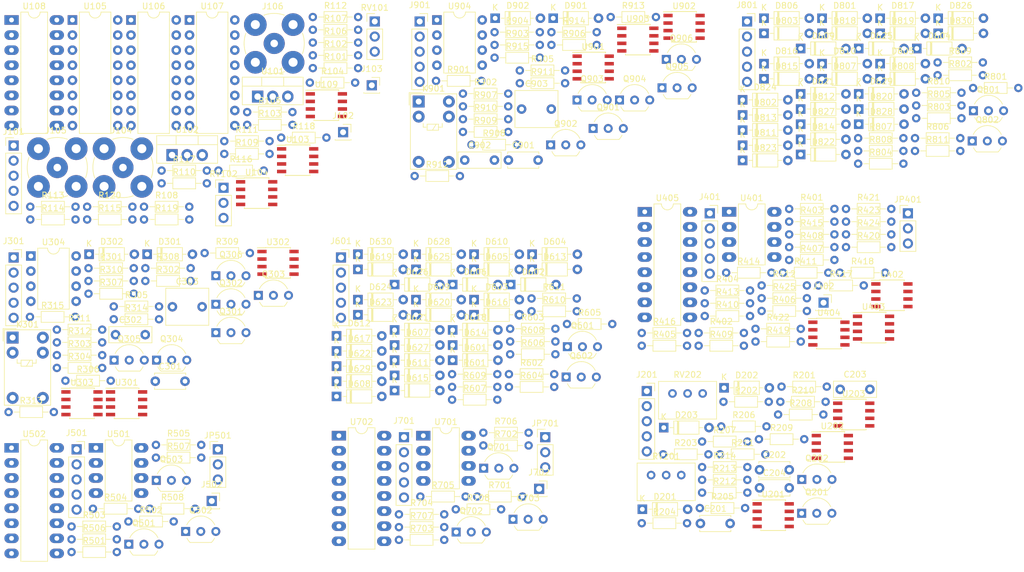
<source format=kicad_pcb>
(kicad_pcb (version 20171130) (host pcbnew "(5.1.5)-3")
  (layers (0 F.Cu signal) (31 B.Cu signal) (34 B.Paste user) (35 F.Paste user) (36 B.SilkS user) (37 F.SilkS user) (38 B.Mask user) (39 F.Mask user) (44 Edge.Cuts user))
  (net 0 "")
  (net 1 "Net-(D202-Pad2)")
  (net 2 "Net-(R203-Pad2)")
  (net 3 "Net-(R101-Pad2)")
  (net 4 /Rampe)
  (net 5 GND)
  (net 6 "Net-(R103-Pad2)")
  (net 7 +5V)
  (net 8 "Net-(R104-Pad1)")
  (net 9 -5V)
  (net 10 "Net-(R105-Pad2)")
  (net 11 "Net-(R107-Pad2)")
  (net 12 "Net-(R108-Pad1)")
  (net 13 "Net-(R401-Pad2)")
  (net 14 /Score/Q4)
  (net 15 "Net-(R109-Pad1)")
  (net 16 "Net-(R111-Pad2)")
  (net 17 "Net-(R113-Pad1)")
  (net 18 "Net-(R114-Pad1)")
  (net 19 /Pad_1)
  (net 20 /Rampe_pad)
  (net 21 /Score/Q6)
  (net 22 /Pad_2)
  (net 23 "Net-(R117-Pad1)")
  (net 24 /~Score_X)
  (net 25 "Net-(R416-Pad1)")
  (net 26 "Net-(Q501-Pad2)")
  (net 27 /Score/sheet5C9A25F6/Pad+)
  (net 28 /Score_Display_2)
  (net 29 "Net-(R422-Pad1)")
  (net 30 "Net-(R420-Pad1)")
  (net 31 /Score_Display_1)
  (net 32 /Score/sheet5C9A25F6/Score_Display)
  (net 33 /Score/sheet5CC39077/Score_Display)
  (net 34 /Rampe_point)
  (net 35 /Score_X)
  (net 36 /Score/Q8)
  (net 37 /Ball/Bounce)
  (net 38 "Net-(R311-Pad2)")
  (net 39 /Score/sheet5CC39077/Edge)
  (net 40 /Reset)
  (net 41 "Net-(Q302-Pad2)")
  (net 42 /Score/Q7)
  (net 43 "Net-(R406-Pad1)")
  (net 44 "Net-(R405-Pad1)")
  (net 45 /Score/Q5)
  (net 46 /Pos_X)
  (net 47 +15V)
  (net 48 "Net-(Q303-Pad2)")
  (net 49 "Net-(Q301-Pad1)")
  (net 50 "Net-(Q304-Pad3)")
  (net 51 "Net-(C302-Pad2)")
  (net 52 "Net-(R306-Pad2)")
  (net 53 "Net-(K301-Pad10)")
  (net 54 "Net-(K301-Pad1)")
  (net 55 "Net-(K301-Pad9)")
  (net 56 "Net-(D302-Pad1)")
  (net 57 "Net-(K301-Pad5)")
  (net 58 "Net-(C303-Pad1)")
  (net 59 "Net-(Q903-Pad2)")
  (net 60 "Net-(Q901-Pad1)")
  (net 61 /Sin)
  (net 62 "Net-(R313-Pad1)")
  (net 63 /Ball_X)
  (net 64 /Score/Q0)
  (net 65 /Score/Q1)
  (net 66 /Score/Q2)
  (net 67 /Score/Q3)
  (net 68 "Net-(D202-Pad1)")
  (net 69 /Disp_Pad_1)
  (net 70 "Net-(R116-Pad1)")
  (net 71 /Disp_Pad_2)
  (net 72 "Net-(C201-Pad2)")
  (net 73 "Net-(D201-Pad2)")
  (net 74 /Pulse)
  (net 75 "Net-(C203-Pad2)")
  (net 76 "Net-(Q202-Pad3)")
  (net 77 "Net-(Q703-Pad2)")
  (net 78 "Net-(D617-Pad2)")
  (net 79 "Net-(C202-Pad1)")
  (net 80 /Score/Q9)
  (net 81 "Net-(R208-Pad2)")
  (net 82 "Net-(R209-Pad1)")
  (net 83 "Net-(R210-Pad2)")
  (net 84 "Net-(C204-Pad2)")
  (net 85 "Net-(R213-Pad2)")
  (net 86 "Net-(R214-Pad1)")
  (net 87 "Net-(C301-Pad1)")
  (net 88 "Net-(Q801-Pad1)")
  (net 89 /Score/sheet5CC39077/Pad-)
  (net 90 "Net-(Q702-Pad2)")
  (net 91 /Score/sheet5CC39077/Pad+)
  (net 92 -15V)
  (net 93 "Net-(K901-Pad10)")
  (net 94 "Net-(R906-Pad2)")
  (net 95 "Net-(C902-Pad2)")
  (net 96 "Net-(Q904-Pad3)")
  (net 97 "Net-(D801-Pad2)")
  (net 98 "Net-(D803-Pad2)")
  (net 99 "Net-(D805-Pad2)")
  (net 100 "Net-(D807-Pad2)")
  (net 101 "Net-(D809-Pad2)")
  (net 102 "Net-(D811-Pad2)")
  (net 103 "Net-(D813-Pad2)")
  (net 104 "Net-(D815-Pad2)")
  (net 105 "Net-(D817-Pad2)")
  (net 106 "Net-(D819-Pad2)")
  (net 107 /Score/sheet5C9A25F6/Pad)
  (net 108 "Net-(Q502-Pad2)")
  (net 109 "Net-(C901-Pad1)")
  (net 110 "Net-(Q902-Pad2)")
  (net 111 /Score/sheet5CC39077/Pad)
  (net 112 "Net-(K901-Pad1)")
  (net 113 "Net-(K901-Pad9)")
  (net 114 /sheet5C7A25B3/Bounce)
  (net 115 "Net-(D902-Pad1)")
  (net 116 "Net-(K901-Pad5)")
  (net 117 "Net-(C903-Pad1)")
  (net 118 "Net-(R911-Pad2)")
  (net 119 /Pos_Y)
  (net 120 "Net-(R913-Pad1)")
  (net 121 /Cos)
  (net 122 /Ball_Y)
  (net 123 "Net-(D605-Pad2)")
  (net 124 "Net-(Q701-Pad2)")
  (net 125 "Net-(Q601-Pad1)")
  (net 126 "Net-(D619-Pad2)")
  (net 127 "Net-(D615-Pad2)")
  (net 128 "Net-(D613-Pad2)")
  (net 129 "Net-(D611-Pad2)")
  (net 130 "Net-(D609-Pad2)")
  (net 131 "Net-(D607-Pad2)")
  (net 132 "Net-(D603-Pad2)")
  (net 133 "Net-(D601-Pad2)")
  (net 134 /Score/sheet5C9A25F6/Edge)
  (net 135 "Net-(Q503-Pad2)")
  (net 136 /Score/sheet5C9A25F6/Pad-)
  (net 137 "Net-(D821-Pad1)")
  (net 138 "Net-(D621-Pad1)")
  (net 139 "Net-(Q903-Pad1)")
  (net 140 /Score_2)
  (net 141 /Score_1)
  (net 142 "Net-(Q303-Pad1)")
  (net 143 "Net-(RV101-Pad2)")
  (net 144 "Net-(RV102-Pad2)")
  (net 145 /Score/sheet5CC39077/sheet5C868ABE/F1)
  (net 146 /Score/sheet5CC39077/sheet5C868ABE/I1)
  (net 147 /Score/sheet5CC39077/sheet5C868ABE/B1)
  (net 148 /Score/sheet5CC39077/sheet5C868ABE/E1)
  (net 149 /Score/sheet5CC39077/sheet5C868ABE/A1)
  (net 150 /Score/sheet5CC39077/sheet5C868ABE/J1)
  (net 151 /Score/sheet5CC39077/sheet5C868ABE/C1)
  (net 152 "Net-(U702-Pad12)")
  (net 153 /Score/sheet5CC39077/sheet5C868ABE/G1)
  (net 154 /Score/sheet5CC39077/sheet5C868ABE/H1)
  (net 155 /Score/sheet5CC39077/sheet5C868ABE/D1)
  (net 156 "Net-(JP701-Pad2)")
  (net 157 "Net-(JP501-Pad2)")
  (net 158 /Score/sheet5C9A25F6/sheet5C868ABE/D1)
  (net 159 /Score/sheet5C9A25F6/sheet5C868ABE/H1)
  (net 160 /Score/sheet5C9A25F6/sheet5C868ABE/G1)
  (net 161 "Net-(U502-Pad12)")
  (net 162 /Score/sheet5C9A25F6/sheet5C868ABE/C1)
  (net 163 /Score/sheet5C9A25F6/sheet5C868ABE/J1)
  (net 164 /Score/sheet5C9A25F6/sheet5C868ABE/A1)
  (net 165 /Score/sheet5C9A25F6/sheet5C868ABE/E1)
  (net 166 /Score/sheet5C9A25F6/sheet5C868ABE/B1)
  (net 167 /Score/sheet5C9A25F6/sheet5C868ABE/I1)
  (net 168 /Score/sheet5C9A25F6/sheet5C868ABE/F1)
  (net 169 "Net-(U405-Pad12)")
  (net 170 /New_Frame)
  (net 171 "Net-(JP401-Pad2)")
  (net 172 /D)
  (net 173 "Net-(U108-Pad6)")
  (net 174 "Net-(U108-Pad12)")
  (net 175 /C)
  (net 176 "Net-(U108-Pad11)")
  (net 177 /A)
  (net 178 /E)
  (net 179 /B)
  (net 180 "Net-(U108-Pad9)")
  (net 181 /F)
  (net 182 /Y_out)
  (net 183 "Net-(J102-Pad1)")
  (net 184 /X_out)
  (net 185 "Net-(J103-Pad1)")
  (net 186 "Net-(J702-Pad1)")
  (net 187 "Net-(J502-Pad1)")
  (net 188 "Net-(J402-Pad1)")
  (module Capacitor_THT:C_Disc_D5.0mm_W2.5mm_P5.00mm (layer F.Cu) (at 150.495001 118.375001)
    (fp_text reference C201 (at 2.5 -2.5) (layer F.SilkS))
    (fp_text value 1n)
    (pad 1 thru_hole circle (at 0 0) (size 1.6 1.6) (drill 0.8) (layers *.Cu *.Mask) (net 5 GND))
    (pad 2 thru_hole circle (at 5 0) (size 1.6 1.6) (drill 0.8) (layers *.Cu *.Mask) (net 72 "Net-(C201-Pad2)"))
  )
  (module Capacitor_THT:C_Disc_D5.0mm_W2.5mm_P5.00mm (layer F.Cu) (at 160.445001 109.325001)
    (fp_text reference C202 (at 2.5 -2.5) (layer F.SilkS))
    (fp_text value 1n)
    (pad 2 thru_hole circle (at 5 0) (size 1.6 1.6) (drill 0.8) (layers *.Cu *.Mask) (net 72 "Net-(C201-Pad2)"))
    (pad 1 thru_hole circle (at 0 0) (size 1.6 1.6) (drill 0.8) (layers *.Cu *.Mask) (net 79 "Net-(C202-Pad1)"))
  )
  (module Capacitor_THT:C_Disc_D5.0mm_W2.5mm_P5.00mm (layer F.Cu) (at 160.445001 112.375001)
    (fp_text reference C204 (at 2.5 -2.5) (layer F.SilkS))
    (fp_text value 1n)
    (pad 1 thru_hole circle (at 0 0) (size 1.6 1.6) (drill 0.8) (layers *.Cu *.Mask) (net 5 GND))
    (pad 2 thru_hole circle (at 5 0) (size 1.6 1.6) (drill 0.8) (layers *.Cu *.Mask) (net 84 "Net-(C204-Pad2)"))
  )
  (module Capacitor_THT:C_Disc_D5.0mm_W2.5mm_P5.00mm (layer F.Cu) (at 58.765001 94.415001)
    (fp_text reference C301 (at 2.5 -2.5) (layer F.SilkS))
    (fp_text value 47n)
    (pad 2 thru_hole circle (at 5 0) (size 1.6 1.6) (drill 0.8) (layers *.Cu *.Mask) (net 141 /Score_1))
    (pad 1 thru_hole circle (at 0 0) (size 1.6 1.6) (drill 0.8) (layers *.Cu *.Mask) (net 87 "Net-(C301-Pad1)"))
  )
  (module Capacitor_THT:C_Disc_D5.0mm_W2.5mm_P5.00mm (layer F.Cu) (at 118.185001 57.175001)
    (fp_text reference C901 (at 2.5 -2.5) (layer F.SilkS))
    (fp_text value 47n)
    (pad 1 thru_hole circle (at 0 0) (size 1.6 1.6) (drill 0.8) (layers *.Cu *.Mask) (net 109 "Net-(C901-Pad1)"))
    (pad 2 thru_hole circle (at 5 0) (size 1.6 1.6) (drill 0.8) (layers *.Cu *.Mask) (net 140 /Score_2))
  )
  (module Capacitor_THT:C_Rect_L7.0mm_W2.5mm_P5.00mm (layer F.Cu) (at 174.015001 95.775001)
    (fp_text reference C203 (at 2.5 -2.5) (layer F.SilkS))
    (fp_text value " 100n")
    (pad 1 thru_hole circle (at 0 0) (size 1.6 1.6) (drill 0.8) (layers *.Cu *.Mask) (net 92 -15V))
    (pad 2 thru_hole circle (at 5 0) (size 1.6 1.6) (drill 0.8) (layers *.Cu *.Mask) (net 75 "Net-(C203-Pad2)"))
  )
  (module Capacitor_THT:C_Rect_L7.0mm_W2.5mm_P5.00mm (layer F.Cu) (at 52.075001 86.575001)
    (fp_text reference C302 (at 2.5 -2.5) (layer F.SilkS))
    (fp_text value " 100n")
    (pad 2 thru_hole circle (at 5 0) (size 1.6 1.6) (drill 0.8) (layers *.Cu *.Mask) (net 51 "Net-(C302-Pad2)"))
    (pad 1 thru_hole circle (at 0 0) (size 1.6 1.6) (drill 0.8) (layers *.Cu *.Mask) (net 5 GND))
  )
  (module Capacitor_THT:C_Rect_L7.0mm_W2.5mm_P5.00mm (layer F.Cu) (at 110.835001 57.175001)
    (fp_text reference C902 (at 2.5 -2.5) (layer F.SilkS))
    (fp_text value " 100n")
    (pad 1 thru_hole circle (at 0 0) (size 1.6 1.6) (drill 0.8) (layers *.Cu *.Mask) (net 5 GND))
    (pad 2 thru_hole circle (at 5 0) (size 1.6 1.6) (drill 0.8) (layers *.Cu *.Mask) (net 95 "Net-(C902-Pad2)"))
  )
  (module Capacitor_THT:C_Rect_L7.0mm_W6.0mm_P5.00mm (layer F.Cu) (at 120.405001 48.575001)
    (fp_text reference C903 (at 2.5 -4.25) (layer F.SilkS))
    (fp_text value C)
    (pad 2 thru_hole circle (at 5 0) (size 1.6 1.6) (drill 0.8) (layers *.Cu *.Mask) (net 119 /Pos_Y))
    (pad 1 thru_hole circle (at 0 0) (size 1.6 1.6) (drill 0.8) (layers *.Cu *.Mask) (net 117 "Net-(C903-Pad1)"))
  )
  (module Capacitor_THT:C_Rect_L7.0mm_W6.0mm_P5.00mm (layer F.Cu) (at 61.645001 81.875001)
    (fp_text reference C303 (at 2.5 -4.25) (layer F.SilkS))
    (fp_text value C)
    (pad 1 thru_hole circle (at 0 0) (size 1.6 1.6) (drill 0.8) (layers *.Cu *.Mask) (net 58 "Net-(C303-Pad1)"))
    (pad 2 thru_hole circle (at 5 0) (size 1.6 1.6) (drill 0.8) (layers *.Cu *.Mask) (net 46 /Pos_X))
  )
  (module Connector_Coaxial:BNC_TEConnectivity_1478204_Vertical (layer F.Cu) (at 53.325001 58.425001)
    (fp_text reference J104 (at -0.25 -6.25) (layer F.SilkS))
    (fp_text value X)
    (pad 2 thru_hole circle (at -3.175 -3.175) (size 3.81 3.81) (drill 1.524) (layers *.Cu *.Mask) (net 5 GND))
    (pad 1 thru_hole circle (at 0 0) (size 3.556 3.556) (drill 1.27) (layers *.Cu *.Mask) (net 184 /X_out))
    (pad 2 thru_hole circle (at 3.175 -3.175) (size 3.81 3.81) (drill 1.524) (layers *.Cu *.Mask) (net 5 GND))
    (pad 2 thru_hole circle (at -3.175 3.175) (size 3.81 3.81) (drill 1.524) (layers *.Cu *.Mask) (net 5 GND))
    (pad 2 thru_hole circle (at 3.175 3.175) (size 3.81 3.81) (drill 1.524) (layers *.Cu *.Mask) (net 5 GND))
  )
  (module Connector_Coaxial:BNC_TEConnectivity_1478204_Vertical (layer F.Cu) (at 42.275001 58.425001)
    (fp_text reference J105 (at -0.25 -6.25) (layer F.SilkS))
    (fp_text value Y)
    (pad 2 thru_hole circle (at 3.175 3.175) (size 3.81 3.81) (drill 1.524) (layers *.Cu *.Mask) (net 5 GND))
    (pad 2 thru_hole circle (at -3.175 3.175) (size 3.81 3.81) (drill 1.524) (layers *.Cu *.Mask) (net 5 GND))
    (pad 2 thru_hole circle (at 3.175 -3.175) (size 3.81 3.81) (drill 1.524) (layers *.Cu *.Mask) (net 5 GND))
    (pad 1 thru_hole circle (at 0 0) (size 3.556 3.556) (drill 1.27) (layers *.Cu *.Mask) (net 182 /Y_out))
    (pad 2 thru_hole circle (at -3.175 -3.175) (size 3.81 3.81) (drill 1.524) (layers *.Cu *.Mask) (net 5 GND))
  )
  (module Connector_Coaxial:BNC_TEConnectivity_1478204_Vertical (layer F.Cu) (at 78.775001 37.525001)
    (fp_text reference J106 (at -0.25 -6.25) (layer F.SilkS))
    (fp_text value Z)
    (pad 2 thru_hole circle (at -3.175 -3.175) (size 3.81 3.81) (drill 1.524) (layers *.Cu *.Mask) (net 5 GND))
    (pad 1 thru_hole circle (at 0 0) (size 3.556 3.556) (drill 1.27) (layers *.Cu *.Mask) (net 74 /Pulse))
    (pad 2 thru_hole circle (at 3.175 -3.175) (size 3.81 3.81) (drill 1.524) (layers *.Cu *.Mask) (net 5 GND))
    (pad 2 thru_hole circle (at -3.175 3.175) (size 3.81 3.81) (drill 1.524) (layers *.Cu *.Mask) (net 5 GND))
    (pad 2 thru_hole circle (at 3.175 3.175) (size 3.81 3.81) (drill 1.524) (layers *.Cu *.Mask) (net 5 GND))
  )
  (module Connector_PinHeader_2.54mm:PinHeader_1x03_P2.54mm_Vertical (layer F.Cu) (at 70.245001 61.835001)
    (fp_text reference RV102 (at 0 -2.33) (layer F.SilkS))
    (fp_text value R_POT)
    (pad 1 thru_hole rect (at 0 0) (size 1.7 1.7) (drill 1) (layers *.Cu *.Mask) (net 11 "Net-(R107-Pad2)"))
    (pad 2 thru_hole oval (at 0 2.54) (size 1.7 1.7) (drill 1) (layers *.Cu *.Mask) (net 144 "Net-(RV102-Pad2)"))
    (pad 3 thru_hole oval (at 0 5.08) (size 1.7 1.7) (drill 1) (layers *.Cu *.Mask) (net 12 "Net-(R108-Pad1)"))
  )
  (module Connector_PinHeader_2.54mm:PinHeader_1x03_P2.54mm_Vertical (layer F.Cu) (at 185.415001 66.135001)
    (fp_text reference JP401 (at 0 -2.33) (layer F.SilkS))
    (fp_text value Max_Point)
    (pad 3 thru_hole oval (at 0 5.08) (size 1.7 1.7) (drill 1) (layers *.Cu *.Mask) (net 188 "Net-(J402-Pad1)"))
    (pad 2 thru_hole oval (at 0 2.54) (size 1.7 1.7) (drill 1) (layers *.Cu *.Mask) (net 171 "Net-(JP401-Pad2)"))
    (pad 1 thru_hole rect (at 0 0) (size 1.7 1.7) (drill 1) (layers *.Cu *.Mask) (net 5 GND))
  )
  (module Connector_PinHeader_2.54mm:PinHeader_1x03_P2.54mm_Vertical (layer F.Cu) (at 124.385001 103.835001)
    (fp_text reference JP701 (at 0 -2.33) (layer F.SilkS))
    (fp_text value Max_Point)
    (pad 1 thru_hole rect (at 0 0) (size 1.7 1.7) (drill 1) (layers *.Cu *.Mask) (net 5 GND))
    (pad 2 thru_hole oval (at 0 2.54) (size 1.7 1.7) (drill 1) (layers *.Cu *.Mask) (net 156 "Net-(JP701-Pad2)"))
    (pad 3 thru_hole oval (at 0 5.08) (size 1.7 1.7) (drill 1) (layers *.Cu *.Mask) (net 186 "Net-(J702-Pad1)"))
  )
  (module Connector_PinHeader_2.54mm:PinHeader_1x03_P2.54mm_Vertical (layer F.Cu) (at 95.695001 33.825001)
    (fp_text reference RV101 (at 0 -2.33) (layer F.SilkS))
    (fp_text value R_POT)
    (pad 3 thru_hole oval (at 0 5.08) (size 1.7 1.7) (drill 1) (layers *.Cu *.Mask) (net 8 "Net-(R104-Pad1)"))
    (pad 2 thru_hole oval (at 0 2.54) (size 1.7 1.7) (drill 1) (layers *.Cu *.Mask) (net 143 "Net-(RV101-Pad2)"))
    (pad 1 thru_hole rect (at 0 0) (size 1.7 1.7) (drill 1) (layers *.Cu *.Mask) (net 6 "Net-(R103-Pad2)"))
  )
  (module Connector_PinHeader_2.54mm:PinHeader_1x03_P2.54mm_Vertical (layer F.Cu) (at 69.295001 105.885001)
    (fp_text reference JP501 (at 0 -2.33) (layer F.SilkS))
    (fp_text value Max_Point)
    (pad 1 thru_hole rect (at 0 0) (size 1.7 1.7) (drill 1) (layers *.Cu *.Mask) (net 5 GND))
    (pad 2 thru_hole oval (at 0 2.54) (size 1.7 1.7) (drill 1) (layers *.Cu *.Mask) (net 157 "Net-(JP501-Pad2)"))
    (pad 3 thru_hole oval (at 0 5.08) (size 1.7 1.7) (drill 1) (layers *.Cu *.Mask) (net 187 "Net-(J502-Pad1)"))
  )
  (module Connector_PinHeader_2.54mm:PinHeader_1x05_P2.54mm_Vertical (layer F.Cu) (at 34.925001 54.725001)
    (fp_text reference J101 (at 0 -2.33) (layer F.SilkS))
    (fp_text value power)
    (pad 1 thru_hole rect (at 0 0) (size 1.7 1.7) (drill 1) (layers *.Cu *.Mask) (net 7 +5V))
    (pad 2 thru_hole oval (at 0 2.54) (size 1.7 1.7) (drill 1) (layers *.Cu *.Mask) (net 47 +15V))
    (pad 3 thru_hole oval (at 0 5.08) (size 1.7 1.7) (drill 1) (layers *.Cu *.Mask) (net 5 GND))
    (pad 4 thru_hole oval (at 0 7.62) (size 1.7 1.7) (drill 1) (layers *.Cu *.Mask) (net 92 -15V))
    (pad 5 thru_hole oval (at 0 10.16) (size 1.7 1.7) (drill 1) (layers *.Cu *.Mask) (net 9 -5V))
  )
  (module Connector_PinSocket_2.54mm:PinSocket_1x01_P2.54mm_Vertical (layer F.Cu) (at 171.215001 81.185001)
    (fp_text reference J402 (at 0 -2.77) (layer F.SilkS))
    (fp_text value Reset)
    (pad 1 thru_hole rect (at 0 0) (size 1.7 1.7) (drill 1) (layers *.Cu *.Mask) (net 188 "Net-(J402-Pad1)"))
  )
  (module Connector_PinSocket_2.54mm:PinSocket_1x01_P2.54mm_Vertical (layer F.Cu) (at 90.365001 52.475001)
    (fp_text reference J102 (at 0 -2.77) (layer F.SilkS))
    (fp_text value Y_F)
    (pad 1 thru_hole rect (at 0 0) (size 1.7 1.7) (drill 1) (layers *.Cu *.Mask) (net 183 "Net-(J102-Pad1)"))
  )
  (module Connector_PinSocket_2.54mm:PinSocket_1x01_P2.54mm_Vertical (layer F.Cu) (at 95.195001 44.575001)
    (fp_text reference J103 (at 0 -2.77) (layer F.SilkS))
    (fp_text value X_F)
    (pad 1 thru_hole rect (at 0 0) (size 1.7 1.7) (drill 1) (layers *.Cu *.Mask) (net 185 "Net-(J103-Pad1)"))
  )
  (module Connector_PinSocket_2.54mm:PinSocket_1x01_P2.54mm_Vertical (layer F.Cu) (at 68.265001 114.585001)
    (fp_text reference J502 (at 0 -2.77) (layer F.SilkS))
    (fp_text value Reset)
    (pad 1 thru_hole rect (at 0 0) (size 1.7 1.7) (drill 1) (layers *.Cu *.Mask) (net 187 "Net-(J502-Pad1)"))
  )
  (module Connector_PinSocket_2.54mm:PinSocket_1x01_P2.54mm_Vertical (layer F.Cu) (at 123.355001 112.535001)
    (fp_text reference J702 (at 0 -2.77) (layer F.SilkS))
    (fp_text value Reset)
    (pad 1 thru_hole rect (at 0 0) (size 1.7 1.7) (drill 1) (layers *.Cu *.Mask) (net 186 "Net-(J702-Pad1)"))
  )
  (module Connector_PinSocket_2.54mm:PinSocket_1x05_P2.54mm_Vertical (layer F.Cu) (at 90.015001 73.575001)
    (fp_text reference J601 (at 0 -2.77) (layer F.SilkS))
    (fp_text value power)
    (pad 5 thru_hole oval (at 0 10.16) (size 1.7 1.7) (drill 1) (layers *.Cu *.Mask) (net 9 -5V))
    (pad 4 thru_hole oval (at 0 7.62) (size 1.7 1.7) (drill 1) (layers *.Cu *.Mask) (net 92 -15V))
    (pad 3 thru_hole oval (at 0 5.08) (size 1.7 1.7) (drill 1) (layers *.Cu *.Mask) (net 5 GND))
    (pad 2 thru_hole oval (at 0 2.54) (size 1.7 1.7) (drill 1) (layers *.Cu *.Mask) (net 47 +15V))
    (pad 1 thru_hole rect (at 0 0) (size 1.7 1.7) (drill 1) (layers *.Cu *.Mask) (net 7 +5V))
  )
  (module Connector_PinSocket_2.54mm:PinSocket_1x05_P2.54mm_Vertical (layer F.Cu) (at 103.255001 33.825001)
    (fp_text reference J901 (at 0 -2.77) (layer F.SilkS))
    (fp_text value power)
    (pad 1 thru_hole rect (at 0 0) (size 1.7 1.7) (drill 1) (layers *.Cu *.Mask) (net 7 +5V))
    (pad 2 thru_hole oval (at 0 2.54) (size 1.7 1.7) (drill 1) (layers *.Cu *.Mask) (net 47 +15V))
    (pad 3 thru_hole oval (at 0 5.08) (size 1.7 1.7) (drill 1) (layers *.Cu *.Mask) (net 5 GND))
    (pad 4 thru_hole oval (at 0 7.62) (size 1.7 1.7) (drill 1) (layers *.Cu *.Mask) (net 92 -15V))
    (pad 5 thru_hole oval (at 0 10.16) (size 1.7 1.7) (drill 1) (layers *.Cu *.Mask) (net 9 -5V))
  )
  (module Connector_PinSocket_2.54mm:PinSocket_1x05_P2.54mm_Vertical (layer F.Cu) (at 141.475001 96.075001)
    (fp_text reference J201 (at 0 -2.77) (layer F.SilkS))
    (fp_text value power)
    (pad 5 thru_hole oval (at 0 10.16) (size 1.7 1.7) (drill 1) (layers *.Cu *.Mask) (net 9 -5V))
    (pad 4 thru_hole oval (at 0 7.62) (size 1.7 1.7) (drill 1) (layers *.Cu *.Mask) (net 92 -15V))
    (pad 3 thru_hole oval (at 0 5.08) (size 1.7 1.7) (drill 1) (layers *.Cu *.Mask) (net 5 GND))
    (pad 2 thru_hole oval (at 0 2.54) (size 1.7 1.7) (drill 1) (layers *.Cu *.Mask) (net 47 +15V))
    (pad 1 thru_hole rect (at 0 0) (size 1.7 1.7) (drill 1) (layers *.Cu *.Mask) (net 7 +5V))
  )
  (module Connector_PinSocket_2.54mm:PinSocket_1x05_P2.54mm_Vertical (layer F.Cu) (at 34.925001 73.575001)
    (fp_text reference J301 (at 0 -2.77) (layer F.SilkS))
    (fp_text value power)
    (pad 1 thru_hole rect (at 0 0) (size 1.7 1.7) (drill 1) (layers *.Cu *.Mask) (net 7 +5V))
    (pad 2 thru_hole oval (at 0 2.54) (size 1.7 1.7) (drill 1) (layers *.Cu *.Mask) (net 47 +15V))
    (pad 3 thru_hole oval (at 0 5.08) (size 1.7 1.7) (drill 1) (layers *.Cu *.Mask) (net 5 GND))
    (pad 4 thru_hole oval (at 0 7.62) (size 1.7 1.7) (drill 1) (layers *.Cu *.Mask) (net 92 -15V))
    (pad 5 thru_hole oval (at 0 10.16) (size 1.7 1.7) (drill 1) (layers *.Cu *.Mask) (net 9 -5V))
  )
  (module Connector_PinSocket_2.54mm:PinSocket_1x05_P2.54mm_Vertical (layer F.Cu) (at 152.075001 66.135001)
    (fp_text reference J401 (at 0 -2.77) (layer F.SilkS))
    (fp_text value power)
    (pad 5 thru_hole oval (at 0 10.16) (size 1.7 1.7) (drill 1) (layers *.Cu *.Mask) (net 9 -5V))
    (pad 4 thru_hole oval (at 0 7.62) (size 1.7 1.7) (drill 1) (layers *.Cu *.Mask) (net 92 -15V))
    (pad 3 thru_hole oval (at 0 5.08) (size 1.7 1.7) (drill 1) (layers *.Cu *.Mask) (net 5 GND))
    (pad 2 thru_hole oval (at 0 2.54) (size 1.7 1.7) (drill 1) (layers *.Cu *.Mask) (net 47 +15V))
    (pad 1 thru_hole rect (at 0 0) (size 1.7 1.7) (drill 1) (layers *.Cu *.Mask) (net 7 +5V))
  )
  (module Connector_PinSocket_2.54mm:PinSocket_1x05_P2.54mm_Vertical (layer F.Cu) (at 45.525001 105.885001)
    (fp_text reference J501 (at 0 -2.77) (layer F.SilkS))
    (fp_text value power)
    (pad 1 thru_hole rect (at 0 0) (size 1.7 1.7) (drill 1) (layers *.Cu *.Mask) (net 7 +5V))
    (pad 2 thru_hole oval (at 0 2.54) (size 1.7 1.7) (drill 1) (layers *.Cu *.Mask) (net 47 +15V))
    (pad 3 thru_hole oval (at 0 5.08) (size 1.7 1.7) (drill 1) (layers *.Cu *.Mask) (net 5 GND))
    (pad 4 thru_hole oval (at 0 7.62) (size 1.7 1.7) (drill 1) (layers *.Cu *.Mask) (net 92 -15V))
    (pad 5 thru_hole oval (at 0 10.16) (size 1.7 1.7) (drill 1) (layers *.Cu *.Mask) (net 9 -5V))
  )
  (module Connector_PinSocket_2.54mm:PinSocket_1x05_P2.54mm_Vertical (layer F.Cu) (at 100.615001 103.835001)
    (fp_text reference J701 (at 0 -2.77) (layer F.SilkS))
    (fp_text value power)
    (pad 5 thru_hole oval (at 0 10.16) (size 1.7 1.7) (drill 1) (layers *.Cu *.Mask) (net 9 -5V))
    (pad 4 thru_hole oval (at 0 7.62) (size 1.7 1.7) (drill 1) (layers *.Cu *.Mask) (net 92 -15V))
    (pad 3 thru_hole oval (at 0 5.08) (size 1.7 1.7) (drill 1) (layers *.Cu *.Mask) (net 5 GND))
    (pad 2 thru_hole oval (at 0 2.54) (size 1.7 1.7) (drill 1) (layers *.Cu *.Mask) (net 47 +15V))
    (pad 1 thru_hole rect (at 0 0) (size 1.7 1.7) (drill 1) (layers *.Cu *.Mask) (net 7 +5V))
  )
  (module Connector_PinSocket_2.54mm:PinSocket_1x05_P2.54mm_Vertical (layer F.Cu) (at 158.345001 33.825001)
    (fp_text reference J801 (at 0 -2.77) (layer F.SilkS))
    (fp_text value power)
    (pad 1 thru_hole rect (at 0 0) (size 1.7 1.7) (drill 1) (layers *.Cu *.Mask) (net 7 +5V))
    (pad 2 thru_hole oval (at 0 2.54) (size 1.7 1.7) (drill 1) (layers *.Cu *.Mask) (net 47 +15V))
    (pad 3 thru_hole oval (at 0 5.08) (size 1.7 1.7) (drill 1) (layers *.Cu *.Mask) (net 5 GND))
    (pad 4 thru_hole oval (at 0 7.62) (size 1.7 1.7) (drill 1) (layers *.Cu *.Mask) (net 92 -15V))
    (pad 5 thru_hole oval (at 0 10.16) (size 1.7 1.7) (drill 1) (layers *.Cu *.Mask) (net 9 -5V))
  )
  (module Diode_THT:D_DO-35_SOD27_P7.62mm_Horizontal (layer F.Cu) (at 167.365001 53.675001)
    (fp_text reference D814 (at 3.81 -2.12) (layer F.SilkS))
    (fp_text value 1N4148)
    (fp_text user K (at 0 -1.8) (layer F.SilkS))
    (pad 1 thru_hole rect (at 0 0) (size 1.6 1.6) (drill 0.8) (layers *.Cu *.Mask) (net 21 /Score/Q6))
    (pad 2 thru_hole oval (at 7.62 0) (size 1.6 1.6) (drill 0.8) (layers *.Cu *.Mask) (net 103 "Net-(D813-Pad2)"))
  )
  (module Diode_THT:D_DO-35_SOD27_P7.62mm_Horizontal (layer F.Cu) (at 102.635001 80.675001)
    (fp_text reference D609 (at 3.81 -2.12) (layer F.SilkS))
    (fp_text value 1N4148)
    (fp_text user K (at 0 -1.8) (layer F.SilkS))
    (pad 2 thru_hole oval (at 7.62 0) (size 1.6 1.6) (drill 0.8) (layers *.Cu *.Mask) (net 130 "Net-(D609-Pad2)"))
    (pad 1 thru_hole rect (at 0 0) (size 1.6 1.6) (drill 0.8) (layers *.Cu *.Mask) (net 165 /Score/sheet5C9A25F6/sheet5C868ABE/E1))
  )
  (module Diode_THT:D_DO-35_SOD27_P7.62mm_Horizontal (layer F.Cu) (at 180.735001 35.825001)
    (fp_text reference D819 (at 3.81 -2.12) (layer F.SilkS))
    (fp_text value 1N4148)
    (fp_text user K (at 0 -1.8) (layer F.SilkS))
    (pad 1 thru_hole rect (at 0 0) (size 1.6 1.6) (drill 0.8) (layers *.Cu *.Mask) (net 150 /Score/sheet5CC39077/sheet5C868ABE/J1))
    (pad 2 thru_hole oval (at 7.62 0) (size 1.6 1.6) (drill 0.8) (layers *.Cu *.Mask) (net 106 "Net-(D819-Pad2)"))
  )
  (module Diode_THT:D_DO-35_SOD27_P7.62mm_Horizontal (layer F.Cu) (at 170.965001 35.825001)
    (fp_text reference D818 (at 3.81 -2.12) (layer F.SilkS))
    (fp_text value 1N4148)
    (fp_text user K (at 0 -1.8) (layer F.SilkS))
    (pad 2 thru_hole oval (at 7.62 0) (size 1.6 1.6) (drill 0.8) (layers *.Cu *.Mask) (net 105 "Net-(D817-Pad2)"))
    (pad 1 thru_hole rect (at 0 0) (size 1.6 1.6) (drill 0.8) (layers *.Cu *.Mask) (net 36 /Score/Q8))
  )
  (module Diode_THT:D_DO-35_SOD27_P7.62mm_Horizontal (layer F.Cu) (at 180.735001 33.275001)
    (fp_text reference D817 (at 3.81 -2.12) (layer F.SilkS))
    (fp_text value 1N4148)
    (fp_text user K (at 0 -1.8) (layer F.SilkS))
    (pad 1 thru_hole rect (at 0 0) (size 1.6 1.6) (drill 0.8) (layers *.Cu *.Mask) (net 146 /Score/sheet5CC39077/sheet5C868ABE/I1))
    (pad 2 thru_hole oval (at 7.62 0) (size 1.6 1.6) (drill 0.8) (layers *.Cu *.Mask) (net 105 "Net-(D817-Pad2)"))
  )
  (module Diode_THT:D_DO-35_SOD27_P7.62mm_Horizontal (layer F.Cu) (at 161.195001 40.925001)
    (fp_text reference D816 (at 3.81 -2.12) (layer F.SilkS))
    (fp_text value 1N4148)
    (fp_text user K (at 0 -1.8) (layer F.SilkS))
    (pad 2 thru_hole oval (at 7.62 0) (size 1.6 1.6) (drill 0.8) (layers *.Cu *.Mask) (net 104 "Net-(D815-Pad2)"))
    (pad 1 thru_hole rect (at 0 0) (size 1.6 1.6) (drill 0.8) (layers *.Cu *.Mask) (net 42 /Score/Q7))
  )
  (module Diode_THT:D_DO-35_SOD27_P7.62mm_Horizontal (layer F.Cu) (at 161.195001 43.475001)
    (fp_text reference D815 (at 3.81 -2.12) (layer F.SilkS))
    (fp_text value 1N4148)
    (fp_text user K (at 0 -1.8) (layer F.SilkS))
    (pad 1 thru_hole rect (at 0 0) (size 1.6 1.6) (drill 0.8) (layers *.Cu *.Mask) (net 154 /Score/sheet5CC39077/sheet5C868ABE/H1))
    (pad 2 thru_hole oval (at 7.62 0) (size 1.6 1.6) (drill 0.8) (layers *.Cu *.Mask) (net 104 "Net-(D815-Pad2)"))
  )
  (module Diode_THT:D_DO-35_SOD27_P7.62mm_Horizontal (layer F.Cu) (at 157.595001 52.125001)
    (fp_text reference D813 (at 3.81 -2.12) (layer F.SilkS))
    (fp_text value 1N4148)
    (fp_text user K (at 0 -1.8) (layer F.SilkS))
    (pad 2 thru_hole oval (at 7.62 0) (size 1.6 1.6) (drill 0.8) (layers *.Cu *.Mask) (net 103 "Net-(D813-Pad2)"))
    (pad 1 thru_hole rect (at 0 0) (size 1.6 1.6) (drill 0.8) (layers *.Cu *.Mask) (net 153 /Score/sheet5CC39077/sheet5C868ABE/G1))
  )
  (module Diode_THT:D_DO-35_SOD27_P7.62mm_Horizontal (layer F.Cu) (at 157.595001 47.025001)
    (fp_text reference D824 (at 3.81 -2.12) (layer F.SilkS))
    (fp_text value 1N4148)
    (fp_text user K (at 0 -1.8) (layer F.SilkS))
    (pad 1 thru_hole rect (at 0 0) (size 1.6 1.6) (drill 0.8) (layers *.Cu *.Mask) (net 137 "Net-(D821-Pad1)"))
    (pad 2 thru_hole oval (at 7.62 0) (size 1.6 1.6) (drill 0.8) (layers *.Cu *.Mask) (net 100 "Net-(D807-Pad2)"))
  )
  (module Diode_THT:D_DO-35_SOD27_P7.62mm_Horizontal (layer F.Cu) (at 157.595001 54.675001)
    (fp_text reference D811 (at 3.81 -2.12) (layer F.SilkS))
    (fp_text value 1N4148)
    (fp_text user K (at 0 -1.8) (layer F.SilkS))
    (pad 2 thru_hole oval (at 7.62 0) (size 1.6 1.6) (drill 0.8) (layers *.Cu *.Mask) (net 102 "Net-(D811-Pad2)"))
    (pad 1 thru_hole rect (at 0 0) (size 1.6 1.6) (drill 0.8) (layers *.Cu *.Mask) (net 145 /Score/sheet5CC39077/sheet5C868ABE/F1))
  )
  (module Diode_THT:D_DO-35_SOD27_P7.62mm_Horizontal (layer F.Cu) (at 170.965001 40.925001)
    (fp_text reference D810 (at 3.81 -2.12) (layer F.SilkS))
    (fp_text value 1N4148)
    (fp_text user K (at 0 -1.8) (layer F.SilkS))
    (pad 1 thru_hole rect (at 0 0) (size 1.6 1.6) (drill 0.8) (layers *.Cu *.Mask) (net 14 /Score/Q4))
    (pad 2 thru_hole oval (at 7.62 0) (size 1.6 1.6) (drill 0.8) (layers *.Cu *.Mask) (net 101 "Net-(D809-Pad2)"))
  )
  (module Diode_THT:D_DO-35_SOD27_P7.62mm_Horizontal (layer F.Cu) (at 167.365001 38.375001)
    (fp_text reference D809 (at 3.81 -2.12) (layer F.SilkS))
    (fp_text value 1N4148)
    (fp_text user K (at 0 -1.8) (layer F.SilkS))
    (pad 2 thru_hole oval (at 7.62 0) (size 1.6 1.6) (drill 0.8) (layers *.Cu *.Mask) (net 101 "Net-(D809-Pad2)"))
    (pad 1 thru_hole rect (at 0 0) (size 1.6 1.6) (drill 0.8) (layers *.Cu *.Mask) (net 148 /Score/sheet5CC39077/sheet5C868ABE/E1))
  )
  (module Diode_THT:D_DO-35_SOD27_P7.62mm_Horizontal (layer F.Cu) (at 170.965001 43.475001)
    (fp_text reference D807 (at 3.81 -2.12) (layer F.SilkS))
    (fp_text value 1N4148)
    (fp_text user K (at 0 -1.8) (layer F.SilkS))
    (pad 1 thru_hole rect (at 0 0) (size 1.6 1.6) (drill 0.8) (layers *.Cu *.Mask) (net 155 /Score/sheet5CC39077/sheet5C868ABE/D1))
    (pad 2 thru_hole oval (at 7.62 0) (size 1.6 1.6) (drill 0.8) (layers *.Cu *.Mask) (net 100 "Net-(D807-Pad2)"))
  )
  (module Diode_THT:D_DO-35_SOD27_P7.62mm_Horizontal (layer F.Cu) (at 157.595001 57.225001)
    (fp_text reference D823 (at 3.81 -2.12) (layer F.SilkS))
    (fp_text value 1N4148)
    (fp_text user K (at 0 -1.8) (layer F.SilkS))
    (pad 2 thru_hole oval (at 7.62 0) (size 1.6 1.6) (drill 0.8) (layers *.Cu *.Mask) (net 99 "Net-(D805-Pad2)"))
    (pad 1 thru_hole rect (at 0 0) (size 1.6 1.6) (drill 0.8) (layers *.Cu *.Mask) (net 137 "Net-(D821-Pad1)"))
  )
  (module Diode_THT:D_DO-35_SOD27_P7.62mm_Horizontal (layer F.Cu) (at 89.265001 86.775001)
    (fp_text reference D612 (at 3.81 -2.12) (layer F.SilkS))
    (fp_text value 1N4148)
    (fp_text user K (at 0 -1.8) (layer F.SilkS))
    (pad 1 thru_hole rect (at 0 0) (size 1.6 1.6) (drill 0.8) (layers *.Cu *.Mask) (net 45 /Score/Q5))
    (pad 2 thru_hole oval (at 7.62 0) (size 1.6 1.6) (drill 0.8) (layers *.Cu *.Mask) (net 129 "Net-(D611-Pad2)"))
  )
  (module Diode_THT:D_DO-35_SOD27_P7.62mm_Horizontal (layer F.Cu) (at 167.365001 48.575001)
    (fp_text reference D812 (at 3.81 -2.12) (layer F.SilkS))
    (fp_text value 1N4148)
    (fp_text user K (at 0 -1.8) (layer F.SilkS))
    (pad 2 thru_hole oval (at 7.62 0) (size 1.6 1.6) (drill 0.8) (layers *.Cu *.Mask) (net 102 "Net-(D811-Pad2)"))
    (pad 1 thru_hole rect (at 0 0) (size 1.6 1.6) (drill 0.8) (layers *.Cu *.Mask) (net 45 /Score/Q5))
  )
  (module Diode_THT:D_DO-35_SOD27_P7.62mm_Horizontal (layer F.Cu) (at 140.725001 115.975001)
    (fp_text reference D201 (at 3.81 -2.12) (layer F.SilkS))
    (fp_text value 1N4148)
    (fp_text user K (at 0 -1.8) (layer F.SilkS))
    (pad 1 thru_hole rect (at 0 0) (size 1.6 1.6) (drill 0.8) (layers *.Cu *.Mask) (net 4 /Rampe))
    (pad 2 thru_hole oval (at 7.62 0) (size 1.6 1.6) (drill 0.8) (layers *.Cu *.Mask) (net 73 "Net-(D201-Pad2)"))
  )
  (module Diode_THT:D_DO-35_SOD27_P7.62mm_Horizontal (layer F.Cu) (at 177.135001 38.375001)
    (fp_text reference D825 (at 3.81 -2.12) (layer F.SilkS))
    (fp_text value 1N4148)
    (fp_text user K (at 0 -1.8) (layer F.SilkS))
    (pad 2 thru_hole oval (at 7.62 0) (size 1.6 1.6) (drill 0.8) (layers *.Cu *.Mask) (net 101 "Net-(D809-Pad2)"))
    (pad 1 thru_hole rect (at 0 0) (size 1.6 1.6) (drill 0.8) (layers *.Cu *.Mask) (net 137 "Net-(D821-Pad1)"))
  )
  (module Diode_THT:D_DO-35_SOD27_P7.62mm_Horizontal (layer F.Cu) (at 190.505001 33.275001)
    (fp_text reference D826 (at 3.81 -2.12) (layer F.SilkS))
    (fp_text value 1N4148)
    (fp_text user K (at 0 -1.8) (layer F.SilkS))
    (pad 1 thru_hole rect (at 0 0) (size 1.6 1.6) (drill 0.8) (layers *.Cu *.Mask) (net 137 "Net-(D821-Pad1)"))
    (pad 2 thru_hole oval (at 7.62 0) (size 1.6 1.6) (drill 0.8) (layers *.Cu *.Mask) (net 102 "Net-(D811-Pad2)"))
  )
  (module Diode_THT:D_DO-35_SOD27_P7.62mm_Horizontal (layer F.Cu) (at 167.365001 51.125001)
    (fp_text reference D827 (at 3.81 -2.12) (layer F.SilkS))
    (fp_text value 1N4148)
    (fp_text user K (at 0 -1.8) (layer F.SilkS))
    (pad 2 thru_hole oval (at 7.62 0) (size 1.6 1.6) (drill 0.8) (layers *.Cu *.Mask) (net 103 "Net-(D813-Pad2)"))
    (pad 1 thru_hole rect (at 0 0) (size 1.6 1.6) (drill 0.8) (layers *.Cu *.Mask) (net 137 "Net-(D821-Pad1)"))
  )
  (module Diode_THT:D_DO-35_SOD27_P7.62mm_Horizontal (layer F.Cu) (at 177.135001 51.125001)
    (fp_text reference D828 (at 3.81 -2.12) (layer F.SilkS))
    (fp_text value 1N4148)
    (fp_text user K (at 0 -1.8) (layer F.SilkS))
    (pad 1 thru_hole rect (at 0 0) (size 1.6 1.6) (drill 0.8) (layers *.Cu *.Mask) (net 137 "Net-(D821-Pad1)"))
    (pad 2 thru_hole oval (at 7.62 0) (size 1.6 1.6) (drill 0.8) (layers *.Cu *.Mask) (net 104 "Net-(D815-Pad2)"))
  )
  (module Diode_THT:D_DO-35_SOD27_P7.62mm_Horizontal (layer F.Cu) (at 177.135001 46.025001)
    (fp_text reference D829 (at 3.81 -2.12) (layer F.SilkS))
    (fp_text value 1N4148)
    (fp_text user K (at 0 -1.8) (layer F.SilkS))
    (pad 2 thru_hole oval (at 7.62 0) (size 1.6 1.6) (drill 0.8) (layers *.Cu *.Mask) (net 105 "Net-(D817-Pad2)"))
    (pad 1 thru_hole rect (at 0 0) (size 1.6 1.6) (drill 0.8) (layers *.Cu *.Mask) (net 137 "Net-(D821-Pad1)"))
  )
  (module Diode_THT:D_DO-35_SOD27_P7.62mm_Horizontal (layer F.Cu) (at 190.505001 35.825001)
    (fp_text reference D830 (at 3.81 -2.12) (layer F.SilkS))
    (fp_text value 1N4148)
    (fp_text user K (at 0 -1.8) (layer F.SilkS))
    (pad 1 thru_hole rect (at 0 0) (size 1.6 1.6) (drill 0.8) (layers *.Cu *.Mask) (net 137 "Net-(D821-Pad1)"))
    (pad 2 thru_hole oval (at 7.62 0) (size 1.6 1.6) (drill 0.8) (layers *.Cu *.Mask) (net 106 "Net-(D819-Pad2)"))
  )
  (module Diode_THT:D_DO-35_SOD27_P7.62mm_Horizontal (layer F.Cu) (at 177.135001 48.575001)
    (fp_text reference D820 (at 3.81 -2.12) (layer F.SilkS))
    (fp_text value 1N4148)
    (fp_text user K (at 0 -1.8) (layer F.SilkS))
    (pad 2 thru_hole oval (at 7.62 0) (size 1.6 1.6) (drill 0.8) (layers *.Cu *.Mask) (net 106 "Net-(D819-Pad2)"))
    (pad 1 thru_hole rect (at 0 0) (size 1.6 1.6) (drill 0.8) (layers *.Cu *.Mask) (net 80 /Score/Q9))
  )
  (module Diode_THT:D_DO-35_SOD27_P7.62mm_Horizontal (layer F.Cu) (at 115.955001 33.275001)
    (fp_text reference D902 (at 3.81 -2.12) (layer F.SilkS))
    (fp_text value 1N4148)
    (fp_text user K (at 0 -1.8) (layer F.SilkS))
    (pad 1 thru_hole rect (at 0 0) (size 1.6 1.6) (drill 0.8) (layers *.Cu *.Mask) (net 115 "Net-(D902-Pad1)"))
    (pad 2 thru_hole oval (at 7.62 0) (size 1.6 1.6) (drill 0.8) (layers *.Cu *.Mask) (net 5 GND))
  )
  (module Diode_THT:D_DO-35_SOD27_P7.62mm_Horizontal (layer F.Cu) (at 154.475001 95.525001)
    (fp_text reference D202 (at 3.81 -2.12) (layer F.SilkS))
    (fp_text value 1N4148)
    (fp_text user K (at 0 -1.8) (layer F.SilkS))
    (pad 2 thru_hole oval (at 7.62 0) (size 1.6 1.6) (drill 0.8) (layers *.Cu *.Mask) (net 1 "Net-(D202-Pad2)"))
    (pad 1 thru_hole rect (at 0 0) (size 1.6 1.6) (drill 0.8) (layers *.Cu *.Mask) (net 68 "Net-(D202-Pad1)"))
  )
  (module Diode_THT:D_DO-35_SOD27_P7.62mm_Horizontal (layer F.Cu) (at 167.365001 56.225001)
    (fp_text reference D822 (at 3.81 -2.12) (layer F.SilkS))
    (fp_text value 1N4148)
    (fp_text user K (at 0 -1.8) (layer F.SilkS))
    (pad 1 thru_hole rect (at 0 0) (size 1.6 1.6) (drill 0.8) (layers *.Cu *.Mask) (net 137 "Net-(D821-Pad1)"))
    (pad 2 thru_hole oval (at 7.62 0) (size 1.6 1.6) (drill 0.8) (layers *.Cu *.Mask) (net 98 "Net-(D803-Pad2)"))
  )
  (module Diode_THT:D_DO-35_SOD27_P7.62mm_Horizontal (layer F.Cu) (at 180.735001 43.475001)
    (fp_text reference D808 (at 3.81 -2.12) (layer F.SilkS))
    (fp_text value 1N4148)
    (fp_text user K (at 0 -1.8) (layer F.SilkS))
    (pad 2 thru_hole oval (at 7.62 0) (size 1.6 1.6) (drill 0.8) (layers *.Cu *.Mask) (net 100 "Net-(D807-Pad2)"))
    (pad 1 thru_hole rect (at 0 0) (size 1.6 1.6) (drill 0.8) (layers *.Cu *.Mask) (net 67 /Score/Q3))
  )
  (module Diode_THT:D_DO-35_SOD27_P7.62mm_Horizontal (layer F.Cu) (at 112.405001 83.225001)
    (fp_text reference D616 (at 3.81 -2.12) (layer F.SilkS))
    (fp_text value 1N4148)
    (fp_text user K (at 0 -1.8) (layer F.SilkS))
    (pad 1 thru_hole rect (at 0 0) (size 1.6 1.6) (drill 0.8) (layers *.Cu *.Mask) (net 42 /Score/Q7))
    (pad 2 thru_hole oval (at 7.62 0) (size 1.6 1.6) (drill 0.8) (layers *.Cu *.Mask) (net 127 "Net-(D615-Pad2)"))
  )
  (module Diode_THT:D_DO-35_SOD27_P7.62mm_Horizontal (layer F.Cu) (at 99.035001 95.975001)
    (fp_text reference D615 (at 3.81 -2.12) (layer F.SilkS))
    (fp_text value 1N4148)
    (fp_text user K (at 0 -1.8) (layer F.SilkS))
    (pad 2 thru_hole oval (at 7.62 0) (size 1.6 1.6) (drill 0.8) (layers *.Cu *.Mask) (net 127 "Net-(D615-Pad2)"))
    (pad 1 thru_hole rect (at 0 0) (size 1.6 1.6) (drill 0.8) (layers *.Cu *.Mask) (net 159 /Score/sheet5C9A25F6/sheet5C868ABE/H1))
  )
  (module Diode_THT:D_DO-35_SOD27_P7.62mm_Horizontal (layer F.Cu) (at 108.805001 88.325001)
    (fp_text reference D614 (at 3.81 -2.12) (layer F.SilkS))
    (fp_text value 1N4148)
    (fp_text user K (at 0 -1.8) (layer F.SilkS))
    (pad 1 thru_hole rect (at 0 0) (size 1.6 1.6) (drill 0.8) (layers *.Cu *.Mask) (net 21 /Score/Q6))
    (pad 2 thru_hole oval (at 7.62 0) (size 1.6 1.6) (drill 0.8) (layers *.Cu *.Mask) (net 128 "Net-(D613-Pad2)"))
  )
  (module Diode_THT:D_DO-35_SOD27_P7.62mm_Horizontal (layer F.Cu) (at 122.175001 75.575001)
    (fp_text reference D613 (at 3.81 -2.12) (layer F.SilkS))
    (fp_text value 1N4148)
    (fp_text user K (at 0 -1.8) (layer F.SilkS))
    (pad 2 thru_hole oval (at 7.62 0) (size 1.6 1.6) (drill 0.8) (layers *.Cu *.Mask) (net 128 "Net-(D613-Pad2)"))
    (pad 1 thru_hole rect (at 0 0) (size 1.6 1.6) (drill 0.8) (layers *.Cu *.Mask) (net 160 /Score/sheet5C9A25F6/sheet5C868ABE/G1))
  )
  (module Diode_THT:D_DO-35_SOD27_P7.62mm_Horizontal (layer F.Cu) (at 125.725001 33.275001)
    (fp_text reference D901 (at 3.81 -2.12) (layer F.SilkS))
    (fp_text value 1N4148)
    (fp_text user K (at 0 -1.8) (layer F.SilkS))
    (pad 1 thru_hole rect (at 0 0) (size 1.6 1.6) (drill 0.8) (layers *.Cu *.Mask) (net 109 "Net-(C901-Pad1)"))
    (pad 2 thru_hole oval (at 7.62 0) (size 1.6 1.6) (drill 0.8) (layers *.Cu *.Mask) (net 5 GND))
  )
  (module Diode_THT:D_DO-35_SOD27_P7.62mm_Horizontal (layer F.Cu) (at 186.905001 38.375001)
    (fp_text reference D804 (at 3.81 -2.12) (layer F.SilkS))
    (fp_text value 1N4148)
    (fp_text user K (at 0 -1.8) (layer F.SilkS))
    (pad 2 thru_hole oval (at 7.62 0) (size 1.6 1.6) (drill 0.8) (layers *.Cu *.Mask) (net 98 "Net-(D803-Pad2)"))
    (pad 1 thru_hole rect (at 0 0) (size 1.6 1.6) (drill 0.8) (layers *.Cu *.Mask) (net 65 /Score/Q1))
  )
  (module Diode_THT:D_DO-35_SOD27_P7.62mm_Horizontal (layer F.Cu) (at 99.035001 93.425001)
    (fp_text reference D611 (at 3.81 -2.12) (layer F.SilkS))
    (fp_text value 1N4148)
    (fp_text user K (at 0 -1.8) (layer F.SilkS))
    (pad 1 thru_hole rect (at 0 0) (size 1.6 1.6) (drill 0.8) (layers *.Cu *.Mask) (net 168 /Score/sheet5C9A25F6/sheet5C868ABE/F1))
    (pad 2 thru_hole oval (at 7.62 0) (size 1.6 1.6) (drill 0.8) (layers *.Cu *.Mask) (net 129 "Net-(D611-Pad2)"))
  )
  (module Diode_THT:D_DO-35_SOD27_P7.62mm_Horizontal (layer F.Cu) (at 144.325001 102.225001)
    (fp_text reference D203 (at 3.81 -2.12) (layer F.SilkS))
    (fp_text value 1N4148)
    (fp_text user K (at 0 -1.8) (layer F.SilkS))
    (pad 2 thru_hole oval (at 7.62 0) (size 1.6 1.6) (drill 0.8) (layers *.Cu *.Mask) (net 68 "Net-(D202-Pad1)"))
    (pad 1 thru_hole rect (at 0 0) (size 1.6 1.6) (drill 0.8) (layers *.Cu *.Mask) (net 1 "Net-(D202-Pad2)"))
  )
  (module Diode_THT:D_DO-35_SOD27_P7.62mm_Horizontal (layer F.Cu) (at 89.265001 89.325001)
    (fp_text reference D617 (at 3.81 -2.12) (layer F.SilkS))
    (fp_text value 1N4148)
    (fp_text user K (at 0 -1.8) (layer F.SilkS))
    (pad 1 thru_hole rect (at 0 0) (size 1.6 1.6) (drill 0.8) (layers *.Cu *.Mask) (net 167 /Score/sheet5C9A25F6/sheet5C868ABE/I1))
    (pad 2 thru_hole oval (at 7.62 0) (size 1.6 1.6) (drill 0.8) (layers *.Cu *.Mask) (net 78 "Net-(D617-Pad2)"))
  )
  (module Diode_THT:D_DO-35_SOD27_P7.62mm_Horizontal (layer F.Cu) (at 89.265001 96.975001)
    (fp_text reference D608 (at 3.81 -2.12) (layer F.SilkS))
    (fp_text value 1N4148)
    (fp_text user K (at 0 -1.8) (layer F.SilkS))
    (pad 2 thru_hole oval (at 7.62 0) (size 1.6 1.6) (drill 0.8) (layers *.Cu *.Mask) (net 131 "Net-(D607-Pad2)"))
    (pad 1 thru_hole rect (at 0 0) (size 1.6 1.6) (drill 0.8) (layers *.Cu *.Mask) (net 67 /Score/Q3))
  )
  (module Diode_THT:D_DO-35_SOD27_P7.62mm_Horizontal (layer F.Cu) (at 99.035001 88.325001)
    (fp_text reference D607 (at 3.81 -2.12) (layer F.SilkS))
    (fp_text value 1N4148)
    (fp_text user K (at 0 -1.8) (layer F.SilkS))
    (pad 1 thru_hole rect (at 0 0) (size 1.6 1.6) (drill 0.8) (layers *.Cu *.Mask) (net 158 /Score/sheet5C9A25F6/sheet5C868ABE/D1))
    (pad 2 thru_hole oval (at 7.62 0) (size 1.6 1.6) (drill 0.8) (layers *.Cu *.Mask) (net 131 "Net-(D607-Pad2)"))
  )
  (module Diode_THT:D_DO-35_SOD27_P7.62mm_Horizontal (layer F.Cu) (at 108.805001 78.125001)
    (fp_text reference D606 (at 3.81 -2.12) (layer F.SilkS))
    (fp_text value 1N4148)
    (fp_text user K (at 0 -1.8) (layer F.SilkS))
    (pad 2 thru_hole oval (at 7.62 0) (size 1.6 1.6) (drill 0.8) (layers *.Cu *.Mask) (net 123 "Net-(D605-Pad2)"))
    (pad 1 thru_hole rect (at 0 0) (size 1.6 1.6) (drill 0.8) (layers *.Cu *.Mask) (net 66 /Score/Q2))
  )
  (module Diode_THT:D_DO-35_SOD27_P7.62mm_Horizontal (layer F.Cu) (at 102.635001 83.225001)
    (fp_text reference D620 (at 3.81 -2.12) (layer F.SilkS))
    (fp_text value 1N4148)
    (fp_text user K (at 0 -1.8) (layer F.SilkS))
    (pad 1 thru_hole rect (at 0 0) (size 1.6 1.6) (drill 0.8) (layers *.Cu *.Mask) (net 80 /Score/Q9))
    (pad 2 thru_hole oval (at 7.62 0) (size 1.6 1.6) (drill 0.8) (layers *.Cu *.Mask) (net 126 "Net-(D619-Pad2)"))
  )
  (module Diode_THT:D_DO-35_SOD27_P7.62mm_Horizontal (layer F.Cu) (at 112.405001 80.675001)
    (fp_text reference D603 (at 3.81 -2.12) (layer F.SilkS))
    (fp_text value 1N4148)
    (fp_text user K (at 0 -1.8) (layer F.SilkS))
    (pad 2 thru_hole oval (at 7.62 0) (size 1.6 1.6) (drill 0.8) (layers *.Cu *.Mask) (net 132 "Net-(D603-Pad2)"))
    (pad 1 thru_hole rect (at 0 0) (size 1.6 1.6) (drill 0.8) (layers *.Cu *.Mask) (net 166 /Score/sheet5C9A25F6/sheet5C868ABE/B1))
  )
  (module Diode_THT:D_DO-35_SOD27_P7.62mm_Horizontal (layer F.Cu) (at 118.575001 78.125001)
    (fp_text reference D602 (at 3.81 -2.12) (layer F.SilkS))
    (fp_text value 1N4148)
    (fp_text user K (at 0 -1.8) (layer F.SilkS))
    (pad 1 thru_hole rect (at 0 0) (size 1.6 1.6) (drill 0.8) (layers *.Cu *.Mask) (net 64 /Score/Q0))
    (pad 2 thru_hole oval (at 7.62 0) (size 1.6 1.6) (drill 0.8) (layers *.Cu *.Mask) (net 133 "Net-(D601-Pad2)"))
  )
  (module Diode_THT:D_DO-35_SOD27_P7.62mm_Horizontal (layer F.Cu) (at 108.805001 90.875001)
    (fp_text reference D601 (at 3.81 -2.12) (layer F.SilkS))
    (fp_text value 1N4148)
    (fp_text user K (at 0 -1.8) (layer F.SilkS))
    (pad 2 thru_hole oval (at 7.62 0) (size 1.6 1.6) (drill 0.8) (layers *.Cu *.Mask) (net 133 "Net-(D601-Pad2)"))
    (pad 1 thru_hole rect (at 0 0) (size 1.6 1.6) (drill 0.8) (layers *.Cu *.Mask) (net 164 /Score/sheet5C9A25F6/sheet5C868ABE/A1))
  )
  (module Diode_THT:D_DO-35_SOD27_P7.62mm_Horizontal (layer F.Cu) (at 57.395001 73.025001)
    (fp_text reference D301 (at 3.81 -2.12) (layer F.SilkS))
    (fp_text value 1N4148)
    (fp_text user K (at 0 -1.8) (layer F.SilkS))
    (pad 1 thru_hole rect (at 0 0) (size 1.6 1.6) (drill 0.8) (layers *.Cu *.Mask) (net 87 "Net-(C301-Pad1)"))
    (pad 2 thru_hole oval (at 7.62 0) (size 1.6 1.6) (drill 0.8) (layers *.Cu *.Mask) (net 5 GND))
  )
  (module Diode_THT:D_DO-35_SOD27_P7.62mm_Horizontal (layer F.Cu) (at 47.625001 73.025001)
    (fp_text reference D302 (at 3.81 -2.12) (layer F.SilkS))
    (fp_text value 1N4148)
    (fp_text user K (at 0 -1.8) (layer F.SilkS))
    (pad 2 thru_hole oval (at 7.62 0) (size 1.6 1.6) (drill 0.8) (layers *.Cu *.Mask) (net 5 GND))
    (pad 1 thru_hole rect (at 0 0) (size 1.6 1.6) (drill 0.8) (layers *.Cu *.Mask) (net 56 "Net-(D302-Pad1)"))
  )
  (module Diode_THT:D_DO-35_SOD27_P7.62mm_Horizontal (layer F.Cu) (at 180.735001 40.925001)
    (fp_text reference D805 (at 3.81 -2.12) (layer F.SilkS))
    (fp_text value 1N4148)
    (fp_text user K (at 0 -1.8) (layer F.SilkS))
    (pad 1 thru_hole rect (at 0 0) (size 1.6 1.6) (drill 0.8) (layers *.Cu *.Mask) (net 151 /Score/sheet5CC39077/sheet5C868ABE/C1))
    (pad 2 thru_hole oval (at 7.62 0) (size 1.6 1.6) (drill 0.8) (layers *.Cu *.Mask) (net 99 "Net-(D805-Pad2)"))
  )
  (module Diode_THT:D_DO-35_SOD27_P7.62mm_Horizontal (layer F.Cu) (at 122.175001 73.025001)
    (fp_text reference D604 (at 3.81 -2.12) (layer F.SilkS))
    (fp_text value 1N4148)
    (fp_text user K (at 0 -1.8) (layer F.SilkS))
    (pad 2 thru_hole oval (at 7.62 0) (size 1.6 1.6) (drill 0.8) (layers *.Cu *.Mask) (net 132 "Net-(D603-Pad2)"))
    (pad 1 thru_hole rect (at 0 0) (size 1.6 1.6) (drill 0.8) (layers *.Cu *.Mask) (net 65 /Score/Q1))
  )
  (module Diode_THT:D_DO-35_SOD27_P7.62mm_Horizontal (layer F.Cu) (at 167.365001 46.025001)
    (fp_text reference D821 (at 3.81 -2.12) (layer F.SilkS))
    (fp_text value 1N4148)
    (fp_text user K (at 0 -1.8) (layer F.SilkS))
    (pad 1 thru_hole rect (at 0 0) (size 1.6 1.6) (drill 0.8) (layers *.Cu *.Mask) (net 137 "Net-(D821-Pad1)"))
    (pad 2 thru_hole oval (at 7.62 0) (size 1.6 1.6) (drill 0.8) (layers *.Cu *.Mask) (net 97 "Net-(D801-Pad2)"))
  )
  (module Diode_THT:D_DO-35_SOD27_P7.62mm_Horizontal (layer F.Cu) (at 112.405001 75.575001)
    (fp_text reference D605 (at 3.81 -2.12) (layer F.SilkS))
    (fp_text value 1N4148)
    (fp_text user K (at 0 -1.8) (layer F.SilkS))
    (pad 2 thru_hole oval (at 7.62 0) (size 1.6 1.6) (drill 0.8) (layers *.Cu *.Mask) (net 123 "Net-(D605-Pad2)"))
    (pad 1 thru_hole rect (at 0 0) (size 1.6 1.6) (drill 0.8) (layers *.Cu *.Mask) (net 162 /Score/sheet5C9A25F6/sheet5C868ABE/C1))
  )
  (module Diode_THT:D_DO-35_SOD27_P7.62mm_Horizontal (layer F.Cu) (at 161.195001 33.275001)
    (fp_text reference D806 (at 3.81 -2.12) (layer F.SilkS))
    (fp_text value 1N4148)
    (fp_text user K (at 0 -1.8) (layer F.SilkS))
    (pad 1 thru_hole rect (at 0 0) (size 1.6 1.6) (drill 0.8) (layers *.Cu *.Mask) (net 66 /Score/Q2))
    (pad 2 thru_hole oval (at 7.62 0) (size 1.6 1.6) (drill 0.8) (layers *.Cu *.Mask) (net 99 "Net-(D805-Pad2)"))
  )
  (module Diode_THT:D_DO-35_SOD27_P7.62mm_Horizontal (layer F.Cu) (at 157.595001 49.575001)
    (fp_text reference D802 (at 3.81 -2.12) (layer F.SilkS))
    (fp_text value 1N4148)
    (fp_text user K (at 0 -1.8) (layer F.SilkS))
    (pad 2 thru_hole oval (at 7.62 0) (size 1.6 1.6) (drill 0.8) (layers *.Cu *.Mask) (net 97 "Net-(D801-Pad2)"))
    (pad 1 thru_hole rect (at 0 0) (size 1.6 1.6) (drill 0.8) (layers *.Cu *.Mask) (net 64 /Score/Q0))
  )
  (module Diode_THT:D_DO-35_SOD27_P7.62mm_Horizontal (layer F.Cu) (at 170.965001 33.275001)
    (fp_text reference D801 (at 3.81 -2.12) (layer F.SilkS))
    (fp_text value 1N4148)
    (fp_text user K (at 0 -1.8) (layer F.SilkS))
    (pad 1 thru_hole rect (at 0 0) (size 1.6 1.6) (drill 0.8) (layers *.Cu *.Mask) (net 149 /Score/sheet5CC39077/sheet5C868ABE/A1))
    (pad 2 thru_hole oval (at 7.62 0) (size 1.6 1.6) (drill 0.8) (layers *.Cu *.Mask) (net 97 "Net-(D801-Pad2)"))
  )
  (module Diode_THT:D_DO-35_SOD27_P7.62mm_Horizontal (layer F.Cu) (at 92.865001 73.025001)
    (fp_text reference D630 (at 3.81 -2.12) (layer F.SilkS))
    (fp_text value 1N4148)
    (fp_text user K (at 0 -1.8) (layer F.SilkS))
    (pad 2 thru_hole oval (at 7.62 0) (size 1.6 1.6) (drill 0.8) (layers *.Cu *.Mask) (net 126 "Net-(D619-Pad2)"))
    (pad 1 thru_hole rect (at 0 0) (size 1.6 1.6) (drill 0.8) (layers *.Cu *.Mask) (net 138 "Net-(D621-Pad1)"))
  )
  (module Diode_THT:D_DO-35_SOD27_P7.62mm_Horizontal (layer F.Cu) (at 89.265001 94.425001)
    (fp_text reference D629 (at 3.81 -2.12) (layer F.SilkS))
    (fp_text value 1N4148)
    (fp_text user K (at 0 -1.8) (layer F.SilkS))
    (pad 1 thru_hole rect (at 0 0) (size 1.6 1.6) (drill 0.8) (layers *.Cu *.Mask) (net 138 "Net-(D621-Pad1)"))
    (pad 2 thru_hole oval (at 7.62 0) (size 1.6 1.6) (drill 0.8) (layers *.Cu *.Mask) (net 78 "Net-(D617-Pad2)"))
  )
  (module Diode_THT:D_DO-35_SOD27_P7.62mm_Horizontal (layer F.Cu) (at 102.635001 73.025001)
    (fp_text reference D628 (at 3.81 -2.12) (layer F.SilkS))
    (fp_text value 1N4148)
    (fp_text user K (at 0 -1.8) (layer F.SilkS))
    (pad 2 thru_hole oval (at 7.62 0) (size 1.6 1.6) (drill 0.8) (layers *.Cu *.Mask) (net 127 "Net-(D615-Pad2)"))
    (pad 1 thru_hole rect (at 0 0) (size 1.6 1.6) (drill 0.8) (layers *.Cu *.Mask) (net 138 "Net-(D621-Pad1)"))
  )
  (module Diode_THT:D_DO-35_SOD27_P7.62mm_Horizontal (layer F.Cu) (at 161.195001 35.825001)
    (fp_text reference D803 (at 3.81 -2.12) (layer F.SilkS))
    (fp_text value 1N4148)
    (fp_text user K (at 0 -1.8) (layer F.SilkS))
    (pad 1 thru_hole rect (at 0 0) (size 1.6 1.6) (drill 0.8) (layers *.Cu *.Mask) (net 147 /Score/sheet5CC39077/sheet5C868ABE/B1))
    (pad 2 thru_hole oval (at 7.62 0) (size 1.6 1.6) (drill 0.8) (layers *.Cu *.Mask) (net 98 "Net-(D803-Pad2)"))
  )
  (module Diode_THT:D_DO-35_SOD27_P7.62mm_Horizontal (layer F.Cu) (at 99.035001 78.125001)
    (fp_text reference D626 (at 3.81 -2.12) (layer F.SilkS))
    (fp_text value 1N4148)
    (fp_text user K (at 0 -1.8) (layer F.SilkS))
    (pad 2 thru_hole oval (at 7.62 0) (size 1.6 1.6) (drill 0.8) (layers *.Cu *.Mask) (net 129 "Net-(D611-Pad2)"))
    (pad 1 thru_hole rect (at 0 0) (size 1.6 1.6) (drill 0.8) (layers *.Cu *.Mask) (net 138 "Net-(D621-Pad1)"))
  )
  (module Diode_THT:D_DO-35_SOD27_P7.62mm_Horizontal (layer F.Cu) (at 102.635001 75.575001)
    (fp_text reference D625 (at 3.81 -2.12) (layer F.SilkS))
    (fp_text value 1N4148)
    (fp_text user K (at 0 -1.8) (layer F.SilkS))
    (pad 1 thru_hole rect (at 0 0) (size 1.6 1.6) (drill 0.8) (layers *.Cu *.Mask) (net 138 "Net-(D621-Pad1)"))
    (pad 2 thru_hole oval (at 7.62 0) (size 1.6 1.6) (drill 0.8) (layers *.Cu *.Mask) (net 130 "Net-(D609-Pad2)"))
  )
  (module Diode_THT:D_DO-35_SOD27_P7.62mm_Horizontal (layer F.Cu) (at 112.405001 73.025001)
    (fp_text reference D610 (at 3.81 -2.12) (layer F.SilkS))
    (fp_text value 1N4148)
    (fp_text user K (at 0 -1.8) (layer F.SilkS))
    (pad 2 thru_hole oval (at 7.62 0) (size 1.6 1.6) (drill 0.8) (layers *.Cu *.Mask) (net 130 "Net-(D609-Pad2)"))
    (pad 1 thru_hole rect (at 0 0) (size 1.6 1.6) (drill 0.8) (layers *.Cu *.Mask) (net 14 /Score/Q4))
  )
  (module Diode_THT:D_DO-35_SOD27_P7.62mm_Horizontal (layer F.Cu) (at 92.865001 80.675001)
    (fp_text reference D624 (at 3.81 -2.12) (layer F.SilkS))
    (fp_text value 1N4148)
    (fp_text user K (at 0 -1.8) (layer F.SilkS))
    (pad 1 thru_hole rect (at 0 0) (size 1.6 1.6) (drill 0.8) (layers *.Cu *.Mask) (net 138 "Net-(D621-Pad1)"))
    (pad 2 thru_hole oval (at 7.62 0) (size 1.6 1.6) (drill 0.8) (layers *.Cu *.Mask) (net 131 "Net-(D607-Pad2)"))
  )
  (module Diode_THT:D_DO-35_SOD27_P7.62mm_Horizontal (layer F.Cu) (at 92.865001 83.225001)
    (fp_text reference D623 (at 3.81 -2.12) (layer F.SilkS))
    (fp_text value 1N4148)
    (fp_text user K (at 0 -1.8) (layer F.SilkS))
    (pad 2 thru_hole oval (at 7.62 0) (size 1.6 1.6) (drill 0.8) (layers *.Cu *.Mask) (net 123 "Net-(D605-Pad2)"))
    (pad 1 thru_hole rect (at 0 0) (size 1.6 1.6) (drill 0.8) (layers *.Cu *.Mask) (net 138 "Net-(D621-Pad1)"))
  )
  (module Diode_THT:D_DO-35_SOD27_P7.62mm_Horizontal (layer F.Cu) (at 89.265001 91.875001)
    (fp_text reference D622 (at 3.81 -2.12) (layer F.SilkS))
    (fp_text value 1N4148)
    (fp_text user K (at 0 -1.8) (layer F.SilkS))
    (pad 1 thru_hole rect (at 0 0) (size 1.6 1.6) (drill 0.8) (layers *.Cu *.Mask) (net 138 "Net-(D621-Pad1)"))
    (pad 2 thru_hole oval (at 7.62 0) (size 1.6 1.6) (drill 0.8) (layers *.Cu *.Mask) (net 132 "Net-(D603-Pad2)"))
  )
  (module Diode_THT:D_DO-35_SOD27_P7.62mm_Horizontal (layer F.Cu) (at 99.035001 85.775001)
    (fp_text reference D621 (at 3.81 -2.12) (layer F.SilkS))
    (fp_text value 1N4148)
    (fp_text user K (at 0 -1.8) (layer F.SilkS))
    (pad 2 thru_hole oval (at 7.62 0) (size 1.6 1.6) (drill 0.8) (layers *.Cu *.Mask) (net 133 "Net-(D601-Pad2)"))
    (pad 1 thru_hole rect (at 0 0) (size 1.6 1.6) (drill 0.8) (layers *.Cu *.Mask) (net 138 "Net-(D621-Pad1)"))
  )
  (module Diode_THT:D_DO-35_SOD27_P7.62mm_Horizontal (layer F.Cu) (at 92.865001 75.575001)
    (fp_text reference D619 (at 3.81 -2.12) (layer F.SilkS))
    (fp_text value 1N4148)
    (fp_text user K (at 0 -1.8) (layer F.SilkS))
    (pad 1 thru_hole rect (at 0 0) (size 1.6 1.6) (drill 0.8) (layers *.Cu *.Mask) (net 163 /Score/sheet5C9A25F6/sheet5C868ABE/J1))
    (pad 2 thru_hole oval (at 7.62 0) (size 1.6 1.6) (drill 0.8) (layers *.Cu *.Mask) (net 126 "Net-(D619-Pad2)"))
  )
  (module Diode_THT:D_DO-35_SOD27_P7.62mm_Horizontal (layer F.Cu) (at 108.805001 85.775001)
    (fp_text reference D618 (at 3.81 -2.12) (layer F.SilkS))
    (fp_text value 1N4148)
    (fp_text user K (at 0 -1.8) (layer F.SilkS))
    (pad 2 thru_hole oval (at 7.62 0) (size 1.6 1.6) (drill 0.8) (layers *.Cu *.Mask) (net 78 "Net-(D617-Pad2)"))
    (pad 1 thru_hole rect (at 0 0) (size 1.6 1.6) (drill 0.8) (layers *.Cu *.Mask) (net 36 /Score/Q8))
  )
  (module Diode_THT:D_DO-35_SOD27_P7.62mm_Horizontal (layer F.Cu) (at 99.035001 90.875001)
    (fp_text reference D627 (at 3.81 -2.12) (layer F.SilkS))
    (fp_text value 1N4148)
    (fp_text user K (at 0 -1.8) (layer F.SilkS))
    (pad 1 thru_hole rect (at 0 0) (size 1.6 1.6) (drill 0.8) (layers *.Cu *.Mask) (net 138 "Net-(D621-Pad1)"))
    (pad 2 thru_hole oval (at 7.62 0) (size 1.6 1.6) (drill 0.8) (layers *.Cu *.Mask) (net 128 "Net-(D613-Pad2)"))
  )
  (module Package_DIP:DIP-16_W7.62mm (layer F.Cu) (at 64.525001 33.575001)
    (fp_text reference U107 (at 3.81 -2.33) (layer F.SilkS))
    (fp_text value DG445)
    (pad 1 thru_hole rect (at 0 0) (size 1.6 1.6) (drill 0.8) (layers *.Cu *.Mask) (net 179 /B))
    (pad 9 thru_hole oval (at 7.62 17.78) (size 1.6 1.6) (drill 0.8) (layers *.Cu *.Mask) (net 172 /D))
    (pad 2 thru_hole oval (at 0 2.54) (size 1.6 1.6) (drill 0.8) (layers *.Cu *.Mask) (net 16 "Net-(R111-Pad2)"))
    (pad 10 thru_hole oval (at 7.62 15.24) (size 1.6 1.6) (drill 0.8) (layers *.Cu *.Mask) (net 35 /Score_X))
    (pad 3 thru_hole oval (at 0 5.08) (size 1.6 1.6) (drill 0.8) (layers *.Cu *.Mask) (net 184 /X_out))
    (pad 11 thru_hole oval (at 7.62 12.7) (size 1.6 1.6) (drill 0.8) (layers *.Cu *.Mask) (net 184 /X_out))
    (pad 4 thru_hole oval (at 0 7.62) (size 1.6 1.6) (drill 0.8) (layers *.Cu *.Mask) (net 92 -15V))
    (pad 12 thru_hole oval (at 7.62 10.16) (size 1.6 1.6) (drill 0.8) (layers *.Cu *.Mask) (net 7 +5V))
    (pad 5 thru_hole oval (at 0 10.16) (size 1.6 1.6) (drill 0.8) (layers *.Cu *.Mask) (net 5 GND))
    (pad 13 thru_hole oval (at 7.62 7.62) (size 1.6 1.6) (drill 0.8) (layers *.Cu *.Mask) (net 47 +15V))
    (pad 6 thru_hole oval (at 0 12.7) (size 1.6 1.6) (drill 0.8) (layers *.Cu *.Mask) (net 15 "Net-(R109-Pad1)"))
    (pad 14 thru_hole oval (at 7.62 5.08) (size 1.6 1.6) (drill 0.8) (layers *.Cu *.Mask) (net 184 /X_out))
    (pad 7 thru_hole oval (at 0 15.24) (size 1.6 1.6) (drill 0.8) (layers *.Cu *.Mask) (net 184 /X_out))
    (pad 15 thru_hole oval (at 7.62 2.54) (size 1.6 1.6) (drill 0.8) (layers *.Cu *.Mask) (net 24 /~Score_X))
    (pad 8 thru_hole oval (at 0 17.78) (size 1.6 1.6) (drill 0.8) (layers *.Cu *.Mask) (net 175 /C))
    (pad 16 thru_hole oval (at 7.62 0) (size 1.6 1.6) (drill 0.8) (layers *.Cu *.Mask) (net 178 /E))
  )
  (module Package_DIP:DIP-16_W7.62mm (layer F.Cu) (at 44.825001 33.575001)
    (fp_text reference U105 (at 3.81 -2.33) (layer F.SilkS))
    (fp_text value DG445)
    (pad 16 thru_hole oval (at 7.62 0) (size 1.6 1.6) (drill 0.8) (layers *.Cu *.Mask) (net 181 /F))
    (pad 8 thru_hole oval (at 0 17.78) (size 1.6 1.6) (drill 0.8) (layers *.Cu *.Mask) (net 177 /A))
    (pad 15 thru_hole oval (at 7.62 2.54) (size 1.6 1.6) (drill 0.8) (layers *.Cu *.Mask) (net 183 "Net-(J102-Pad1)"))
    (pad 7 thru_hole oval (at 0 15.24) (size 1.6 1.6) (drill 0.8) (layers *.Cu *.Mask) (net 184 /X_out))
    (pad 14 thru_hole oval (at 7.62 5.08) (size 1.6 1.6) (drill 0.8) (layers *.Cu *.Mask) (net 182 /Y_out))
    (pad 6 thru_hole oval (at 0 12.7) (size 1.6 1.6) (drill 0.8) (layers *.Cu *.Mask) (net 63 /Ball_X))
    (pad 13 thru_hole oval (at 7.62 7.62) (size 1.6 1.6) (drill 0.8) (layers *.Cu *.Mask) (net 47 +15V))
    (pad 5 thru_hole oval (at 0 10.16) (size 1.6 1.6) (drill 0.8) (layers *.Cu *.Mask) (net 5 GND))
    (pad 12 thru_hole oval (at 7.62 10.16) (size 1.6 1.6) (drill 0.8) (layers *.Cu *.Mask) (net 7 +5V))
    (pad 4 thru_hole oval (at 0 7.62) (size 1.6 1.6) (drill 0.8) (layers *.Cu *.Mask) (net 92 -15V))
    (pad 11 thru_hole oval (at 7.62 12.7) (size 1.6 1.6) (drill 0.8) (layers *.Cu *.Mask) (net 184 /X_out))
    (pad 3 thru_hole oval (at 0 5.08) (size 1.6 1.6) (drill 0.8) (layers *.Cu *.Mask) (net 182 /Y_out))
    (pad 10 thru_hole oval (at 7.62 15.24) (size 1.6 1.6) (drill 0.8) (layers *.Cu *.Mask) (net 185 "Net-(J103-Pad1)"))
    (pad 2 thru_hole oval (at 0 2.54) (size 1.6 1.6) (drill 0.8) (layers *.Cu *.Mask) (net 122 /Ball_Y))
    (pad 9 thru_hole oval (at 7.62 17.78) (size 1.6 1.6) (drill 0.8) (layers *.Cu *.Mask) (net 181 /F))
    (pad 1 thru_hole rect (at 0 0) (size 1.6 1.6) (drill 0.8) (layers *.Cu *.Mask) (net 177 /A))
  )
  (module Package_DIP:DIP-16_W7.62mm (layer F.Cu) (at 54.675001 33.575001)
    (fp_text reference U106 (at 3.81 -2.33) (layer F.SilkS))
    (fp_text value DG445)
    (pad 1 thru_hole rect (at 0 0) (size 1.6 1.6) (drill 0.8) (layers *.Cu *.Mask) (net 179 /B))
    (pad 9 thru_hole oval (at 7.62 17.78) (size 1.6 1.6) (drill 0.8) (layers *.Cu *.Mask) (net 172 /D))
    (pad 2 thru_hole oval (at 0 2.54) (size 1.6 1.6) (drill 0.8) (layers *.Cu *.Mask) (net 69 /Disp_Pad_1))
    (pad 10 thru_hole oval (at 7.62 15.24) (size 1.6 1.6) (drill 0.8) (layers *.Cu *.Mask) (net 31 /Score_Display_1))
    (pad 3 thru_hole oval (at 0 5.08) (size 1.6 1.6) (drill 0.8) (layers *.Cu *.Mask) (net 182 /Y_out))
    (pad 11 thru_hole oval (at 7.62 12.7) (size 1.6 1.6) (drill 0.8) (layers *.Cu *.Mask) (net 182 /Y_out))
    (pad 4 thru_hole oval (at 0 7.62) (size 1.6 1.6) (drill 0.8) (layers *.Cu *.Mask) (net 92 -15V))
    (pad 12 thru_hole oval (at 7.62 10.16) (size 1.6 1.6) (drill 0.8) (layers *.Cu *.Mask) (net 7 +5V))
    (pad 5 thru_hole oval (at 0 10.16) (size 1.6 1.6) (drill 0.8) (layers *.Cu *.Mask) (net 5 GND))
    (pad 13 thru_hole oval (at 7.62 7.62) (size 1.6 1.6) (drill 0.8) (layers *.Cu *.Mask) (net 47 +15V))
    (pad 6 thru_hole oval (at 0 12.7) (size 1.6 1.6) (drill 0.8) (layers *.Cu *.Mask) (net 71 /Disp_Pad_2))
    (pad 14 thru_hole oval (at 7.62 5.08) (size 1.6 1.6) (drill 0.8) (layers *.Cu *.Mask) (net 182 /Y_out))
    (pad 7 thru_hole oval (at 0 15.24) (size 1.6 1.6) (drill 0.8) (layers *.Cu *.Mask) (net 182 /Y_out))
    (pad 15 thru_hole oval (at 7.62 2.54) (size 1.6 1.6) (drill 0.8) (layers *.Cu *.Mask) (net 28 /Score_Display_2))
    (pad 8 thru_hole oval (at 0 17.78) (size 1.6 1.6) (drill 0.8) (layers *.Cu *.Mask) (net 175 /C))
    (pad 16 thru_hole oval (at 7.62 0) (size 1.6 1.6) (drill 0.8) (layers *.Cu *.Mask) (net 178 /E))
  )
  (module Package_DIP:DIP-16_W7.62mm_LongPads (layer F.Cu) (at 34.575001 33.575001)
    (fp_text reference U108 (at 3.81 -2.33) (layer F.SilkS))
    (fp_text value 4017)
    (pad 16 thru_hole oval (at 7.62 0) (size 2.4 1.6) (drill 0.8) (layers *.Cu *.Mask) (net 7 +5V))
    (pad 8 thru_hole oval (at 0 17.78) (size 2.4 1.6) (drill 0.8) (layers *.Cu *.Mask) (net 5 GND))
    (pad 15 thru_hole oval (at 7.62 2.54) (size 2.4 1.6) (drill 0.8) (layers *.Cu *.Mask) (net 170 /New_Frame))
    (pad 7 thru_hole oval (at 0 15.24) (size 2.4 1.6) (drill 0.8) (layers *.Cu *.Mask) (net 172 /D))
    (pad 14 thru_hole oval (at 7.62 5.08) (size 2.4 1.6) (drill 0.8) (layers *.Cu *.Mask) (net 74 /Pulse))
    (pad 6 thru_hole oval (at 0 12.7) (size 2.4 1.6) (drill 0.8) (layers *.Cu *.Mask) (net 173 "Net-(U108-Pad6)"))
    (pad 13 thru_hole oval (at 7.62 7.62) (size 2.4 1.6) (drill 0.8) (layers *.Cu *.Mask) (net 5 GND))
    (pad 5 thru_hole oval (at 0 10.16) (size 2.4 1.6) (drill 0.8) (layers *.Cu *.Mask) (net 170 /New_Frame))
    (pad 12 thru_hole oval (at 7.62 10.16) (size 2.4 1.6) (drill 0.8) (layers *.Cu *.Mask) (net 174 "Net-(U108-Pad12)"))
    (pad 4 thru_hole oval (at 0 7.62) (size 2.4 1.6) (drill 0.8) (layers *.Cu *.Mask) (net 175 /C))
    (pad 11 thru_hole oval (at 7.62 12.7) (size 2.4 1.6) (drill 0.8) (layers *.Cu *.Mask) (net 176 "Net-(U108-Pad11)"))
    (pad 3 thru_hole oval (at 0 5.08) (size 2.4 1.6) (drill 0.8) (layers *.Cu *.Mask) (net 177 /A))
    (pad 10 thru_hole oval (at 7.62 15.24) (size 2.4 1.6) (drill 0.8) (layers *.Cu *.Mask) (net 178 /E))
    (pad 2 thru_hole oval (at 0 2.54) (size 2.4 1.6) (drill 0.8) (layers *.Cu *.Mask) (net 179 /B))
    (pad 9 thru_hole oval (at 7.62 17.78) (size 2.4 1.6) (drill 0.8) (layers *.Cu *.Mask) (net 180 "Net-(U108-Pad9)"))
    (pad 1 thru_hole rect (at 0 0) (size 2.4 1.6) (drill 0.8) (layers *.Cu *.Mask) (net 181 /F))
  )
  (module Package_DIP:DIP-16_W7.62mm_LongPads (layer F.Cu) (at 141.125001 65.885001)
    (fp_text reference U405 (at 3.81 -2.33) (layer F.SilkS))
    (fp_text value 4017)
    (pad 1 thru_hole rect (at 0 0) (size 2.4 1.6) (drill 0.8) (layers *.Cu *.Mask) (net 45 /Score/Q5))
    (pad 9 thru_hole oval (at 7.62 17.78) (size 2.4 1.6) (drill 0.8) (layers *.Cu *.Mask) (net 36 /Score/Q8))
    (pad 2 thru_hole oval (at 0 2.54) (size 2.4 1.6) (drill 0.8) (layers *.Cu *.Mask) (net 65 /Score/Q1))
    (pad 10 thru_hole oval (at 7.62 15.24) (size 2.4 1.6) (drill 0.8) (layers *.Cu *.Mask) (net 14 /Score/Q4))
    (pad 3 thru_hole oval (at 0 5.08) (size 2.4 1.6) (drill 0.8) (layers *.Cu *.Mask) (net 64 /Score/Q0))
    (pad 11 thru_hole oval (at 7.62 12.7) (size 2.4 1.6) (drill 0.8) (layers *.Cu *.Mask) (net 80 /Score/Q9))
    (pad 4 thru_hole oval (at 0 7.62) (size 2.4 1.6) (drill 0.8) (layers *.Cu *.Mask) (net 66 /Score/Q2))
    (pad 12 thru_hole oval (at 7.62 10.16) (size 2.4 1.6) (drill 0.8) (layers *.Cu *.Mask) (net 169 "Net-(U405-Pad12)"))
    (pad 5 thru_hole oval (at 0 10.16) (size 2.4 1.6) (drill 0.8) (layers *.Cu *.Mask) (net 21 /Score/Q6))
    (pad 13 thru_hole oval (at 7.62 7.62) (size 2.4 1.6) (drill 0.8) (layers *.Cu *.Mask) (net 5 GND))
    (pad 6 thru_hole oval (at 0 12.7) (size 2.4 1.6) (drill 0.8) (layers *.Cu *.Mask) (net 42 /Score/Q7))
    (pad 14 thru_hole oval (at 7.62 5.08) (size 2.4 1.6) (drill 0.8) (layers *.Cu *.Mask) (net 170 /New_Frame))
    (pad 7 thru_hole oval (at 0 15.24) (size 2.4 1.6) (drill 0.8) (layers *.Cu *.Mask) (net 67 /Score/Q3))
    (pad 15 thru_hole oval (at 7.62 2.54) (size 2.4 1.6) (drill 0.8) (layers *.Cu *.Mask) (net 171 "Net-(JP401-Pad2)"))
    (pad 8 thru_hole oval (at 0 17.78) (size 2.4 1.6) (drill 0.8) (layers *.Cu *.Mask) (net 5 GND))
    (pad 16 thru_hole oval (at 7.62 0) (size 2.4 1.6) (drill 0.8) (layers *.Cu *.Mask) (net 7 +5V))
  )
  (module Package_DIP:DIP-16_W7.62mm_LongPads (layer F.Cu) (at 34.575001 105.635001)
    (fp_text reference U502 (at 3.81 -2.33) (layer F.SilkS))
    (fp_text value 4017)
    (pad 16 thru_hole oval (at 7.62 0) (size 2.4 1.6) (drill 0.8) (layers *.Cu *.Mask) (net 7 +5V))
    (pad 8 thru_hole oval (at 0 17.78) (size 2.4 1.6) (drill 0.8) (layers *.Cu *.Mask) (net 5 GND))
    (pad 15 thru_hole oval (at 7.62 2.54) (size 2.4 1.6) (drill 0.8) (layers *.Cu *.Mask) (net 157 "Net-(JP501-Pad2)"))
    (pad 7 thru_hole oval (at 0 15.24) (size 2.4 1.6) (drill 0.8) (layers *.Cu *.Mask) (net 158 /Score/sheet5C9A25F6/sheet5C868ABE/D1))
    (pad 14 thru_hole oval (at 7.62 5.08) (size 2.4 1.6) (drill 0.8) (layers *.Cu *.Mask) (net 134 /Score/sheet5C9A25F6/Edge))
    (pad 6 thru_hole oval (at 0 12.7) (size 2.4 1.6) (drill 0.8) (layers *.Cu *.Mask) (net 159 /Score/sheet5C9A25F6/sheet5C868ABE/H1))
    (pad 13 thru_hole oval (at 7.62 7.62) (size 2.4 1.6) (drill 0.8) (layers *.Cu *.Mask) (net 5 GND))
    (pad 5 thru_hole oval (at 0 10.16) (size 2.4 1.6) (drill 0.8) (layers *.Cu *.Mask) (net 160 /Score/sheet5C9A25F6/sheet5C868ABE/G1))
    (pad 12 thru_hole oval (at 7.62 10.16) (size 2.4 1.6) (drill 0.8) (layers *.Cu *.Mask) (net 161 "Net-(U502-Pad12)"))
    (pad 4 thru_hole oval (at 0 7.62) (size 2.4 1.6) (drill 0.8) (layers *.Cu *.Mask) (net 162 /Score/sheet5C9A25F6/sheet5C868ABE/C1))
    (pad 11 thru_hole oval (at 7.62 12.7) (size 2.4 1.6) (drill 0.8) (layers *.Cu *.Mask) (net 163 /Score/sheet5C9A25F6/sheet5C868ABE/J1))
    (pad 3 thru_hole oval (at 0 5.08) (size 2.4 1.6) (drill 0.8) (layers *.Cu *.Mask) (net 164 /Score/sheet5C9A25F6/sheet5C868ABE/A1))
    (pad 10 thru_hole oval (at 7.62 15.24) (size 2.4 1.6) (drill 0.8) (layers *.Cu *.Mask) (net 165 /Score/sheet5C9A25F6/sheet5C868ABE/E1))
    (pad 2 thru_hole oval (at 0 2.54) (size 2.4 1.6) (drill 0.8) (layers *.Cu *.Mask) (net 166 /Score/sheet5C9A25F6/sheet5C868ABE/B1))
    (pad 9 thru_hole oval (at 7.62 17.78) (size 2.4 1.6) (drill 0.8) (layers *.Cu *.Mask) (net 167 /Score/sheet5C9A25F6/sheet5C868ABE/I1))
    (pad 1 thru_hole rect (at 0 0) (size 2.4 1.6) (drill 0.8) (layers *.Cu *.Mask) (net 168 /Score/sheet5C9A25F6/sheet5C868ABE/F1))
  )
  (module Package_DIP:DIP-16_W7.62mm_LongPads (layer F.Cu) (at 89.665001 103.585001)
    (fp_text reference U702 (at 3.81 -2.33) (layer F.SilkS))
    (fp_text value 4017)
    (pad 1 thru_hole rect (at 0 0) (size 2.4 1.6) (drill 0.8) (layers *.Cu *.Mask) (net 145 /Score/sheet5CC39077/sheet5C868ABE/F1))
    (pad 9 thru_hole oval (at 7.62 17.78) (size 2.4 1.6) (drill 0.8) (layers *.Cu *.Mask) (net 146 /Score/sheet5CC39077/sheet5C868ABE/I1))
    (pad 2 thru_hole oval (at 0 2.54) (size 2.4 1.6) (drill 0.8) (layers *.Cu *.Mask) (net 147 /Score/sheet5CC39077/sheet5C868ABE/B1))
    (pad 10 thru_hole oval (at 7.62 15.24) (size 2.4 1.6) (drill 0.8) (layers *.Cu *.Mask) (net 148 /Score/sheet5CC39077/sheet5C868ABE/E1))
    (pad 3 thru_hole oval (at 0 5.08) (size 2.4 1.6) (drill 0.8) (layers *.Cu *.Mask) (net 149 /Score/sheet5CC39077/sheet5C868ABE/A1))
    (pad 11 thru_hole oval (at 7.62 12.7) (size 2.4 1.6) (drill 0.8) (layers *.Cu *.Mask) (net 150 /Score/sheet5CC39077/sheet5C868ABE/J1))
    (pad 4 thru_hole oval (at 0 7.62) (size 2.4 1.6) (drill 0.8) (layers *.Cu *.Mask) (net 151 /Score/sheet5CC39077/sheet5C868ABE/C1))
    (pad 12 thru_hole oval (at 7.62 10.16) (size 2.4 1.6) (drill 0.8) (layers *.Cu *.Mask) (net 152 "Net-(U702-Pad12)"))
    (pad 5 thru_hole oval (at 0 10.16) (size 2.4 1.6) (drill 0.8) (layers *.Cu *.Mask) (net 153 /Score/sheet5CC39077/sheet5C868ABE/G1))
    (pad 13 thru_hole oval (at 7.62 7.62) (size 2.4 1.6) (drill 0.8) (layers *.Cu *.Mask) (net 5 GND))
    (pad 6 thru_hole oval (at 0 12.7) (size 2.4 1.6) (drill 0.8) (layers *.Cu *.Mask) (net 154 /Score/sheet5CC39077/sheet5C868ABE/H1))
    (pad 14 thru_hole oval (at 7.62 5.08) (size 2.4 1.6) (drill 0.8) (layers *.Cu *.Mask) (net 39 /Score/sheet5CC39077/Edge))
    (pad 7 thru_hole oval (at 0 15.24) (size 2.4 1.6) (drill 0.8) (layers *.Cu *.Mask) (net 155 /Score/sheet5CC39077/sheet5C868ABE/D1))
    (pad 15 thru_hole oval (at 7.62 2.54) (size 2.4 1.6) (drill 0.8) (layers *.Cu *.Mask) (net 156 "Net-(JP701-Pad2)"))
    (pad 8 thru_hole oval (at 0 17.78) (size 2.4 1.6) (drill 0.8) (layers *.Cu *.Mask) (net 5 GND))
    (pad 16 thru_hole oval (at 7.62 0) (size 2.4 1.6) (drill 0.8) (layers *.Cu *.Mask) (net 7 +5V))
  )
  (module Package_DIP:DIP-8_W7.62mm (layer F.Cu) (at 106.155001 33.575001)
    (fp_text reference U904 (at 3.81 -2.33) (layer F.SilkS))
    (fp_text value DG470)
    (pad 8 thru_hole oval (at 7.62 0) (size 1.6 1.6) (drill 0.8) (layers *.Cu *.Mask) (net 112 "Net-(K901-Pad1)"))
    (pad 4 thru_hole oval (at 0 7.62) (size 1.6 1.6) (drill 0.8) (layers *.Cu *.Mask) (net 47 +15V))
    (pad 7 thru_hole oval (at 7.62 2.54) (size 1.6 1.6) (drill 0.8) (layers *.Cu *.Mask) (net 92 -15V))
    (pad 3 thru_hole oval (at 0 5.08) (size 1.6 1.6) (drill 0.8) (layers *.Cu *.Mask) (net 5 GND))
    (pad 6 thru_hole oval (at 7.62 5.08) (size 1.6 1.6) (drill 0.8) (layers *.Cu *.Mask) (net 113 "Net-(K901-Pad9)"))
    (pad 2 thru_hole oval (at 0 2.54) (size 1.6 1.6) (drill 0.8) (layers *.Cu *.Mask) (net 93 "Net-(K901-Pad10)"))
    (pad 5 thru_hole oval (at 7.62 7.62) (size 1.6 1.6) (drill 0.8) (layers *.Cu *.Mask) (net 5 GND))
    (pad 1 thru_hole rect (at 0 0) (size 1.6 1.6) (drill 0.8) (layers *.Cu *.Mask) (net 116 "Net-(K901-Pad5)"))
  )
  (module Package_DIP:DIP-8_W7.62mm (layer F.Cu) (at 37.825001 73.325001)
    (fp_text reference U304 (at 3.81 -2.33) (layer F.SilkS))
    (fp_text value DG470)
    (pad 1 thru_hole rect (at 0 0) (size 1.6 1.6) (drill 0.8) (layers *.Cu *.Mask) (net 57 "Net-(K301-Pad5)"))
    (pad 5 thru_hole oval (at 7.62 7.62) (size 1.6 1.6) (drill 0.8) (layers *.Cu *.Mask) (net 5 GND))
    (pad 2 thru_hole oval (at 0 2.54) (size 1.6 1.6) (drill 0.8) (layers *.Cu *.Mask) (net 53 "Net-(K301-Pad10)"))
    (pad 6 thru_hole oval (at 7.62 5.08) (size 1.6 1.6) (drill 0.8) (layers *.Cu *.Mask) (net 55 "Net-(K301-Pad9)"))
    (pad 3 thru_hole oval (at 0 5.08) (size 1.6 1.6) (drill 0.8) (layers *.Cu *.Mask) (net 5 GND))
    (pad 7 thru_hole oval (at 7.62 2.54) (size 1.6 1.6) (drill 0.8) (layers *.Cu *.Mask) (net 92 -15V))
    (pad 4 thru_hole oval (at 0 7.62) (size 1.6 1.6) (drill 0.8) (layers *.Cu *.Mask) (net 47 +15V))
    (pad 8 thru_hole oval (at 7.62 0) (size 1.6 1.6) (drill 0.8) (layers *.Cu *.Mask) (net 54 "Net-(K301-Pad1)"))
  )
  (module Package_DIP:DIP-8_W7.62mm_LongPads (layer F.Cu) (at 103.865001 103.585001)
    (fp_text reference U701 (at 3.81 -2.33) (layer F.SilkS))
    (fp_text value LM393)
    (pad 1 thru_hole rect (at 0 0) (size 2.4 1.6) (drill 0.8) (layers *.Cu *.Mask) (net 77 "Net-(Q703-Pad2)"))
    (pad 5 thru_hole oval (at 7.62 7.62) (size 2.4 1.6) (drill 0.8) (layers *.Cu *.Mask) (net 89 /Score/sheet5CC39077/Pad-))
    (pad 2 thru_hole oval (at 0 2.54) (size 2.4 1.6) (drill 0.8) (layers *.Cu *.Mask) (net 91 /Score/sheet5CC39077/Pad+))
    (pad 6 thru_hole oval (at 7.62 5.08) (size 2.4 1.6) (drill 0.8) (layers *.Cu *.Mask) (net 119 /Pos_Y))
    (pad 3 thru_hole oval (at 0 5.08) (size 2.4 1.6) (drill 0.8) (layers *.Cu *.Mask) (net 119 /Pos_Y))
    (pad 7 thru_hole oval (at 7.62 2.54) (size 2.4 1.6) (drill 0.8) (layers *.Cu *.Mask) (net 77 "Net-(Q703-Pad2)"))
    (pad 4 thru_hole oval (at 0 7.62) (size 2.4 1.6) (drill 0.8) (layers *.Cu *.Mask) (net 92 -15V))
    (pad 8 thru_hole oval (at 7.62 0) (size 2.4 1.6) (drill 0.8) (layers *.Cu *.Mask) (net 47 +15V))
  )
  (module Package_DIP:DIP-8_W7.62mm_LongPads (layer F.Cu) (at 48.775001 105.635001)
    (fp_text reference U501 (at 3.81 -2.33) (layer F.SilkS))
    (fp_text value LM393)
    (pad 8 thru_hole oval (at 7.62 0) (size 2.4 1.6) (drill 0.8) (layers *.Cu *.Mask) (net 47 +15V))
    (pad 4 thru_hole oval (at 0 7.62) (size 2.4 1.6) (drill 0.8) (layers *.Cu *.Mask) (net 92 -15V))
    (pad 7 thru_hole oval (at 7.62 2.54) (size 2.4 1.6) (drill 0.8) (layers *.Cu *.Mask) (net 135 "Net-(Q503-Pad2)"))
    (pad 3 thru_hole oval (at 0 5.08) (size 2.4 1.6) (drill 0.8) (layers *.Cu *.Mask) (net 119 /Pos_Y))
    (pad 6 thru_hole oval (at 7.62 5.08) (size 2.4 1.6) (drill 0.8) (layers *.Cu *.Mask) (net 119 /Pos_Y))
    (pad 2 thru_hole oval (at 0 2.54) (size 2.4 1.6) (drill 0.8) (layers *.Cu *.Mask) (net 27 /Score/sheet5C9A25F6/Pad+))
    (pad 5 thru_hole oval (at 7.62 7.62) (size 2.4 1.6) (drill 0.8) (layers *.Cu *.Mask) (net 136 /Score/sheet5C9A25F6/Pad-))
    (pad 1 thru_hole rect (at 0 0) (size 2.4 1.6) (drill 0.8) (layers *.Cu *.Mask) (net 135 "Net-(Q503-Pad2)"))
  )
  (module Package_DIP:DIP-8_W7.62mm_LongPads (layer F.Cu) (at 155.325001 65.885001)
    (fp_text reference U401 (at 3.81 -2.33) (layer F.SilkS))
    (fp_text value LM393)
    (pad 1 thru_hole rect (at 0 0) (size 2.4 1.6) (drill 0.8) (layers *.Cu *.Mask) (net 39 /Score/sheet5CC39077/Edge))
    (pad 5 thru_hole oval (at 7.62 7.62) (size 2.4 1.6) (drill 0.8) (layers *.Cu *.Mask) (net 43 "Net-(R406-Pad1)"))
    (pad 2 thru_hole oval (at 0 2.54) (size 2.4 1.6) (drill 0.8) (layers *.Cu *.Mask) (net 44 "Net-(R405-Pad1)"))
    (pad 6 thru_hole oval (at 7.62 5.08) (size 2.4 1.6) (drill 0.8) (layers *.Cu *.Mask) (net 46 /Pos_X))
    (pad 3 thru_hole oval (at 0 5.08) (size 2.4 1.6) (drill 0.8) (layers *.Cu *.Mask) (net 46 /Pos_X))
    (pad 7 thru_hole oval (at 7.62 2.54) (size 2.4 1.6) (drill 0.8) (layers *.Cu *.Mask) (net 134 /Score/sheet5C9A25F6/Edge))
    (pad 4 thru_hole oval (at 0 7.62) (size 2.4 1.6) (drill 0.8) (layers *.Cu *.Mask) (net 47 +15V))
    (pad 8 thru_hole oval (at 7.62 0) (size 2.4 1.6) (drill 0.8) (layers *.Cu *.Mask) (net 92 -15V))
  )
  (module Package_SO:SOIC-8_3.9x4.9mm_P1.27mm (layer F.Cu) (at 179.625001 85.385001)
    (fp_text reference U403 (at 0 -3.5) (layer F.SilkS))
    (fp_text value TL082)
    (pad 1 smd rect (at -2.7 -1.905) (size 1.55 0.6) (layers F.Cu F.Paste F.Mask) (net 35 /Score_X))
    (pad 2 smd rect (at -2.7 -0.635) (size 1.55 0.6) (layers F.Cu F.Paste F.Mask) (net 13 "Net-(R401-Pad2)"))
    (pad 3 smd rect (at -2.7 0.635) (size 1.55 0.6) (layers F.Cu F.Paste F.Mask) (net 5 GND))
    (pad 4 smd rect (at -2.7 1.905) (size 1.55 0.6) (layers F.Cu F.Paste F.Mask) (net 92 -15V))
    (pad 5 smd rect (at 2.7 1.905) (size 1.55 0.6) (layers F.Cu F.Paste F.Mask) (net 5 GND))
    (pad 6 smd rect (at 2.7 0.635) (size 1.55 0.6) (layers F.Cu F.Paste F.Mask) (net 25 "Net-(R416-Pad1)"))
    (pad 7 smd rect (at 2.7 -0.635) (size 1.55 0.6) (layers F.Cu F.Paste F.Mask) (net 24 /~Score_X))
    (pad 8 smd rect (at 2.7 -1.905) (size 1.55 0.6) (layers F.Cu F.Paste F.Mask) (net 47 +15V))
  )
  (module Package_SO:SOIC-8_3.9x4.9mm_P1.27mm (layer F.Cu) (at 82.725001 57.185001)
    (fp_text reference U103 (at 0 -3.5) (layer F.SilkS))
    (fp_text value TL082)
    (pad 8 smd rect (at 2.7 -1.905) (size 1.55 0.6) (layers F.Cu F.Paste F.Mask) (net 92 -15V))
    (pad 7 smd rect (at 2.7 -0.635) (size 1.55 0.6) (layers F.Cu F.Paste F.Mask) (net 34 /Rampe_point))
    (pad 6 smd rect (at 2.7 0.635) (size 1.55 0.6) (layers F.Cu F.Paste F.Mask) (net 10 "Net-(R105-Pad2)"))
    (pad 5 smd rect (at 2.7 1.905) (size 1.55 0.6) (layers F.Cu F.Paste F.Mask) (net 5 GND))
    (pad 4 smd rect (at -2.7 1.905) (size 1.55 0.6) (layers F.Cu F.Paste F.Mask) (net 47 +15V))
    (pad 3 smd rect (at -2.7 0.635) (size 1.55 0.6) (layers F.Cu F.Paste F.Mask) (net 5 GND))
    (pad 2 smd rect (at -2.7 -0.635) (size 1.55 0.6) (layers F.Cu F.Paste F.Mask) (net 3 "Net-(R101-Pad2)"))
    (pad 1 smd rect (at -2.7 -1.905) (size 1.55 0.6) (layers F.Cu F.Paste F.Mask) (net 20 /Rampe_pad))
  )
  (module Package_SO:SOIC-8_3.9x4.9mm_P1.27mm (layer F.Cu) (at 75.825001 62.735001)
    (fp_text reference U104 (at 0 -3.5) (layer F.SilkS))
    (fp_text value TL082)
    (pad 1 smd rect (at -2.7 -1.905) (size 1.55 0.6) (layers F.Cu F.Paste F.Mask) (net 19 /Pad_1))
    (pad 2 smd rect (at -2.7 -0.635) (size 1.55 0.6) (layers F.Cu F.Paste F.Mask) (net 143 "Net-(RV101-Pad2)"))
    (pad 3 smd rect (at -2.7 0.635) (size 1.55 0.6) (layers F.Cu F.Paste F.Mask) (net 5 GND))
    (pad 4 smd rect (at -2.7 1.905) (size 1.55 0.6) (layers F.Cu F.Paste F.Mask) (net 47 +15V))
    (pad 5 smd rect (at 2.7 1.905) (size 1.55 0.6) (layers F.Cu F.Paste F.Mask) (net 5 GND))
    (pad 6 smd rect (at 2.7 0.635) (size 1.55 0.6) (layers F.Cu F.Paste F.Mask) (net 144 "Net-(RV102-Pad2)"))
    (pad 7 smd rect (at 2.7 -0.635) (size 1.55 0.6) (layers F.Cu F.Paste F.Mask) (net 22 /Pad_2))
    (pad 8 smd rect (at 2.7 -1.905) (size 1.55 0.6) (layers F.Cu F.Paste F.Mask) (net 92 -15V))
  )
  (module Package_SO:SOIC-8_3.9x4.9mm_P1.27mm (layer F.Cu) (at 87.555001 47.925001)
    (fp_text reference U109 (at 0 -3.5) (layer F.SilkS))
    (fp_text value TL082)
    (pad 8 smd rect (at 2.7 -1.905) (size 1.55 0.6) (layers F.Cu F.Paste F.Mask) (net 92 -15V))
    (pad 7 smd rect (at 2.7 -0.635) (size 1.55 0.6) (layers F.Cu F.Paste F.Mask) (net 71 /Disp_Pad_2))
    (pad 6 smd rect (at 2.7 0.635) (size 1.55 0.6) (layers F.Cu F.Paste F.Mask) (net 70 "Net-(R116-Pad1)"))
    (pad 5 smd rect (at 2.7 1.905) (size 1.55 0.6) (layers F.Cu F.Paste F.Mask) (net 23 "Net-(R117-Pad1)"))
    (pad 4 smd rect (at -2.7 1.905) (size 1.55 0.6) (layers F.Cu F.Paste F.Mask) (net 47 +15V))
    (pad 3 smd rect (at -2.7 0.635) (size 1.55 0.6) (layers F.Cu F.Paste F.Mask) (net 18 "Net-(R114-Pad1)"))
    (pad 2 smd rect (at -2.7 -0.635) (size 1.55 0.6) (layers F.Cu F.Paste F.Mask) (net 17 "Net-(R113-Pad1)"))
    (pad 1 smd rect (at -2.7 -1.905) (size 1.55 0.6) (layers F.Cu F.Paste F.Mask) (net 69 /Disp_Pad_1))
  )
  (module Package_SO:SOIC-8_3.9x4.9mm_P1.27mm (layer F.Cu) (at 172.695001 105.475001)
    (fp_text reference U202 (at 0 -3.5) (layer F.SilkS))
    (fp_text value TL082)
    (pad 1 smd rect (at -2.7 -1.905) (size 1.55 0.6) (layers F.Cu F.Paste F.Mask) (net 61 /Sin))
    (pad 2 smd rect (at -2.7 -0.635) (size 1.55 0.6) (layers F.Cu F.Paste F.Mask) (net 81 "Net-(R208-Pad2)"))
    (pad 3 smd rect (at -2.7 0.635) (size 1.55 0.6) (layers F.Cu F.Paste F.Mask) (net 68 "Net-(D202-Pad1)"))
    (pad 4 smd rect (at -2.7 1.905) (size 1.55 0.6) (layers F.Cu F.Paste F.Mask) (net 92 -15V))
    (pad 5 smd rect (at 2.7 1.905) (size 1.55 0.6) (layers F.Cu F.Paste F.Mask) (net 84 "Net-(C204-Pad2)"))
    (pad 6 smd rect (at 2.7 0.635) (size 1.55 0.6) (layers F.Cu F.Paste F.Mask) (net 85 "Net-(R213-Pad2)"))
    (pad 7 smd rect (at 2.7 -0.635) (size 1.55 0.6) (layers F.Cu F.Paste F.Mask) (net 121 /Cos))
    (pad 8 smd rect (at 2.7 -1.905) (size 1.55 0.6) (layers F.Cu F.Paste F.Mask) (net 47 +15V))
  )
  (module Package_SO:SOIC-8_3.9x4.9mm_P1.27mm (layer F.Cu) (at 176.295001 100.025001)
    (fp_text reference U203 (at 0 -3.5) (layer F.SilkS))
    (fp_text value TL082)
    (pad 8 smd rect (at 2.7 -1.905) (size 1.55 0.6) (layers F.Cu F.Paste F.Mask) (net 47 +15V))
    (pad 7 smd rect (at 2.7 -0.635) (size 1.55 0.6) (layers F.Cu F.Paste F.Mask) (net 74 /Pulse))
    (pad 6 smd rect (at 2.7 0.635) (size 1.55 0.6) (layers F.Cu F.Paste F.Mask) (net 5 GND))
    (pad 5 smd rect (at 2.7 1.905) (size 1.55 0.6) (layers F.Cu F.Paste F.Mask) (net 83 "Net-(R210-Pad2)"))
    (pad 4 smd rect (at -2.7 1.905) (size 1.55 0.6) (layers F.Cu F.Paste F.Mask) (net 92 -15V))
    (pad 3 smd rect (at -2.7 0.635) (size 1.55 0.6) (layers F.Cu F.Paste F.Mask) (net 75 "Net-(C203-Pad2)"))
    (pad 2 smd rect (at -2.7 -0.635) (size 1.55 0.6) (layers F.Cu F.Paste F.Mask) (net 4 /Rampe))
    (pad 1 smd rect (at -2.7 -1.905) (size 1.55 0.6) (layers F.Cu F.Paste F.Mask) (net 4 /Rampe))
  )
  (module Package_SO:SOIC-8_3.9x4.9mm_P1.27mm (layer F.Cu) (at 53.935001 98.125001)
    (fp_text reference U301 (at 0 -3.5) (layer F.SilkS))
    (fp_text value TL082)
    (pad 1 smd rect (at -2.7 -1.905) (size 1.55 0.6) (layers F.Cu F.Paste F.Mask) (net 53 "Net-(K301-Pad10)"))
    (pad 2 smd rect (at -2.7 -0.635) (size 1.55 0.6) (layers F.Cu F.Paste F.Mask) (net 53 "Net-(K301-Pad10)"))
    (pad 3 smd rect (at -2.7 0.635) (size 1.55 0.6) (layers F.Cu F.Paste F.Mask) (net 51 "Net-(C302-Pad2)"))
    (pad 4 smd rect (at -2.7 1.905) (size 1.55 0.6) (layers F.Cu F.Paste F.Mask) (net 92 -15V))
    (pad 5 smd rect (at 2.7 1.905) (size 1.55 0.6) (layers F.Cu F.Paste F.Mask) (net 5 GND))
    (pad 6 smd rect (at 2.7 0.635) (size 1.55 0.6) (layers F.Cu F.Paste F.Mask) (net 52 "Net-(R306-Pad2)"))
    (pad 7 smd rect (at 2.7 -0.635) (size 1.55 0.6) (layers F.Cu F.Paste F.Mask) (net 54 "Net-(K301-Pad1)"))
    (pad 8 smd rect (at 2.7 -1.905) (size 1.55 0.6) (layers F.Cu F.Paste F.Mask) (net 47 +15V))
  )
  (module Package_SO:SOIC-8_3.9x4.9mm_P1.27mm (layer F.Cu) (at 79.415001 74.475001)
    (fp_text reference U302 (at 0 -3.5) (layer F.SilkS))
    (fp_text value TL082)
    (pad 8 smd rect (at 2.7 -1.905) (size 1.55 0.6) (layers F.Cu F.Paste F.Mask) (net 47 +15V))
    (pad 7 smd rect (at 2.7 -0.635) (size 1.55 0.6) (layers F.Cu F.Paste F.Mask) (net 46 /Pos_X))
    (pad 6 smd rect (at 2.7 0.635) (size 1.55 0.6) (layers F.Cu F.Paste F.Mask) (net 58 "Net-(C303-Pad1)"))
    (pad 5 smd rect (at 2.7 1.905) (size 1.55 0.6) (layers F.Cu F.Paste F.Mask) (net 5 GND))
    (pad 4 smd rect (at -2.7 1.905) (size 1.55 0.6) (layers F.Cu F.Paste F.Mask) (net 92 -15V))
    (pad 3 smd rect (at -2.7 0.635) (size 1.55 0.6) (layers F.Cu F.Paste F.Mask) (net 38 "Net-(R311-Pad2)"))
    (pad 2 smd rect (at -2.7 -0.635) (size 1.55 0.6) (layers F.Cu F.Paste F.Mask) (net 5 GND))
    (pad 1 smd rect (at -2.7 -1.905) (size 1.55 0.6) (layers F.Cu F.Paste F.Mask) (net 37 /Ball/Bounce))
  )
  (module Package_SO:SOIC-8_3.9x4.9mm_P1.27mm (layer F.Cu) (at 46.425001 98.125001)
    (fp_text reference U303 (at 0 -3.5) (layer F.SilkS))
    (fp_text value TL082)
    (pad 1 smd rect (at -2.7 -1.905) (size 1.55 0.6) (layers F.Cu F.Paste F.Mask) (net 63 /Ball_X))
    (pad 2 smd rect (at -2.7 -0.635) (size 1.55 0.6) (layers F.Cu F.Paste F.Mask) (net 62 "Net-(R313-Pad1)"))
    (pad 3 smd rect (at -2.7 0.635) (size 1.55 0.6) (layers F.Cu F.Paste F.Mask) (net 5 GND))
    (pad 4 smd rect (at -2.7 1.905) (size 1.55 0.6) (layers F.Cu F.Paste F.Mask) (net 92 -15V))
    (pad 5 smd rect (at 2.7 1.905) (size 1.55 0.6) (layers F.Cu F.Paste F.Mask))
    (pad 6 smd rect (at 2.7 0.635) (size 1.55 0.6) (layers F.Cu F.Paste F.Mask))
    (pad 7 smd rect (at 2.7 -0.635) (size 1.55 0.6) (layers F.Cu F.Paste F.Mask))
    (pad 8 smd rect (at 2.7 -1.905) (size 1.55 0.6) (layers F.Cu F.Paste F.Mask) (net 47 +15V))
  )
  (module Package_SO:SOIC-8_3.9x4.9mm_P1.27mm (layer F.Cu) (at 182.715001 79.935001)
    (fp_text reference U402 (at 0 -3.5) (layer F.SilkS))
    (fp_text value TL082)
    (pad 8 smd rect (at 2.7 -1.905) (size 1.55 0.6) (layers F.Cu F.Paste F.Mask) (net 47 +15V))
    (pad 7 smd rect (at 2.7 -0.635) (size 1.55 0.6) (layers F.Cu F.Paste F.Mask) (net 107 /Score/sheet5C9A25F6/Pad))
    (pad 6 smd rect (at 2.7 0.635) (size 1.55 0.6) (layers F.Cu F.Paste F.Mask) (net 107 /Score/sheet5C9A25F6/Pad))
    (pad 5 smd rect (at 2.7 1.905) (size 1.55 0.6) (layers F.Cu F.Paste F.Mask) (net 22 /Pad_2))
    (pad 4 smd rect (at -2.7 1.905) (size 1.55 0.6) (layers F.Cu F.Paste F.Mask) (net 92 -15V))
    (pad 3 smd rect (at -2.7 0.635) (size 1.55 0.6) (layers F.Cu F.Paste F.Mask) (net 19 /Pad_1))
    (pad 2 smd rect (at -2.7 -0.635) (size 1.55 0.6) (layers F.Cu F.Paste F.Mask) (net 111 /Score/sheet5CC39077/Pad))
    (pad 1 smd rect (at -2.7 -1.905) (size 1.55 0.6) (layers F.Cu F.Paste F.Mask) (net 111 /Score/sheet5CC39077/Pad))
  )
  (module Package_SO:SOIC-8_3.9x4.9mm_P1.27mm (layer F.Cu) (at 172.115001 86.385001)
    (fp_text reference U404 (at 0 -3.5) (layer F.SilkS))
    (fp_text value TL082)
    (pad 1 smd rect (at -2.7 -1.905) (size 1.55 0.6) (layers F.Cu F.Paste F.Mask) (net 31 /Score_Display_1))
    (pad 2 smd rect (at -2.7 -0.635) (size 1.55 0.6) (layers F.Cu F.Paste F.Mask) (net 30 "Net-(R420-Pad1)"))
    (pad 3 smd rect (at -2.7 0.635) (size 1.55 0.6) (layers F.Cu F.Paste F.Mask) (net 5 GND))
    (pad 4 smd rect (at -2.7 1.905) (size 1.55 0.6) (layers F.Cu F.Paste F.Mask) (net 92 -15V))
    (pad 5 smd rect (at 2.7 1.905) (size 1.55 0.6) (layers F.Cu F.Paste F.Mask) (net 5 GND))
    (pad 6 smd rect (at 2.7 0.635) (size 1.55 0.6) (layers F.Cu F.Paste F.Mask) (net 29 "Net-(R422-Pad1)"))
    (pad 7 smd rect (at 2.7 -0.635) (size 1.55 0.6) (layers F.Cu F.Paste F.Mask) (net 28 /Score_Display_2))
    (pad 8 smd rect (at 2.7 -1.905) (size 1.55 0.6) (layers F.Cu F.Paste F.Mask) (net 47 +15V))
  )
  (module Package_SO:SOIC-8_3.9x4.9mm_P1.27mm (layer F.Cu) (at 132.455001 41.575001)
    (fp_text reference U901 (at 0 -3.5) (layer F.SilkS))
    (fp_text value TL082)
    (pad 8 smd rect (at 2.7 -1.905) (size 1.55 0.6) (layers F.Cu F.Paste F.Mask) (net 47 +15V))
    (pad 7 smd rect (at 2.7 -0.635) (size 1.55 0.6) (layers F.Cu F.Paste F.Mask) (net 112 "Net-(K901-Pad1)"))
    (pad 6 smd rect (at 2.7 0.635) (size 1.55 0.6) (layers F.Cu F.Paste F.Mask) (net 94 "Net-(R906-Pad2)"))
    (pad 5 smd rect (at 2.7 1.905) (size 1.55 0.6) (layers F.Cu F.Paste F.Mask) (net 5 GND))
    (pad 4 smd rect (at -2.7 1.905) (size 1.55 0.6) (layers F.Cu F.Paste F.Mask) (net 92 -15V))
    (pad 3 smd rect (at -2.7 0.635) (size 1.55 0.6) (layers F.Cu F.Paste F.Mask) (net 95 "Net-(C902-Pad2)"))
    (pad 2 smd rect (at -2.7 -0.635) (size 1.55 0.6) (layers F.Cu F.Paste F.Mask) (net 93 "Net-(K901-Pad10)"))
    (pad 1 smd rect (at -2.7 -1.905) (size 1.55 0.6) (layers F.Cu F.Paste F.Mask) (net 93 "Net-(K901-Pad10)"))
  )
  (module Package_SO:SOIC-8_3.9x4.9mm_P1.27mm (layer F.Cu) (at 147.745001 34.725001)
    (fp_text reference U902 (at 0 -3.5) (layer F.SilkS))
    (fp_text value TL082)
    (pad 1 smd rect (at -2.7 -1.905) (size 1.55 0.6) (layers F.Cu F.Paste F.Mask) (net 114 /sheet5C7A25B3/Bounce))
    (pad 2 smd rect (at -2.7 -0.635) (size 1.55 0.6) (layers F.Cu F.Paste F.Mask) (net 5 GND))
    (pad 3 smd rect (at -2.7 0.635) (size 1.55 0.6) (layers F.Cu F.Paste F.Mask) (net 118 "Net-(R911-Pad2)"))
    (pad 4 smd rect (at -2.7 1.905) (size 1.55 0.6) (layers F.Cu F.Paste F.Mask) (net 92 -15V))
    (pad 5 smd rect (at 2.7 1.905) (size 1.55 0.6) (layers F.Cu F.Paste F.Mask) (net 5 GND))
    (pad 6 smd rect (at 2.7 0.635) (size 1.55 0.6) (layers F.Cu F.Paste F.Mask) (net 117 "Net-(C903-Pad1)"))
    (pad 7 smd rect (at 2.7 -0.635) (size 1.55 0.6) (layers F.Cu F.Paste F.Mask) (net 119 /Pos_Y))
    (pad 8 smd rect (at 2.7 -1.905) (size 1.55 0.6) (layers F.Cu F.Paste F.Mask) (net 47 +15V))
  )
  (module Package_SO:SOIC-8_3.9x4.9mm_P1.27mm (layer F.Cu) (at 139.965001 36.875001)
    (fp_text reference U903 (at 0 -3.5) (layer F.SilkS))
    (fp_text value TL082)
    (pad 8 smd rect (at 2.7 -1.905) (size 1.55 0.6) (layers F.Cu F.Paste F.Mask) (net 47 +15V))
    (pad 7 smd rect (at 2.7 -0.635) (size 1.55 0.6) (layers F.Cu F.Paste F.Mask))
    (pad 6 smd rect (at 2.7 0.635) (size 1.55 0.6) (layers F.Cu F.Paste F.Mask))
    (pad 5 smd rect (at 2.7 1.905) (size 1.55 0.6) (layers F.Cu F.Paste F.Mask))
    (pad 4 smd rect (at -2.7 1.905) (size 1.55 0.6) (layers F.Cu F.Paste F.Mask) (net 92 -15V))
    (pad 3 smd rect (at -2.7 0.635) (size 1.55 0.6) (layers F.Cu F.Paste F.Mask) (net 5 GND))
    (pad 2 smd rect (at -2.7 -0.635) (size 1.55 0.6) (layers F.Cu F.Paste F.Mask) (net 120 "Net-(R913-Pad1)"))
    (pad 1 smd rect (at -2.7 -1.905) (size 1.55 0.6) (layers F.Cu F.Paste F.Mask) (net 122 /Ball_Y))
  )
  (module Package_SO:SOIC-8_3.9x4.9mm_P1.27mm (layer F.Cu) (at 162.745001 116.975001)
    (fp_text reference U201 (at 0 -3.5) (layer F.SilkS))
    (fp_text value TL082)
    (pad 1 smd rect (at -2.7 -1.905) (size 1.55 0.6) (layers F.Cu F.Paste F.Mask) (net 68 "Net-(D202-Pad1)"))
    (pad 2 smd rect (at -2.7 -0.635) (size 1.55 0.6) (layers F.Cu F.Paste F.Mask) (net 2 "Net-(R203-Pad2)"))
    (pad 3 smd rect (at -2.7 0.635) (size 1.55 0.6) (layers F.Cu F.Paste F.Mask) (net 72 "Net-(C201-Pad2)"))
    (pad 4 smd rect (at -2.7 1.905) (size 1.55 0.6) (layers F.Cu F.Paste F.Mask) (net 92 -15V))
    (pad 5 smd rect (at 2.7 1.905) (size 1.55 0.6) (layers F.Cu F.Paste F.Mask))
    (pad 6 smd rect (at 2.7 0.635) (size 1.55 0.6) (layers F.Cu F.Paste F.Mask))
    (pad 7 smd rect (at 2.7 -0.635) (size 1.55 0.6) (layers F.Cu F.Paste F.Mask))
    (pad 8 smd rect (at 2.7 -1.905) (size 1.55 0.6) (layers F.Cu F.Paste F.Mask) (net 47 +15V))
  )
  (module Package_TO_SOT_THT:TO-220-3_Vertical (layer F.Cu) (at 61.585001 56.325001)
    (fp_text reference U102 (at 2.54 -4.27) (layer F.SilkS))
    (fp_text value L7905)
    (pad 3 thru_hole oval (at 5.08 0) (size 1.905 2) (drill 1.1) (layers *.Cu *.Mask) (net 9 -5V))
    (pad 2 thru_hole oval (at 2.54 0) (size 1.905 2) (drill 1.1) (layers *.Cu *.Mask) (net 92 -15V))
    (pad 1 thru_hole rect (at 0 0) (size 1.905 2) (drill 1.1) (layers *.Cu *.Mask) (net 5 GND))
  )
  (module Package_TO_SOT_THT:TO-220-3_Vertical (layer F.Cu) (at 75.985001 46.475001)
    (fp_text reference U101 (at 2.54 -4.27) (layer F.SilkS))
    (fp_text value L7805)
    (pad 1 thru_hole rect (at 0 0) (size 1.905 2) (drill 1.1) (layers *.Cu *.Mask) (net 47 +15V))
    (pad 2 thru_hole oval (at 2.54 0) (size 1.905 2) (drill 1.1) (layers *.Cu *.Mask) (net 5 GND))
    (pad 3 thru_hole oval (at 5.08 0) (size 1.905 2) (drill 1.1) (layers *.Cu *.Mask) (net 7 +5V))
  )
  (module Package_TO_SOT_THT:TO-92_Inline_Wide (layer F.Cu) (at 167.535001 116.655001)
    (fp_text reference Q201 (at 2.54 -3.56) (layer F.SilkS))
    (fp_text value BC557)
    (pad 1 thru_hole rect (at 0 0 90) (size 1.5 1.5) (drill 0.8) (layers *.Cu *.Mask) (net 92 -15V))
    (pad 3 thru_hole circle (at 5.08 0 90) (size 1.5 1.5) (drill 0.8) (layers *.Cu *.Mask) (net 75 "Net-(C203-Pad2)"))
    (pad 2 thru_hole circle (at 2.54 0 90) (size 1.5 1.5) (drill 0.8) (layers *.Cu *.Mask) (net 73 "Net-(D201-Pad2)"))
  )
  (module Package_TO_SOT_THT:TO-92_Inline_Wide (layer F.Cu) (at 68.955001 86.235001)
    (fp_text reference Q301 (at 2.54 -3.56) (layer F.SilkS))
    (fp_text value BC547)
    (pad 2 thru_hole circle (at 2.54 0 90) (size 1.5 1.5) (drill 0.8) (layers *.Cu *.Mask) (net 87 "Net-(C301-Pad1)"))
    (pad 3 thru_hole circle (at 5.08 0 90) (size 1.5 1.5) (drill 0.8) (layers *.Cu *.Mask) (net 5 GND))
    (pad 1 thru_hole rect (at 0 0 90) (size 1.5 1.5) (drill 0.8) (layers *.Cu *.Mask) (net 49 "Net-(Q301-Pad1)"))
  )
  (module Package_TO_SOT_THT:TO-92_Inline_Wide (layer F.Cu) (at 68.955001 81.445001)
    (fp_text reference Q302 (at 2.54 -3.56) (layer F.SilkS))
    (fp_text value BC547)
    (pad 1 thru_hole rect (at 0 0 90) (size 1.5 1.5) (drill 0.8) (layers *.Cu *.Mask) (net 51 "Net-(C302-Pad2)"))
    (pad 3 thru_hole circle (at 5.08 0 90) (size 1.5 1.5) (drill 0.8) (layers *.Cu *.Mask) (net 5 GND))
    (pad 2 thru_hole circle (at 2.54 0 90) (size 1.5 1.5) (drill 0.8) (layers *.Cu *.Mask) (net 41 "Net-(Q302-Pad2)"))
  )
  (module Package_TO_SOT_THT:TO-92_Inline_Wide (layer F.Cu) (at 76.105001 79.955001)
    (fp_text reference Q303 (at 2.54 -3.56) (layer F.SilkS))
    (fp_text value BC557)
    (pad 2 thru_hole circle (at 2.54 0 90) (size 1.5 1.5) (drill 0.8) (layers *.Cu *.Mask) (net 48 "Net-(Q303-Pad2)"))
    (pad 3 thru_hole circle (at 5.08 0 90) (size 1.5 1.5) (drill 0.8) (layers *.Cu *.Mask) (net 47 +15V))
    (pad 1 thru_hole rect (at 0 0 90) (size 1.5 1.5) (drill 0.8) (layers *.Cu *.Mask) (net 142 "Net-(Q303-Pad1)"))
  )
  (module Package_TO_SOT_THT:TO-92_Inline_Wide (layer F.Cu) (at 58.985001 90.855001)
    (fp_text reference Q304 (at 2.54 -3.56) (layer F.SilkS))
    (fp_text value 2N3819)
    (pad 1 thru_hole rect (at 0 0 90) (size 1.5 1.5) (drill 0.8) (layers *.Cu *.Mask) (net 142 "Net-(Q303-Pad1)"))
    (pad 3 thru_hole circle (at 5.08 0 90) (size 1.5 1.5) (drill 0.8) (layers *.Cu *.Mask) (net 50 "Net-(Q304-Pad3)"))
    (pad 2 thru_hole circle (at 2.54 0 90) (size 1.5 1.5) (drill 0.8) (layers *.Cu *.Mask) (net 51 "Net-(C302-Pad2)"))
  )
  (module Package_TO_SOT_THT:TO-92_Inline_Wide (layer F.Cu) (at 51.835001 90.855001)
    (fp_text reference Q305 (at 2.54 -3.56) (layer F.SilkS))
    (fp_text value BC547)
    (pad 2 thru_hole circle (at 2.54 0 90) (size 1.5 1.5) (drill 0.8) (layers *.Cu *.Mask) (net 56 "Net-(D302-Pad1)"))
    (pad 3 thru_hole circle (at 5.08 0 90) (size 1.5 1.5) (drill 0.8) (layers *.Cu *.Mask) (net 5 GND))
    (pad 1 thru_hole rect (at 0 0 90) (size 1.5 1.5) (drill 0.8) (layers *.Cu *.Mask) (net 55 "Net-(K301-Pad9)"))
  )
  (module Package_TO_SOT_THT:TO-92_Inline_Wide (layer F.Cu) (at 68.955001 76.655001)
    (fp_text reference Q306 (at 2.54 -3.56) (layer F.SilkS))
    (fp_text value 2N3819)
    (pad 1 thru_hole rect (at 0 0 90) (size 1.5 1.5) (drill 0.8) (layers *.Cu *.Mask) (net 46 /Pos_X))
    (pad 3 thru_hole circle (at 5.08 0 90) (size 1.5 1.5) (drill 0.8) (layers *.Cu *.Mask) (net 58 "Net-(C303-Pad1)"))
    (pad 2 thru_hole circle (at 2.54 0 90) (size 1.5 1.5) (drill 0.8) (layers *.Cu *.Mask) (net 141 /Score_1))
  )
  (module Package_TO_SOT_THT:TO-92_Inline_Wide (layer F.Cu) (at 144.755001 40.205001)
    (fp_text reference Q906 (at 2.54 -3.56) (layer F.SilkS))
    (fp_text value 2N3819)
    (pad 2 thru_hole circle (at 2.54 0 90) (size 1.5 1.5) (drill 0.8) (layers *.Cu *.Mask) (net 140 /Score_2))
    (pad 3 thru_hole circle (at 5.08 0 90) (size 1.5 1.5) (drill 0.8) (layers *.Cu *.Mask) (net 117 "Net-(C903-Pad1)"))
    (pad 1 thru_hole rect (at 0 0 90) (size 1.5 1.5) (drill 0.8) (layers *.Cu *.Mask) (net 119 /Pos_Y))
  )
  (module Package_TO_SOT_THT:TO-92_Inline_Wide (layer F.Cu) (at 129.735001 47.055001)
    (fp_text reference Q903 (at 2.54 -3.56) (layer F.SilkS))
    (fp_text value BC557)
    (pad 1 thru_hole rect (at 0 0 90) (size 1.5 1.5) (drill 0.8) (layers *.Cu *.Mask) (net 139 "Net-(Q903-Pad1)"))
    (pad 3 thru_hole circle (at 5.08 0 90) (size 1.5 1.5) (drill 0.8) (layers *.Cu *.Mask) (net 47 +15V))
    (pad 2 thru_hole circle (at 2.54 0 90) (size 1.5 1.5) (drill 0.8) (layers *.Cu *.Mask) (net 59 "Net-(Q903-Pad2)"))
  )
  (module Package_TO_SOT_THT:TO-92_Inline_Wide (layer F.Cu) (at 144.035001 44.995001)
    (fp_text reference Q905 (at 2.54 -3.56) (layer F.SilkS))
    (fp_text value BC547)
    (pad 2 thru_hole circle (at 2.54 0 90) (size 1.5 1.5) (drill 0.8) (layers *.Cu *.Mask) (net 115 "Net-(D902-Pad1)"))
    (pad 3 thru_hole circle (at 5.08 0 90) (size 1.5 1.5) (drill 0.8) (layers *.Cu *.Mask) (net 5 GND))
    (pad 1 thru_hole rect (at 0 0 90) (size 1.5 1.5) (drill 0.8) (layers *.Cu *.Mask) (net 113 "Net-(K901-Pad9)"))
  )
  (module Package_TO_SOT_THT:TO-92_Inline_Wide (layer F.Cu) (at 132.445001 51.845001)
    (fp_text reference Q901 (at 2.54 -3.56) (layer F.SilkS))
    (fp_text value BC547)
    (pad 1 thru_hole rect (at 0 0 90) (size 1.5 1.5) (drill 0.8) (layers *.Cu *.Mask) (net 60 "Net-(Q901-Pad1)"))
    (pad 3 thru_hole circle (at 5.08 0 90) (size 1.5 1.5) (drill 0.8) (layers *.Cu *.Mask) (net 5 GND))
    (pad 2 thru_hole circle (at 2.54 0 90) (size 1.5 1.5) (drill 0.8) (layers *.Cu *.Mask) (net 109 "Net-(C901-Pad1)"))
  )
  (module Package_TO_SOT_THT:TO-92_Inline_Wide (layer F.Cu) (at 136.885001 47.055001)
    (fp_text reference Q904 (at 2.54 -3.56) (layer F.SilkS))
    (fp_text value 2N3819)
    (pad 2 thru_hole circle (at 2.54 0 90) (size 1.5 1.5) (drill 0.8) (layers *.Cu *.Mask) (net 95 "Net-(C902-Pad2)"))
    (pad 3 thru_hole circle (at 5.08 0 90) (size 1.5 1.5) (drill 0.8) (layers *.Cu *.Mask) (net 96 "Net-(Q904-Pad3)"))
    (pad 1 thru_hole rect (at 0 0 90) (size 1.5 1.5) (drill 0.8) (layers *.Cu *.Mask) (net 139 "Net-(Q903-Pad1)"))
  )
  (module Package_TO_SOT_THT:TO-92_Inline_Wide (layer F.Cu) (at 125.295001 54.605001)
    (fp_text reference Q902 (at 2.54 -3.56) (layer F.SilkS))
    (fp_text value BC547)
    (pad 1 thru_hole rect (at 0 0 90) (size 1.5 1.5) (drill 0.8) (layers *.Cu *.Mask) (net 95 "Net-(C902-Pad2)"))
    (pad 3 thru_hole circle (at 5.08 0 90) (size 1.5 1.5) (drill 0.8) (layers *.Cu *.Mask) (net 5 GND))
    (pad 2 thru_hole circle (at 2.54 0 90) (size 1.5 1.5) (drill 0.8) (layers *.Cu *.Mask) (net 110 "Net-(Q902-Pad2)"))
  )
  (module Package_TO_SOT_THT:TO-92_Inline_Wide (layer F.Cu) (at 196.235001 53.955001)
    (fp_text reference Q802 (at 2.54 -3.56) (layer F.SilkS))
    (fp_text value BC547)
    (pad 2 thru_hole circle (at 2.54 0 90) (size 1.5 1.5) (drill 0.8) (layers *.Cu *.Mask) (net 88 "Net-(Q801-Pad1)"))
    (pad 3 thru_hole circle (at 5.08 0 90) (size 1.5 1.5) (drill 0.8) (layers *.Cu *.Mask) (net 5 GND))
    (pad 1 thru_hole rect (at 0 0 90) (size 1.5 1.5) (drill 0.8) (layers *.Cu *.Mask) (net 33 /Score/sheet5CC39077/Score_Display))
  )
  (module Package_TO_SOT_THT:TO-92_Inline_Wide (layer F.Cu) (at 63.875001 119.715001)
    (fp_text reference Q502 (at 2.54 -3.56) (layer F.SilkS))
    (fp_text value BC547)
    (pad 1 thru_hole rect (at 0 0 90) (size 1.5 1.5) (drill 0.8) (layers *.Cu *.Mask) (net 107 /Score/sheet5C9A25F6/Pad))
    (pad 3 thru_hole circle (at 5.08 0 90) (size 1.5 1.5) (drill 0.8) (layers *.Cu *.Mask) (net 136 /Score/sheet5C9A25F6/Pad-))
    (pad 2 thru_hole circle (at 2.54 0 90) (size 1.5 1.5) (drill 0.8) (layers *.Cu *.Mask) (net 108 "Net-(Q502-Pad2)"))
  )
  (module Package_TO_SOT_THT:TO-92_Inline_Wide (layer F.Cu) (at 167.555001 110.955001)
    (fp_text reference Q202 (at 2.54 -3.56) (layer F.SilkS))
    (fp_text value 2N3819)
    (pad 2 thru_hole circle (at 2.54 0 90) (size 1.5 1.5) (drill 0.8) (layers *.Cu *.Mask) (net 75 "Net-(C203-Pad2)"))
    (pad 3 thru_hole circle (at 5.08 0 90) (size 1.5 1.5) (drill 0.8) (layers *.Cu *.Mask) (net 76 "Net-(Q202-Pad3)"))
    (pad 1 thru_hole rect (at 0 0 90) (size 1.5 1.5) (drill 0.8) (layers *.Cu *.Mask) (net 47 +15V))
  )
  (module Package_TO_SOT_THT:TO-92_Inline_Wide (layer F.Cu) (at 54.305001 121.865001)
    (fp_text reference Q501 (at 2.54 -3.56) (layer F.SilkS))
    (fp_text value BC547)
    (pad 1 thru_hole rect (at 0 0 90) (size 1.5 1.5) (drill 0.8) (layers *.Cu *.Mask) (net 27 /Score/sheet5C9A25F6/Pad+))
    (pad 3 thru_hole circle (at 5.08 0 90) (size 1.5 1.5) (drill 0.8) (layers *.Cu *.Mask) (net 107 /Score/sheet5C9A25F6/Pad))
    (pad 2 thru_hole circle (at 2.54 0 90) (size 1.5 1.5) (drill 0.8) (layers *.Cu *.Mask) (net 26 "Net-(Q501-Pad2)"))
  )
  (module Package_TO_SOT_THT:TO-92_Inline_Wide (layer F.Cu) (at 58.935001 111.115001)
    (fp_text reference Q503 (at 2.54 -3.56) (layer F.SilkS))
    (fp_text value BC547)
    (pad 2 thru_hole circle (at 2.54 0 90) (size 1.5 1.5) (drill 0.8) (layers *.Cu *.Mask) (net 135 "Net-(Q503-Pad2)"))
    (pad 3 thru_hole circle (at 5.08 0 90) (size 1.5 1.5) (drill 0.8) (layers *.Cu *.Mask) (net 5 GND))
    (pad 1 thru_hole rect (at 0 0 90) (size 1.5 1.5) (drill 0.8) (layers *.Cu *.Mask) (net 134 /Score/sheet5C9A25F6/Edge))
  )
  (module Package_TO_SOT_THT:TO-92_Inline_Wide (layer F.Cu) (at 128.105001 88.605001)
    (fp_text reference Q601 (at 2.54 -3.56) (layer F.SilkS))
    (fp_text value BC547)
    (pad 1 thru_hole rect (at 0 0 90) (size 1.5 1.5) (drill 0.8) (layers *.Cu *.Mask) (net 125 "Net-(Q601-Pad1)"))
    (pad 3 thru_hole circle (at 5.08 0 90) (size 1.5 1.5) (drill 0.8) (layers *.Cu *.Mask) (net 5 GND))
    (pad 2 thru_hole circle (at 2.54 0 90) (size 1.5 1.5) (drill 0.8) (layers *.Cu *.Mask) (net 138 "Net-(D621-Pad1)"))
  )
  (module Package_TO_SOT_THT:TO-92_Inline_Wide (layer F.Cu) (at 127.905001 93.705001)
    (fp_text reference Q602 (at 2.54 -3.56) (layer F.SilkS))
    (fp_text value BC547)
    (pad 2 thru_hole circle (at 2.54 0 90) (size 1.5 1.5) (drill 0.8) (layers *.Cu *.Mask) (net 125 "Net-(Q601-Pad1)"))
    (pad 3 thru_hole circle (at 5.08 0 90) (size 1.5 1.5) (drill 0.8) (layers *.Cu *.Mask) (net 5 GND))
    (pad 1 thru_hole rect (at 0 0 90) (size 1.5 1.5) (drill 0.8) (layers *.Cu *.Mask) (net 32 /Score/sheet5C9A25F6/Score_Display))
  )
  (module Package_TO_SOT_THT:TO-92_Inline_Wide (layer F.Cu) (at 114.025001 109.065001)
    (fp_text reference Q701 (at 2.54 -3.56) (layer F.SilkS))
    (fp_text value BC547)
    (pad 1 thru_hole rect (at 0 0 90) (size 1.5 1.5) (drill 0.8) (layers *.Cu *.Mask) (net 91 /Score/sheet5CC39077/Pad+))
    (pad 3 thru_hole circle (at 5.08 0 90) (size 1.5 1.5) (drill 0.8) (layers *.Cu *.Mask) (net 111 /Score/sheet5CC39077/Pad))
    (pad 2 thru_hole circle (at 2.54 0 90) (size 1.5 1.5) (drill 0.8) (layers *.Cu *.Mask) (net 124 "Net-(Q701-Pad2)"))
  )
  (module Package_TO_SOT_THT:TO-92_Inline_Wide (layer F.Cu) (at 109.395001 119.815001)
    (fp_text reference Q702 (at 2.54 -3.56) (layer F.SilkS))
    (fp_text value BC547)
    (pad 2 thru_hole circle (at 2.54 0 90) (size 1.5 1.5) (drill 0.8) (layers *.Cu *.Mask) (net 90 "Net-(Q702-Pad2)"))
    (pad 3 thru_hole circle (at 5.08 0 90) (size 1.5 1.5) (drill 0.8) (layers *.Cu *.Mask) (net 89 /Score/sheet5CC39077/Pad-))
    (pad 1 thru_hole rect (at 0 0 90) (size 1.5 1.5) (drill 0.8) (layers *.Cu *.Mask) (net 111 /Score/sheet5CC39077/Pad))
  )
  (module Package_TO_SOT_THT:TO-92_Inline_Wide (layer F.Cu) (at 118.965001 117.665001)
    (fp_text reference Q703 (at 2.54 -3.56) (layer F.SilkS))
    (fp_text value BC547)
    (pad 1 thru_hole rect (at 0 0 90) (size 1.5 1.5) (drill 0.8) (layers *.Cu *.Mask) (net 39 /Score/sheet5CC39077/Edge))
    (pad 3 thru_hole circle (at 5.08 0 90) (size 1.5 1.5) (drill 0.8) (layers *.Cu *.Mask) (net 5 GND))
    (pad 2 thru_hole circle (at 2.54 0 90) (size 1.5 1.5) (drill 0.8) (layers *.Cu *.Mask) (net 77 "Net-(Q703-Pad2)"))
  )
  (module Package_TO_SOT_THT:TO-92_Inline_Wide (layer F.Cu) (at 196.435001 48.855001)
    (fp_text reference Q801 (at 2.54 -3.56) (layer F.SilkS))
    (fp_text value BC547)
    (pad 2 thru_hole circle (at 2.54 0 90) (size 1.5 1.5) (drill 0.8) (layers *.Cu *.Mask) (net 137 "Net-(D821-Pad1)"))
    (pad 3 thru_hole circle (at 5.08 0 90) (size 1.5 1.5) (drill 0.8) (layers *.Cu *.Mask) (net 5 GND))
    (pad 1 thru_hole rect (at 0 0 90) (size 1.5 1.5) (drill 0.8) (layers *.Cu *.Mask) (net 88 "Net-(Q801-Pad1)"))
  )
  (module Potentiometer_THT:Potentiometer_Bourns_3299W_Vertical (layer F.Cu) (at 150.875001 96.475001)
    (fp_text reference RV202 (at -2.54 -3.16) (layer F.SilkS))
    (fp_text value 10k)
    (pad 3 thru_hole circle (at -5.08 0) (size 1.44 1.44) (drill 0.8) (layers *.Cu *.Mask) (net 86 "Net-(R214-Pad1)"))
    (pad 2 thru_hole circle (at -2.54 0) (size 1.44 1.44) (drill 0.8) (layers *.Cu *.Mask) (net 121 /Cos))
    (pad 1 thru_hole circle (at 0 0) (size 1.44 1.44) (drill 0.8) (layers *.Cu *.Mask) (net 121 /Cos))
  )
  (module Potentiometer_THT:Potentiometer_Bourns_3299W_Vertical (layer F.Cu) (at 147.275001 110.225001)
    (fp_text reference RV201 (at -2.54 -3.16) (layer F.SilkS))
    (fp_text value 10k)
    (pad 1 thru_hole circle (at 0 0) (size 1.44 1.44) (drill 0.8) (layers *.Cu *.Mask) (net 61 /Sin))
    (pad 2 thru_hole circle (at -2.54 0) (size 1.44 1.44) (drill 0.8) (layers *.Cu *.Mask) (net 61 /Sin))
    (pad 3 thru_hole circle (at -5.08 0) (size 1.44 1.44) (drill 0.8) (layers *.Cu *.Mask) (net 82 "Net-(R209-Pad1)"))
  )
  (module Relay_THT:Relay_SPDT_Omron_G5V-1 (layer F.Cu) (at 34.760001 87.060001)
    (fp_text reference K301 (at 2.5 -2.2) (layer F.SilkS))
    (fp_text value G5V-1)
    (pad 5 thru_hole circle (at 0 10.16) (size 2 2) (drill 1) (layers *.Cu *.Mask) (net 57 "Net-(K301-Pad5)"))
    (pad 6 thru_hole circle (at 5.08 10.16) (size 2 2) (drill 1) (layers *.Cu *.Mask) (net 57 "Net-(K301-Pad5)"))
    (pad 2 thru_hole circle (at 0 2.54) (size 2 2) (drill 1) (layers *.Cu *.Mask) (net 7 +5V))
    (pad 1 thru_hole rect (at 0 0) (size 2 2) (drill 1) (layers *.Cu *.Mask) (net 54 "Net-(K301-Pad1)"))
    (pad 9 thru_hole circle (at 5.08 2.54) (size 2 2) (drill 1) (layers *.Cu *.Mask) (net 55 "Net-(K301-Pad9)"))
    (pad 10 thru_hole circle (at 5.08 0) (size 2 2) (drill 1) (layers *.Cu *.Mask) (net 53 "Net-(K301-Pad10)"))
  )
  (module Relay_THT:Relay_SPDT_Omron_G5V-1 (layer F.Cu) (at 103.090001 47.310001)
    (fp_text reference K901 (at 2.5 -2.2) (layer F.SilkS))
    (fp_text value G5V-1)
    (pad 10 thru_hole circle (at 5.08 0) (size 2 2) (drill 1) (layers *.Cu *.Mask) (net 93 "Net-(K901-Pad10)"))
    (pad 9 thru_hole circle (at 5.08 2.54) (size 2 2) (drill 1) (layers *.Cu *.Mask) (net 113 "Net-(K901-Pad9)"))
    (pad 1 thru_hole rect (at 0 0) (size 2 2) (drill 1) (layers *.Cu *.Mask) (net 112 "Net-(K901-Pad1)"))
    (pad 2 thru_hole circle (at 0 2.54) (size 2 2) (drill 1) (layers *.Cu *.Mask) (net 7 +5V))
    (pad 6 thru_hole circle (at 5.08 10.16) (size 2 2) (drill 1) (layers *.Cu *.Mask) (net 116 "Net-(K901-Pad5)"))
    (pad 5 thru_hole circle (at 0 10.16) (size 2 2) (drill 1) (layers *.Cu *.Mask) (net 116 "Net-(K901-Pad5)"))
  )
  (module Resistor_THT:R_Axial_DIN0204_L3.6mm_D1.6mm_P7.62mm_Horizontal (layer F.Cu) (at 160.795001 82.585001)
    (fp_text reference R406 (at 3.81 -1.92) (layer F.SilkS))
    (fp_text value 100)
    (pad 1 thru_hole circle (at 0 0) (size 1.4 1.4) (drill 0.7) (layers *.Cu *.Mask) (net 43 "Net-(R406-Pad1)"))
    (pad 2 thru_hole oval (at 7.62 0) (size 1.4 1.4) (drill 0.7) (layers *.Cu *.Mask) (net 9 -5V))
  )
  (module Resistor_THT:R_Axial_DIN0204_L3.6mm_D1.6mm_P7.62mm_Horizontal (layer F.Cu) (at 70.375001 56.125001)
    (fp_text reference R109 (at 3.81 -1.92) (layer F.SilkS))
    (fp_text value 1k)
    (pad 2 thru_hole oval (at 7.62 0) (size 1.4 1.4) (drill 0.7) (layers *.Cu *.Mask) (net 5 GND))
    (pad 1 thru_hole circle (at 0 0) (size 1.4 1.4) (drill 0.7) (layers *.Cu *.Mask) (net 15 "Net-(R109-Pad1)"))
  )
  (module Resistor_THT:R_Axial_DIN0204_L3.6mm_D1.6mm_P7.62mm_Horizontal (layer F.Cu) (at 54.245001 118.035001)
    (fp_text reference R502 (at 3.81 -1.92) (layer F.SilkS))
    (fp_text value 10k)
    (pad 1 thru_hole circle (at 0 0) (size 1.4 1.4) (drill 0.7) (layers *.Cu *.Mask) (net 26 "Net-(Q501-Pad2)"))
    (pad 2 thru_hole oval (at 7.62 0) (size 1.4 1.4) (drill 0.7) (layers *.Cu *.Mask) (net 107 /Score/sheet5C9A25F6/Pad))
  )
  (module Resistor_THT:R_Axial_DIN0204_L3.6mm_D1.6mm_P7.62mm_Horizontal (layer F.Cu) (at 48.275001 115.885001)
    (fp_text reference R504 (at 3.81 -1.92) (layer F.SilkS))
    (fp_text value 10k)
    (pad 2 thru_hole oval (at 7.62 0) (size 1.4 1.4) (drill 0.7) (layers *.Cu *.Mask) (net 136 /Score/sheet5C9A25F6/Pad-))
    (pad 1 thru_hole circle (at 0 0) (size 1.4 1.4) (drill 0.7) (layers *.Cu *.Mask) (net 108 "Net-(Q502-Pad2)"))
  )
  (module Resistor_THT:R_Axial_DIN0204_L3.6mm_D1.6mm_P7.62mm_Horizontal (layer F.Cu) (at 58.875001 105.135001)
    (fp_text reference R505 (at 3.81 -1.92) (layer F.SilkS))
    (fp_text value 10k)
    (pad 1 thru_hole circle (at 0 0) (size 1.4 1.4) (drill 0.7) (layers *.Cu *.Mask) (net 47 +15V))
    (pad 2 thru_hole oval (at 7.62 0) (size 1.4 1.4) (drill 0.7) (layers *.Cu *.Mask) (net 27 /Score/sheet5C9A25F6/Pad+))
  )
  (module Resistor_THT:R_Axial_DIN0204_L3.6mm_D1.6mm_P7.62mm_Horizontal (layer F.Cu) (at 44.675001 121.035001)
    (fp_text reference R506 (at 3.81 -1.92) (layer F.SilkS))
    (fp_text value 10k)
    (pad 2 thru_hole oval (at 7.62 0) (size 1.4 1.4) (drill 0.7) (layers *.Cu *.Mask) (net 92 -15V))
    (pad 1 thru_hole circle (at 0 0) (size 1.4 1.4) (drill 0.7) (layers *.Cu *.Mask) (net 136 /Score/sheet5C9A25F6/Pad-))
  )
  (module Resistor_THT:R_Axial_DIN0204_L3.6mm_D1.6mm_P7.62mm_Horizontal (layer F.Cu) (at 58.875001 107.285001)
    (fp_text reference R507 (at 3.81 -1.92) (layer F.SilkS))
    (fp_text value 1k)
    (pad 1 thru_hole circle (at 0 0) (size 1.4 1.4) (drill 0.7) (layers *.Cu *.Mask) (net 7 +5V))
    (pad 2 thru_hole oval (at 7.62 0) (size 1.4 1.4) (drill 0.7) (layers *.Cu *.Mask) (net 135 "Net-(Q503-Pad2)"))
  )
  (module Resistor_THT:R_Axial_DIN0204_L3.6mm_D1.6mm_P7.62mm_Horizontal (layer F.Cu) (at 57.845001 115.885001)
    (fp_text reference R508 (at 3.81 -1.92) (layer F.SilkS))
    (fp_text value 10k)
    (pad 2 thru_hole oval (at 7.62 0) (size 1.4 1.4) (drill 0.7) (layers *.Cu *.Mask) (net 134 /Score/sheet5C9A25F6/Edge))
    (pad 1 thru_hole circle (at 0 0) (size 1.4 1.4) (drill 0.7) (layers *.Cu *.Mask) (net 7 +5V))
  )
  (module Resistor_THT:R_Axial_DIN0204_L3.6mm_D1.6mm_P7.62mm_Horizontal (layer F.Cu) (at 108.705001 93.225001)
    (fp_text reference R601 (at 3.81 -1.92) (layer F.SilkS))
    (fp_text value 10k)
    (pad 1 thru_hole circle (at 0 0) (size 1.4 1.4) (drill 0.7) (layers *.Cu *.Mask) (net 133 "Net-(D601-Pad2)"))
    (pad 2 thru_hole oval (at 7.62 0) (size 1.4 1.4) (drill 0.7) (layers *.Cu *.Mask) (net 7 +5V))
  )
  (module Resistor_THT:R_Axial_DIN0204_L3.6mm_D1.6mm_P7.62mm_Horizontal (layer F.Cu) (at 118.275001 93.225001)
    (fp_text reference R602 (at 3.81 -1.92) (layer F.SilkS))
    (fp_text value 10k)
    (pad 2 thru_hole oval (at 7.62 0) (size 1.4 1.4) (drill 0.7) (layers *.Cu *.Mask) (net 7 +5V))
    (pad 1 thru_hole circle (at 0 0) (size 1.4 1.4) (drill 0.7) (layers *.Cu *.Mask) (net 132 "Net-(D603-Pad2)"))
  )
  (module Resistor_THT:R_Axial_DIN0204_L3.6mm_D1.6mm_P7.62mm_Horizontal (layer F.Cu) (at 118.275001 95.375001)
    (fp_text reference R604 (at 3.81 -1.92) (layer F.SilkS))
    (fp_text value 10k)
    (pad 1 thru_hole circle (at 0 0) (size 1.4 1.4) (drill 0.7) (layers *.Cu *.Mask) (net 131 "Net-(D607-Pad2)"))
    (pad 2 thru_hole oval (at 7.62 0) (size 1.4 1.4) (drill 0.7) (layers *.Cu *.Mask) (net 7 +5V))
  )
  (module Resistor_THT:R_Axial_DIN0204_L3.6mm_D1.6mm_P7.62mm_Horizontal (layer F.Cu) (at 128.045001 84.775001)
    (fp_text reference R605 (at 3.81 -1.92) (layer F.SilkS))
    (fp_text value 10k)
    (pad 2 thru_hole oval (at 7.62 0) (size 1.4 1.4) (drill 0.7) (layers *.Cu *.Mask) (net 7 +5V))
    (pad 1 thru_hole circle (at 0 0) (size 1.4 1.4) (drill 0.7) (layers *.Cu *.Mask) (net 130 "Net-(D609-Pad2)"))
  )
  (module Resistor_THT:R_Axial_DIN0204_L3.6mm_D1.6mm_P7.62mm_Horizontal (layer F.Cu) (at 118.475001 89.875001)
    (fp_text reference R606 (at 3.81 -1.92) (layer F.SilkS))
    (fp_text value 10k)
    (pad 1 thru_hole circle (at 0 0) (size 1.4 1.4) (drill 0.7) (layers *.Cu *.Mask) (net 129 "Net-(D611-Pad2)"))
    (pad 2 thru_hole oval (at 7.62 0) (size 1.4 1.4) (drill 0.7) (layers *.Cu *.Mask) (net 7 +5V))
  )
  (module Resistor_THT:R_Axial_DIN0204_L3.6mm_D1.6mm_P7.62mm_Horizontal (layer F.Cu) (at 108.705001 97.525001)
    (fp_text reference R607 (at 3.81 -1.92) (layer F.SilkS))
    (fp_text value 10k)
    (pad 2 thru_hole oval (at 7.62 0) (size 1.4 1.4) (drill 0.7) (layers *.Cu *.Mask) (net 7 +5V))
    (pad 1 thru_hole circle (at 0 0) (size 1.4 1.4) (drill 0.7) (layers *.Cu *.Mask) (net 128 "Net-(D613-Pad2)"))
  )
  (module Resistor_THT:R_Axial_DIN0204_L3.6mm_D1.6mm_P7.62mm_Horizontal (layer F.Cu) (at 118.475001 87.725001)
    (fp_text reference R608 (at 3.81 -1.92) (layer F.SilkS))
    (fp_text value 10k)
    (pad 1 thru_hole circle (at 0 0) (size 1.4 1.4) (drill 0.7) (layers *.Cu *.Mask) (net 127 "Net-(D615-Pad2)"))
    (pad 2 thru_hole oval (at 7.62 0) (size 1.4 1.4) (drill 0.7) (layers *.Cu *.Mask) (net 7 +5V))
  )
  (module Resistor_THT:R_Axial_DIN0204_L3.6mm_D1.6mm_P7.62mm_Horizontal (layer F.Cu) (at 122.075001 82.625001)
    (fp_text reference R610 (at 3.81 -1.92) (layer F.SilkS))
    (fp_text value 10k)
    (pad 2 thru_hole oval (at 7.62 0) (size 1.4 1.4) (drill 0.7) (layers *.Cu *.Mask) (net 7 +5V))
    (pad 1 thru_hole circle (at 0 0) (size 1.4 1.4) (drill 0.7) (layers *.Cu *.Mask) (net 126 "Net-(D619-Pad2)"))
  )
  (module Resistor_THT:R_Axial_DIN0204_L3.6mm_D1.6mm_P7.62mm_Horizontal (layer F.Cu) (at 122.075001 80.475001)
    (fp_text reference R611 (at 3.81 -1.92) (layer F.SilkS))
    (fp_text value 10k)
    (pad 1 thru_hole circle (at 0 0) (size 1.4 1.4) (drill 0.7) (layers *.Cu *.Mask) (net 7 +5V))
    (pad 2 thru_hole oval (at 7.62 0) (size 1.4 1.4) (drill 0.7) (layers *.Cu *.Mask) (net 125 "Net-(Q601-Pad1)"))
  )
  (module Resistor_THT:R_Axial_DIN0204_L3.6mm_D1.6mm_P7.62mm_Horizontal (layer F.Cu) (at 112.935001 113.835001)
    (fp_text reference R701 (at 3.81 -1.92) (layer F.SilkS))
    (fp_text value 4k7)
    (pad 2 thru_hole oval (at 7.62 0) (size 1.4 1.4) (drill 0.7) (layers *.Cu *.Mask) (net 124 "Net-(Q701-Pad2)"))
    (pad 1 thru_hole circle (at 0 0) (size 1.4 1.4) (drill 0.7) (layers *.Cu *.Mask) (net 91 /Score/sheet5CC39077/Pad+))
  )
  (module Resistor_THT:R_Axial_DIN0204_L3.6mm_D1.6mm_P7.62mm_Horizontal (layer F.Cu) (at 113.965001 105.235001)
    (fp_text reference R702 (at 3.81 -1.92) (layer F.SilkS))
    (fp_text value 10k)
    (pad 1 thru_hole circle (at 0 0) (size 1.4 1.4) (drill 0.7) (layers *.Cu *.Mask) (net 124 "Net-(Q701-Pad2)"))
    (pad 2 thru_hole oval (at 7.62 0) (size 1.4 1.4) (drill 0.7) (layers *.Cu *.Mask) (net 111 /Score/sheet5CC39077/Pad))
  )
  (module Resistor_THT:R_Axial_DIN0204_L3.6mm_D1.6mm_P7.62mm_Horizontal (layer F.Cu) (at 118.475001 85.575001)
    (fp_text reference R603 (at 3.81 -1.92) (layer F.SilkS))
    (fp_text value 10k)
    (pad 2 thru_hole oval (at 7.62 0) (size 1.4 1.4) (drill 0.7) (layers *.Cu *.Mask) (net 7 +5V))
    (pad 1 thru_hole circle (at 0 0) (size 1.4 1.4) (drill 0.7) (layers *.Cu *.Mask) (net 123 "Net-(D605-Pad2)"))
  )
  (module Resistor_THT:R_Axial_DIN0204_L3.6mm_D1.6mm_P7.62mm_Horizontal (layer F.Cu) (at 115.855001 39.925001)
    (fp_text reference R915 (at 3.81 -1.92) (layer F.SilkS))
    (fp_text value 10k)
    (pad 1 thru_hole circle (at 0 0) (size 1.4 1.4) (drill 0.7) (layers *.Cu *.Mask) (net 122 /Ball_Y))
    (pad 2 thru_hole oval (at 7.62 0) (size 1.4 1.4) (drill 0.7) (layers *.Cu *.Mask) (net 120 "Net-(R913-Pad1)"))
  )
  (module Resistor_THT:R_Axial_DIN0204_L3.6mm_D1.6mm_P7.62mm_Horizontal (layer F.Cu) (at 125.425001 35.625001)
    (fp_text reference R914 (at 3.81 -1.92) (layer F.SilkS))
    (fp_text value 10k)
    (pad 2 thru_hole oval (at 7.62 0) (size 1.4 1.4) (drill 0.7) (layers *.Cu *.Mask) (net 119 /Pos_Y))
    (pad 1 thru_hole circle (at 0 0) (size 1.4 1.4) (drill 0.7) (layers *.Cu *.Mask) (net 120 "Net-(R913-Pad1)"))
  )
  (module Resistor_THT:R_Axial_DIN0204_L3.6mm_D1.6mm_P7.62mm_Horizontal (layer F.Cu) (at 135.395001 33.075001)
    (fp_text reference R913 (at 3.81 -1.92) (layer F.SilkS))
    (fp_text value 10k)
    (pad 1 thru_hole circle (at 0 0) (size 1.4 1.4) (drill 0.7) (layers *.Cu *.Mask) (net 120 "Net-(R913-Pad1)"))
    (pad 2 thru_hole oval (at 7.62 0) (size 1.4 1.4) (drill 0.7) (layers *.Cu *.Mask) (net 121 /Cos))
  )
  (module Resistor_THT:R_Axial_DIN0204_L3.6mm_D1.6mm_P7.62mm_Horizontal (layer F.Cu) (at 102.405001 59.855001)
    (fp_text reference R912 (at 3.81 -1.92) (layer F.SilkS))
    (fp_text value R)
    (pad 2 thru_hole oval (at 7.62 0) (size 1.4 1.4) (drill 0.7) (layers *.Cu *.Mask) (net 119 /Pos_Y))
    (pad 1 thru_hole circle (at 0 0) (size 1.4 1.4) (drill 0.7) (layers *.Cu *.Mask) (net 118 "Net-(R911-Pad2)"))
  )
  (module Resistor_THT:R_Axial_DIN0204_L3.6mm_D1.6mm_P7.62mm_Horizontal (layer F.Cu) (at 120.105001 44.225001)
    (fp_text reference R911 (at 3.81 -1.92) (layer F.SilkS))
    (fp_text value R)
    (pad 1 thru_hole circle (at 0 0) (size 1.4 1.4) (drill 0.7) (layers *.Cu *.Mask) (net 114 /sheet5C7A25B3/Bounce))
    (pad 2 thru_hole oval (at 7.62 0) (size 1.4 1.4) (drill 0.7) (layers *.Cu *.Mask) (net 118 "Net-(R911-Pad2)"))
  )
  (module Resistor_THT:R_Axial_DIN0204_L3.6mm_D1.6mm_P7.62mm_Horizontal (layer F.Cu) (at 110.535001 50.275001)
    (fp_text reference R910 (at 3.81 -1.92) (layer F.SilkS))
    (fp_text value R)
    (pad 2 thru_hole oval (at 7.62 0) (size 1.4 1.4) (drill 0.7) (layers *.Cu *.Mask) (net 116 "Net-(K901-Pad5)"))
    (pad 1 thru_hole circle (at 0 0) (size 1.4 1.4) (drill 0.7) (layers *.Cu *.Mask) (net 117 "Net-(C903-Pad1)"))
  )
  (module Resistor_THT:R_Axial_DIN0204_L3.6mm_D1.6mm_P7.62mm_Horizontal (layer F.Cu) (at 110.535001 52.425001)
    (fp_text reference R909 (at 3.81 -1.92) (layer F.SilkS))
    (fp_text value 10k)
    (pad 1 thru_hole circle (at 0 0) (size 1.4 1.4) (drill 0.7) (layers *.Cu *.Mask) (net 114 /sheet5C7A25B3/Bounce))
    (pad 2 thru_hole oval (at 7.62 0) (size 1.4 1.4) (drill 0.7) (layers *.Cu *.Mask) (net 115 "Net-(D902-Pad1)"))
  )
  (module Resistor_THT:R_Axial_DIN0204_L3.6mm_D1.6mm_P7.62mm_Horizontal (layer F.Cu) (at 111.975001 54.575001)
    (fp_text reference R908 (at 3.81 -1.92) (layer F.SilkS))
    (fp_text value 10k)
    (pad 2 thru_hole oval (at 7.62 0) (size 1.4 1.4) (drill 0.7) (layers *.Cu *.Mask) (net 113 "Net-(K901-Pad9)"))
    (pad 1 thru_hole circle (at 0 0) (size 1.4 1.4) (drill 0.7) (layers *.Cu *.Mask) (net 7 +5V))
  )
  (module Resistor_THT:R_Axial_DIN0204_L3.6mm_D1.6mm_P7.62mm_Horizontal (layer F.Cu) (at 110.535001 48.125001)
    (fp_text reference R907 (at 3.81 -1.92) (layer F.SilkS))
    (fp_text value 100k)
    (pad 1 thru_hole circle (at 0 0) (size 1.4 1.4) (drill 0.7) (layers *.Cu *.Mask) (net 112 "Net-(K901-Pad1)"))
    (pad 2 thru_hole oval (at 7.62 0) (size 1.4 1.4) (drill 0.7) (layers *.Cu *.Mask) (net 94 "Net-(R906-Pad2)"))
  )
  (module Resistor_THT:R_Axial_DIN0204_L3.6mm_D1.6mm_P7.62mm_Horizontal (layer F.Cu) (at 69.395001 58.935001)
    (fp_text reference R116 (at 3.81 -1.92) (layer F.SilkS))
    (fp_text value 100k)
    (pad 2 thru_hole oval (at 7.62 0) (size 1.4 1.4) (drill 0.7) (layers *.Cu *.Mask) (net 5 GND))
    (pad 1 thru_hole circle (at 0 0) (size 1.4 1.4) (drill 0.7) (layers *.Cu *.Mask) (net 70 "Net-(R116-Pad1)"))
  )
  (module Resistor_THT:R_Axial_DIN0204_L3.6mm_D1.6mm_P7.62mm_Horizontal (layer F.Cu) (at 99.765001 121.135001)
    (fp_text reference R703 (at 3.81 -1.92) (layer F.SilkS))
    (fp_text value 4k7)
    (pad 1 thru_hole circle (at 0 0) (size 1.4 1.4) (drill 0.7) (layers *.Cu *.Mask) (net 111 /Score/sheet5CC39077/Pad))
    (pad 2 thru_hole oval (at 7.62 0) (size 1.4 1.4) (drill 0.7) (layers *.Cu *.Mask) (net 90 "Net-(Q702-Pad2)"))
  )
  (module Resistor_THT:R_Axial_DIN0204_L3.6mm_D1.6mm_P7.62mm_Horizontal (layer F.Cu) (at 115.855001 37.775001)
    (fp_text reference R903 (at 3.81 -1.92) (layer F.SilkS))
    (fp_text value 10k)
    (pad 2 thru_hole oval (at 7.62 0) (size 1.4 1.4) (drill 0.7) (layers *.Cu *.Mask) (net 59 "Net-(Q903-Pad2)"))
    (pad 1 thru_hole circle (at 0 0) (size 1.4 1.4) (drill 0.7) (layers *.Cu *.Mask) (net 47 +15V))
  )
  (module Resistor_THT:R_Axial_DIN0204_L3.6mm_D1.6mm_P7.62mm_Horizontal (layer F.Cu) (at 110.535001 45.975001)
    (fp_text reference R902 (at 3.81 -1.92) (layer F.SilkS))
    (fp_text value 10k)
    (pad 1 thru_hole circle (at 0 0) (size 1.4 1.4) (drill 0.7) (layers *.Cu *.Mask) (net 40 /Reset))
    (pad 2 thru_hole oval (at 7.62 0) (size 1.4 1.4) (drill 0.7) (layers *.Cu *.Mask) (net 110 "Net-(Q902-Pad2)"))
  )
  (module Resistor_THT:R_Axial_DIN0204_L3.6mm_D1.6mm_P7.62mm_Horizontal (layer F.Cu) (at 106.005001 43.825001)
    (fp_text reference R901 (at 3.81 -1.92) (layer F.SilkS))
    (fp_text value 10k)
    (pad 2 thru_hole oval (at 7.62 0) (size 1.4 1.4) (drill 0.7) (layers *.Cu *.Mask) (net 5 GND))
    (pad 1 thru_hole circle (at 0 0) (size 1.4 1.4) (drill 0.7) (layers *.Cu *.Mask) (net 109 "Net-(C901-Pad1)"))
  )
  (module Resistor_THT:R_Axial_DIN0204_L3.6mm_D1.6mm_P7.62mm_Horizontal (layer F.Cu) (at 44.675001 118.885001)
    (fp_text reference R503 (at 3.81 -1.92) (layer F.SilkS))
    (fp_text value 4k7)
    (pad 1 thru_hole circle (at 0 0) (size 1.4 1.4) (drill 0.7) (layers *.Cu *.Mask) (net 107 /Score/sheet5C9A25F6/Pad))
    (pad 2 thru_hole oval (at 7.62 0) (size 1.4 1.4) (drill 0.7) (layers *.Cu *.Mask) (net 108 "Net-(Q502-Pad2)"))
  )
  (module Resistor_THT:R_Axial_DIN0204_L3.6mm_D1.6mm_P7.62mm_Horizontal (layer F.Cu) (at 186.805001 45.825001)
    (fp_text reference R810 (at 3.81 -1.92) (layer F.SilkS))
    (fp_text value 10k)
    (pad 2 thru_hole oval (at 7.62 0) (size 1.4 1.4) (drill 0.7) (layers *.Cu *.Mask) (net 7 +5V))
    (pad 1 thru_hole circle (at 0 0) (size 1.4 1.4) (drill 0.7) (layers *.Cu *.Mask) (net 106 "Net-(D819-Pad2)"))
  )
  (module Resistor_THT:R_Axial_DIN0204_L3.6mm_D1.6mm_P7.62mm_Horizontal (layer F.Cu) (at 190.405001 40.725001)
    (fp_text reference R809 (at 3.81 -1.92) (layer F.SilkS))
    (fp_text value 10k)
    (pad 1 thru_hole circle (at 0 0) (size 1.4 1.4) (drill 0.7) (layers *.Cu *.Mask) (net 105 "Net-(D817-Pad2)"))
    (pad 2 thru_hole oval (at 7.62 0) (size 1.4 1.4) (drill 0.7) (layers *.Cu *.Mask) (net 7 +5V))
  )
  (module Resistor_THT:R_Axial_DIN0204_L3.6mm_D1.6mm_P7.62mm_Horizontal (layer F.Cu) (at 177.035001 55.625001)
    (fp_text reference R808 (at 3.81 -1.92) (layer F.SilkS))
    (fp_text value 10k)
    (pad 2 thru_hole oval (at 7.62 0) (size 1.4 1.4) (drill 0.7) (layers *.Cu *.Mask) (net 7 +5V))
    (pad 1 thru_hole circle (at 0 0) (size 1.4 1.4) (drill 0.7) (layers *.Cu *.Mask) (net 104 "Net-(D815-Pad2)"))
  )
  (module Resistor_THT:R_Axial_DIN0204_L3.6mm_D1.6mm_P7.62mm_Horizontal (layer F.Cu) (at 177.035001 53.475001)
    (fp_text reference R807 (at 3.81 -1.92) (layer F.SilkS))
    (fp_text value 10k)
    (pad 1 thru_hole circle (at 0 0) (size 1.4 1.4) (drill 0.7) (layers *.Cu *.Mask) (net 103 "Net-(D813-Pad2)"))
    (pad 2 thru_hole oval (at 7.62 0) (size 1.4 1.4) (drill 0.7) (layers *.Cu *.Mask) (net 7 +5V))
  )
  (module Resistor_THT:R_Axial_DIN0204_L3.6mm_D1.6mm_P7.62mm_Horizontal (layer F.Cu) (at 186.605001 53.475001)
    (fp_text reference R806 (at 3.81 -1.92) (layer F.SilkS))
    (fp_text value 10k)
    (pad 2 thru_hole oval (at 7.62 0) (size 1.4 1.4) (drill 0.7) (layers *.Cu *.Mask) (net 7 +5V))
    (pad 1 thru_hole circle (at 0 0) (size 1.4 1.4) (drill 0.7) (layers *.Cu *.Mask) (net 102 "Net-(D811-Pad2)"))
  )
  (module Resistor_THT:R_Axial_DIN0204_L3.6mm_D1.6mm_P7.62mm_Horizontal (layer F.Cu) (at 186.805001 47.975001)
    (fp_text reference R805 (at 3.81 -1.92) (layer F.SilkS))
    (fp_text value 10k)
    (pad 1 thru_hole circle (at 0 0) (size 1.4 1.4) (drill 0.7) (layers *.Cu *.Mask) (net 101 "Net-(D809-Pad2)"))
    (pad 2 thru_hole oval (at 7.62 0) (size 1.4 1.4) (drill 0.7) (layers *.Cu *.Mask) (net 7 +5V))
  )
  (module Resistor_THT:R_Axial_DIN0204_L3.6mm_D1.6mm_P7.62mm_Horizontal (layer F.Cu) (at 177.035001 57.775001)
    (fp_text reference R804 (at 3.81 -1.92) (layer F.SilkS))
    (fp_text value 10k)
    (pad 2 thru_hole oval (at 7.62 0) (size 1.4 1.4) (drill 0.7) (layers *.Cu *.Mask) (net 7 +5V))
    (pad 1 thru_hole circle (at 0 0) (size 1.4 1.4) (drill 0.7) (layers *.Cu *.Mask) (net 100 "Net-(D807-Pad2)"))
  )
  (module Resistor_THT:R_Axial_DIN0204_L3.6mm_D1.6mm_P7.62mm_Horizontal (layer F.Cu) (at 186.805001 50.125001)
    (fp_text reference R803 (at 3.81 -1.92) (layer F.SilkS))
    (fp_text value 10k)
    (pad 1 thru_hole circle (at 0 0) (size 1.4 1.4) (drill 0.7) (layers *.Cu *.Mask) (net 99 "Net-(D805-Pad2)"))
    (pad 2 thru_hole oval (at 7.62 0) (size 1.4 1.4) (drill 0.7) (layers *.Cu *.Mask) (net 7 +5V))
  )
  (module Resistor_THT:R_Axial_DIN0204_L3.6mm_D1.6mm_P7.62mm_Horizontal (layer F.Cu) (at 190.405001 42.875001)
    (fp_text reference R802 (at 3.81 -1.92) (layer F.SilkS))
    (fp_text value 10k)
    (pad 2 thru_hole oval (at 7.62 0) (size 1.4 1.4) (drill 0.7) (layers *.Cu *.Mask) (net 7 +5V))
    (pad 1 thru_hole circle (at 0 0) (size 1.4 1.4) (drill 0.7) (layers *.Cu *.Mask) (net 98 "Net-(D803-Pad2)"))
  )
  (module Resistor_THT:R_Axial_DIN0204_L3.6mm_D1.6mm_P7.62mm_Horizontal (layer F.Cu) (at 196.375001 45.025001)
    (fp_text reference R801 (at 3.81 -1.92) (layer F.SilkS))
    (fp_text value 10k)
    (pad 1 thru_hole circle (at 0 0) (size 1.4 1.4) (drill 0.7) (layers *.Cu *.Mask) (net 97 "Net-(D801-Pad2)"))
    (pad 2 thru_hole oval (at 7.62 0) (size 1.4 1.4) (drill 0.7) (layers *.Cu *.Mask) (net 7 +5V))
  )
  (module Resistor_THT:R_Axial_DIN0204_L3.6mm_D1.6mm_P7.62mm_Horizontal (layer F.Cu) (at 120.105001 42.075001)
    (fp_text reference R905 (at 3.81 -1.92) (layer F.SilkS))
    (fp_text value 100k)
    (pad 2 thru_hole oval (at 7.62 0) (size 1.4 1.4) (drill 0.7) (layers *.Cu *.Mask) (net 95 "Net-(C902-Pad2)"))
    (pad 1 thru_hole circle (at 0 0) (size 1.4 1.4) (drill 0.7) (layers *.Cu *.Mask) (net 96 "Net-(Q904-Pad3)"))
  )
  (module Resistor_THT:R_Axial_DIN0204_L3.6mm_D1.6mm_P7.62mm_Horizontal (layer F.Cu) (at 125.425001 37.775001)
    (fp_text reference R906 (at 3.81 -1.92) (layer F.SilkS))
    (fp_text value 100k)
    (pad 1 thru_hole circle (at 0 0) (size 1.4 1.4) (drill 0.7) (layers *.Cu *.Mask) (net 93 "Net-(K901-Pad10)"))
    (pad 2 thru_hole oval (at 7.62 0) (size 1.4 1.4) (drill 0.7) (layers *.Cu *.Mask) (net 94 "Net-(R906-Pad2)"))
  )
  (module Resistor_THT:R_Axial_DIN0204_L3.6mm_D1.6mm_P7.62mm_Horizontal (layer F.Cu) (at 113.965001 103.085001)
    (fp_text reference R706 (at 3.81 -1.92) (layer F.SilkS))
    (fp_text value 10k)
    (pad 2 thru_hole oval (at 7.62 0) (size 1.4 1.4) (drill 0.7) (layers *.Cu *.Mask) (net 92 -15V))
    (pad 1 thru_hole circle (at 0 0) (size 1.4 1.4) (drill 0.7) (layers *.Cu *.Mask) (net 89 /Score/sheet5CC39077/Pad-))
  )
  (module Resistor_THT:R_Axial_DIN0204_L3.6mm_D1.6mm_P7.62mm_Horizontal (layer F.Cu) (at 103.365001 113.835001)
    (fp_text reference R705 (at 3.81 -1.92) (layer F.SilkS))
    (fp_text value 10k)
    (pad 1 thru_hole circle (at 0 0) (size 1.4 1.4) (drill 0.7) (layers *.Cu *.Mask) (net 47 +15V))
    (pad 2 thru_hole oval (at 7.62 0) (size 1.4 1.4) (drill 0.7) (layers *.Cu *.Mask) (net 91 /Score/sheet5CC39077/Pad+))
  )
  (module Resistor_THT:R_Axial_DIN0204_L3.6mm_D1.6mm_P7.62mm_Horizontal (layer F.Cu) (at 99.765001 116.835001)
    (fp_text reference R704 (at 3.81 -1.92) (layer F.SilkS))
    (fp_text value 10k)
    (pad 2 thru_hole oval (at 7.62 0) (size 1.4 1.4) (drill 0.7) (layers *.Cu *.Mask) (net 89 /Score/sheet5CC39077/Pad-))
    (pad 1 thru_hole circle (at 0 0) (size 1.4 1.4) (drill 0.7) (layers *.Cu *.Mask) (net 90 "Net-(Q702-Pad2)"))
  )
  (module Resistor_THT:R_Axial_DIN0204_L3.6mm_D1.6mm_P7.62mm_Horizontal (layer F.Cu) (at 186.605001 55.625001)
    (fp_text reference R811 (at 3.81 -1.92) (layer F.SilkS))
    (fp_text value 10k)
    (pad 1 thru_hole circle (at 0 0) (size 1.4 1.4) (drill 0.7) (layers *.Cu *.Mask) (net 7 +5V))
    (pad 2 thru_hole oval (at 7.62 0) (size 1.4 1.4) (drill 0.7) (layers *.Cu *.Mask) (net 88 "Net-(Q801-Pad1)"))
  )
  (module Resistor_THT:R_Axial_DIN0204_L3.6mm_D1.6mm_P7.62mm_Horizontal (layer F.Cu) (at 47.525001 75.375001)
    (fp_text reference R301 (at 3.81 -1.92) (layer F.SilkS))
    (fp_text value 10k)
    (pad 2 thru_hole oval (at 7.62 0) (size 1.4 1.4) (drill 0.7) (layers *.Cu *.Mask) (net 5 GND))
    (pad 1 thru_hole circle (at 0 0) (size 1.4 1.4) (drill 0.7) (layers *.Cu *.Mask) (net 87 "Net-(C301-Pad1)"))
  )
  (module Resistor_THT:R_Axial_DIN0204_L3.6mm_D1.6mm_P7.62mm_Horizontal (layer F.Cu) (at 150.775001 108.875001)
    (fp_text reference R214 (at 3.81 -1.92) (layer F.SilkS))
    (fp_text value 4k7)
    (pad 1 thru_hole circle (at 0 0) (size 1.4 1.4) (drill 0.7) (layers *.Cu *.Mask) (net 86 "Net-(R214-Pad1)"))
    (pad 2 thru_hole oval (at 7.62 0) (size 1.4 1.4) (drill 0.7) (layers *.Cu *.Mask) (net 85 "Net-(R213-Pad2)"))
  )
  (module Resistor_THT:R_Axial_DIN0204_L3.6mm_D1.6mm_P7.62mm_Horizontal (layer F.Cu) (at 150.775001 111.025001)
    (fp_text reference R213 (at 3.81 -1.92) (layer F.SilkS))
    (fp_text value R)
    (pad 2 thru_hole oval (at 7.62 0) (size 1.4 1.4) (drill 0.7) (layers *.Cu *.Mask) (net 85 "Net-(R213-Pad2)"))
    (pad 1 thru_hole circle (at 0 0) (size 1.4 1.4) (drill 0.7) (layers *.Cu *.Mask) (net 5 GND))
  )
  (module Resistor_THT:R_Axial_DIN0204_L3.6mm_D1.6mm_P7.62mm_Horizontal (layer F.Cu) (at 150.775001 113.175001)
    (fp_text reference R212 (at 3.81 -1.92) (layer F.SilkS))
    (fp_text value 10k)
    (pad 1 thru_hole circle (at 0 0) (size 1.4 1.4) (drill 0.7) (layers *.Cu *.Mask) (net 83 "Net-(R210-Pad2)"))
    (pad 2 thru_hole oval (at 7.62 0) (size 1.4 1.4) (drill 0.7) (layers *.Cu *.Mask) (net 74 /Pulse))
  )
  (module Resistor_THT:R_Axial_DIN0204_L3.6mm_D1.6mm_P7.62mm_Horizontal (layer F.Cu) (at 153.795001 106.725001)
    (fp_text reference R211 (at 3.81 -1.92) (layer F.SilkS))
    (fp_text value 10k)
    (pad 2 thru_hole oval (at 7.62 0) (size 1.4 1.4) (drill 0.7) (layers *.Cu *.Mask) (net 61 /Sin))
    (pad 1 thru_hole circle (at 0 0) (size 1.4 1.4) (drill 0.7) (layers *.Cu *.Mask) (net 84 "Net-(C204-Pad2)"))
  )
  (module Resistor_THT:R_Axial_DIN0204_L3.6mm_D1.6mm_P7.62mm_Horizontal (layer F.Cu) (at 163.945001 97.875001)
    (fp_text reference R210 (at 3.81 -1.92) (layer F.SilkS))
    (fp_text value 10k)
    (pad 1 thru_hole circle (at 0 0) (size 1.4 1.4) (drill 0.7) (layers *.Cu *.Mask) (net 4 /Rampe))
    (pad 2 thru_hole oval (at 7.62 0) (size 1.4 1.4) (drill 0.7) (layers *.Cu *.Mask) (net 83 "Net-(R210-Pad2)"))
  )
  (module Resistor_THT:R_Axial_DIN0204_L3.6mm_D1.6mm_P7.62mm_Horizontal (layer F.Cu) (at 160.345001 104.175001)
    (fp_text reference R209 (at 3.81 -1.92) (layer F.SilkS))
    (fp_text value 4k7)
    (pad 2 thru_hole oval (at 7.62 0) (size 1.4 1.4) (drill 0.7) (layers *.Cu *.Mask) (net 81 "Net-(R208-Pad2)"))
    (pad 1 thru_hole circle (at 0 0) (size 1.4 1.4) (drill 0.7) (layers *.Cu *.Mask) (net 82 "Net-(R209-Pad1)"))
  )
  (module Resistor_THT:R_Axial_DIN0204_L3.6mm_D1.6mm_P7.62mm_Horizontal (layer F.Cu) (at 163.565001 100.025001)
    (fp_text reference R208 (at 3.81 -1.92) (layer F.SilkS))
    (fp_text value 10k)
    (pad 1 thru_hole circle (at 0 0) (size 1.4 1.4) (drill 0.7) (layers *.Cu *.Mask) (net 5 GND))
    (pad 2 thru_hole oval (at 7.62 0) (size 1.4 1.4) (drill 0.7) (layers *.Cu *.Mask) (net 81 "Net-(R208-Pad2)"))
  )
  (module Resistor_THT:R_Axial_DIN0204_L3.6mm_D1.6mm_P7.62mm_Horizontal (layer F.Cu) (at 154.825001 76.135001)
    (fp_text reference R414 (at 3.81 -1.92) (layer F.SilkS))
    (fp_text value R)
    (pad 2 thru_hole oval (at 7.62 0) (size 1.4 1.4) (drill 0.7) (layers *.Cu *.Mask) (net 13 "Net-(R401-Pad2)"))
    (pad 1 thru_hole circle (at 0 0) (size 1.4 1.4) (drill 0.7) (layers *.Cu *.Mask) (net 80 /Score/Q9))
  )
  (module Resistor_THT:R_Axial_DIN0204_L3.6mm_D1.6mm_P7.62mm_Horizontal (layer F.Cu) (at 153.995001 102.025001)
    (fp_text reference R206 (at 3.81 -1.92) (layer F.SilkS))
    (fp_text value 10k)
    (pad 1 thru_hole circle (at 0 0) (size 1.4 1.4) (drill 0.7) (layers *.Cu *.Mask) (net 68 "Net-(D202-Pad1)"))
    (pad 2 thru_hole oval (at 7.62 0) (size 1.4 1.4) (drill 0.7) (layers *.Cu *.Mask) (net 79 "Net-(C202-Pad1)"))
  )
  (module Resistor_THT:R_Axial_DIN0204_L3.6mm_D1.6mm_P7.62mm_Horizontal (layer F.Cu) (at 108.705001 95.375001)
    (fp_text reference R609 (at 3.81 -1.92) (layer F.SilkS))
    (fp_text value 10k)
    (pad 2 thru_hole oval (at 7.62 0) (size 1.4 1.4) (drill 0.7) (layers *.Cu *.Mask) (net 7 +5V))
    (pad 1 thru_hole circle (at 0 0) (size 1.4 1.4) (drill 0.7) (layers *.Cu *.Mask) (net 78 "Net-(D617-Pad2)"))
  )
  (module Resistor_THT:R_Axial_DIN0204_L3.6mm_D1.6mm_P7.62mm_Horizontal (layer F.Cu) (at 99.765001 118.985001)
    (fp_text reference R707 (at 3.81 -1.92) (layer F.SilkS))
    (fp_text value 1k)
    (pad 1 thru_hole circle (at 0 0) (size 1.4 1.4) (drill 0.7) (layers *.Cu *.Mask) (net 7 +5V))
    (pad 2 thru_hole oval (at 7.62 0) (size 1.4 1.4) (drill 0.7) (layers *.Cu *.Mask) (net 77 "Net-(Q703-Pad2)"))
  )
  (module Resistor_THT:R_Axial_DIN0204_L3.6mm_D1.6mm_P7.62mm_Horizontal (layer F.Cu) (at 150.395001 115.775001)
    (fp_text reference R205 (at 3.81 -1.92) (layer F.SilkS))
    (fp_text value 100k)
    (pad 2 thru_hole oval (at 7.62 0) (size 1.4 1.4) (drill 0.7) (layers *.Cu *.Mask) (net 75 "Net-(C203-Pad2)"))
    (pad 1 thru_hole circle (at 0 0) (size 1.4 1.4) (drill 0.7) (layers *.Cu *.Mask) (net 76 "Net-(Q202-Pad3)"))
  )
  (module Resistor_THT:R_Axial_DIN0204_L3.6mm_D1.6mm_P7.62mm_Horizontal (layer F.Cu) (at 144.225001 106.725001)
    (fp_text reference R203 (at 3.81 -1.92) (layer F.SilkS))
    (fp_text value 47k)
    (pad 1 thru_hole circle (at 0 0) (size 1.4 1.4) (drill 0.7) (layers *.Cu *.Mask) (net 5 GND))
    (pad 2 thru_hole oval (at 7.62 0) (size 1.4 1.4) (drill 0.7) (layers *.Cu *.Mask) (net 2 "Net-(R203-Pad2)"))
  )
  (module Resistor_THT:R_Axial_DIN0204_L3.6mm_D1.6mm_P7.62mm_Horizontal (layer F.Cu) (at 154.375001 97.875001)
    (fp_text reference R202 (at 3.81 -1.92) (layer F.SilkS))
    (fp_text value 10k)
    (pad 2 thru_hole oval (at 7.62 0) (size 1.4 1.4) (drill 0.7) (layers *.Cu *.Mask) (net 73 "Net-(D201-Pad2)"))
    (pad 1 thru_hole circle (at 0 0) (size 1.4 1.4) (drill 0.7) (layers *.Cu *.Mask) (net 74 /Pulse))
  )
  (module Resistor_THT:R_Axial_DIN0204_L3.6mm_D1.6mm_P7.62mm_Horizontal (layer F.Cu) (at 164.145001 95.325001)
    (fp_text reference R201 (at 3.81 -1.92) (layer F.SilkS))
    (fp_text value 10k)
    (pad 1 thru_hole circle (at 0 0) (size 1.4 1.4) (drill 0.7) (layers *.Cu *.Mask) (net 5 GND))
    (pad 2 thru_hole oval (at 7.62 0) (size 1.4 1.4) (drill 0.7) (layers *.Cu *.Mask) (net 72 "Net-(C201-Pad2)"))
  )
  (module Resistor_THT:R_Axial_DIN0204_L3.6mm_D1.6mm_P7.62mm_Horizontal (layer F.Cu) (at 47.295001 65.025001)
    (fp_text reference R120 (at 3.81 -1.92) (layer F.SilkS))
    (fp_text value 100k)
    (pad 2 thru_hole oval (at 7.62 0) (size 1.4 1.4) (drill 0.7) (layers *.Cu *.Mask) (net 70 "Net-(R116-Pad1)"))
    (pad 1 thru_hole circle (at 0 0) (size 1.4 1.4) (drill 0.7) (layers *.Cu *.Mask) (net 71 /Disp_Pad_2))
  )
  (module Resistor_THT:R_Axial_DIN0204_L3.6mm_D1.6mm_P7.62mm_Horizontal (layer F.Cu) (at 56.865001 67.175001)
    (fp_text reference R119 (at 3.81 -1.92) (layer F.SilkS))
    (fp_text value 100k)
    (pad 1 thru_hole circle (at 0 0) (size 1.4 1.4) (drill 0.7) (layers *.Cu *.Mask) (net 69 /Disp_Pad_1))
    (pad 2 thru_hole oval (at 7.62 0) (size 1.4 1.4) (drill 0.7) (layers *.Cu *.Mask) (net 17 "Net-(R113-Pad1)"))
  )
  (module Resistor_THT:R_Axial_DIN0204_L3.6mm_D1.6mm_P7.62mm_Horizontal (layer F.Cu) (at 150.775001 104.575001)
    (fp_text reference R207 (at 3.81 -1.92) (layer F.SilkS))
    (fp_text value 180k)
    (pad 2 thru_hole oval (at 7.62 0) (size 1.4 1.4) (drill 0.7) (layers *.Cu *.Mask) (net 2 "Net-(R203-Pad2)"))
    (pad 1 thru_hole circle (at 0 0) (size 1.4 1.4) (drill 0.7) (layers *.Cu *.Mask) (net 68 "Net-(D202-Pad1)"))
  )
  (module Resistor_THT:R_Axial_DIN0204_L3.6mm_D1.6mm_P7.62mm_Horizontal (layer F.Cu) (at 140.625001 88.435001)
    (fp_text reference R405 (at 3.81 -1.92) (layer F.SilkS))
    (fp_text value 100)
    (pad 1 thru_hole circle (at 0 0) (size 1.4 1.4) (drill 0.7) (layers *.Cu *.Mask) (net 44 "Net-(R405-Pad1)"))
    (pad 2 thru_hole oval (at 7.62 0) (size 1.4 1.4) (drill 0.7) (layers *.Cu *.Mask) (net 7 +5V))
  )
  (module Resistor_THT:R_Axial_DIN0204_L3.6mm_D1.6mm_P7.62mm_Horizontal (layer F.Cu) (at 151.225001 79.135001)
    (fp_text reference R404 (at 3.81 -1.92) (layer F.SilkS))
    (fp_text value R)
    (pad 2 thru_hole oval (at 7.62 0) (size 1.4 1.4) (drill 0.7) (layers *.Cu *.Mask) (net 13 "Net-(R401-Pad2)"))
    (pad 1 thru_hole circle (at 0 0) (size 1.4 1.4) (drill 0.7) (layers *.Cu *.Mask) (net 67 /Score/Q3))
  )
  (module Resistor_THT:R_Axial_DIN0204_L3.6mm_D1.6mm_P7.62mm_Horizontal (layer F.Cu) (at 165.425001 67.535001)
    (fp_text reference R403 (at 3.81 -1.92) (layer F.SilkS))
    (fp_text value R)
    (pad 1 thru_hole circle (at 0 0) (size 1.4 1.4) (drill 0.7) (layers *.Cu *.Mask) (net 66 /Score/Q2))
    (pad 2 thru_hole oval (at 7.62 0) (size 1.4 1.4) (drill 0.7) (layers *.Cu *.Mask) (net 13 "Net-(R401-Pad2)"))
  )
  (module Resistor_THT:R_Axial_DIN0204_L3.6mm_D1.6mm_P7.62mm_Horizontal (layer F.Cu) (at 150.195001 86.285001)
    (fp_text reference R402 (at 3.81 -1.92) (layer F.SilkS))
    (fp_text value R)
    (pad 2 thru_hole oval (at 7.62 0) (size 1.4 1.4) (drill 0.7) (layers *.Cu *.Mask) (net 13 "Net-(R401-Pad2)"))
    (pad 1 thru_hole circle (at 0 0) (size 1.4 1.4) (drill 0.7) (layers *.Cu *.Mask) (net 65 /Score/Q1))
  )
  (module Resistor_THT:R_Axial_DIN0204_L3.6mm_D1.6mm_P7.62mm_Horizontal (layer F.Cu) (at 165.425001 65.385001)
    (fp_text reference R401 (at 3.81 -1.92) (layer F.SilkS))
    (fp_text value R)
    (pad 1 thru_hole circle (at 0 0) (size 1.4 1.4) (drill 0.7) (layers *.Cu *.Mask) (net 64 /Score/Q0))
    (pad 2 thru_hole oval (at 7.62 0) (size 1.4 1.4) (drill 0.7) (layers *.Cu *.Mask) (net 13 "Net-(R401-Pad2)"))
  )
  (module Resistor_THT:R_Axial_DIN0204_L3.6mm_D1.6mm_P7.62mm_Horizontal (layer F.Cu) (at 37.675001 83.575001)
    (fp_text reference R315 (at 3.81 -1.92) (layer F.SilkS))
    (fp_text value 10k)
    (pad 2 thru_hole oval (at 7.62 0) (size 1.4 1.4) (drill 0.7) (layers *.Cu *.Mask) (net 62 "Net-(R313-Pad1)"))
    (pad 1 thru_hole circle (at 0 0) (size 1.4 1.4) (drill 0.7) (layers *.Cu *.Mask) (net 63 /Ball_X))
  )
  (module Resistor_THT:R_Axial_DIN0204_L3.6mm_D1.6mm_P7.62mm_Horizontal (layer F.Cu) (at 51.775001 83.975001)
    (fp_text reference R314 (at 3.81 -1.92) (layer F.SilkS))
    (fp_text value 10k)
    (pad 1 thru_hole circle (at 0 0) (size 1.4 1.4) (drill 0.7) (layers *.Cu *.Mask) (net 62 "Net-(R313-Pad1)"))
    (pad 2 thru_hole oval (at 7.62 0) (size 1.4 1.4) (drill 0.7) (layers *.Cu *.Mask) (net 46 /Pos_X))
  )
  (module Resistor_THT:R_Axial_DIN0204_L3.6mm_D1.6mm_P7.62mm_Horizontal (layer F.Cu) (at 34.075001 99.605001)
    (fp_text reference R313 (at 3.81 -1.92) (layer F.SilkS))
    (fp_text value 10k)
    (pad 2 thru_hole oval (at 7.62 0) (size 1.4 1.4) (drill 0.7) (layers *.Cu *.Mask) (net 61 /Sin))
    (pad 1 thru_hole circle (at 0 0) (size 1.4 1.4) (drill 0.7) (layers *.Cu *.Mask) (net 62 "Net-(R313-Pad1)"))
  )
  (module Resistor_THT:R_Axial_DIN0204_L3.6mm_D1.6mm_P7.62mm_Horizontal (layer F.Cu) (at 115.855001 35.625001)
    (fp_text reference R904 (at 3.81 -1.92) (layer F.SilkS))
    (fp_text value 10k)
    (pad 1 thru_hole circle (at 0 0) (size 1.4 1.4) (drill 0.7) (layers *.Cu *.Mask) (net 59 "Net-(Q903-Pad2)"))
    (pad 2 thru_hole oval (at 7.62 0) (size 1.4 1.4) (drill 0.7) (layers *.Cu *.Mask) (net 60 "Net-(Q901-Pad1)"))
  )
  (module Resistor_THT:R_Axial_DIN0204_L3.6mm_D1.6mm_P7.62mm_Horizontal (layer F.Cu) (at 47.525001 77.525001)
    (fp_text reference R310 (at 3.81 -1.92) (layer F.SilkS))
    (fp_text value R)
    (pad 2 thru_hole oval (at 7.62 0) (size 1.4 1.4) (drill 0.7) (layers *.Cu *.Mask) (net 57 "Net-(K301-Pad5)"))
    (pad 1 thru_hole circle (at 0 0) (size 1.4 1.4) (drill 0.7) (layers *.Cu *.Mask) (net 58 "Net-(C303-Pad1)"))
  )
  (module Resistor_THT:R_Axial_DIN0204_L3.6mm_D1.6mm_P7.62mm_Horizontal (layer F.Cu) (at 67.065001 72.825001)
    (fp_text reference R309 (at 3.81 -1.92) (layer F.SilkS))
    (fp_text value 10k)
    (pad 1 thru_hole circle (at 0 0) (size 1.4 1.4) (drill 0.7) (layers *.Cu *.Mask) (net 37 /Ball/Bounce))
    (pad 2 thru_hole oval (at 7.62 0) (size 1.4 1.4) (drill 0.7) (layers *.Cu *.Mask) (net 56 "Net-(D302-Pad1)"))
  )
  (module Resistor_THT:R_Axial_DIN0204_L3.6mm_D1.6mm_P7.62mm_Horizontal (layer F.Cu) (at 57.095001 75.375001)
    (fp_text reference R308 (at 3.81 -1.92) (layer F.SilkS))
    (fp_text value 10k)
    (pad 2 thru_hole oval (at 7.62 0) (size 1.4 1.4) (drill 0.7) (layers *.Cu *.Mask) (net 55 "Net-(K301-Pad9)"))
    (pad 1 thru_hole circle (at 0 0) (size 1.4 1.4) (drill 0.7) (layers *.Cu *.Mask) (net 7 +5V))
  )
  (module Resistor_THT:R_Axial_DIN0204_L3.6mm_D1.6mm_P7.62mm_Horizontal (layer F.Cu) (at 47.525001 79.675001)
    (fp_text reference R307 (at 3.81 -1.92) (layer F.SilkS))
    (fp_text value 100k)
    (pad 1 thru_hole circle (at 0 0) (size 1.4 1.4) (drill 0.7) (layers *.Cu *.Mask) (net 54 "Net-(K301-Pad1)"))
    (pad 2 thru_hole oval (at 7.62 0) (size 1.4 1.4) (drill 0.7) (layers *.Cu *.Mask) (net 52 "Net-(R306-Pad2)"))
  )
  (module Resistor_THT:R_Axial_DIN0204_L3.6mm_D1.6mm_P7.62mm_Horizontal (layer F.Cu) (at 43.645001 94.325001)
    (fp_text reference R306 (at 3.81 -1.92) (layer F.SilkS))
    (fp_text value 100k)
    (pad 2 thru_hole oval (at 7.62 0) (size 1.4 1.4) (drill 0.7) (layers *.Cu *.Mask) (net 52 "Net-(R306-Pad2)"))
    (pad 1 thru_hole circle (at 0 0) (size 1.4 1.4) (drill 0.7) (layers *.Cu *.Mask) (net 53 "Net-(K301-Pad10)"))
  )
  (module Resistor_THT:R_Axial_DIN0204_L3.6mm_D1.6mm_P7.62mm_Horizontal (layer F.Cu) (at 51.775001 81.825001)
    (fp_text reference R305 (at 3.81 -1.92) (layer F.SilkS))
    (fp_text value 100k)
    (pad 1 thru_hole circle (at 0 0) (size 1.4 1.4) (drill 0.7) (layers *.Cu *.Mask) (net 50 "Net-(Q304-Pad3)"))
    (pad 2 thru_hole oval (at 7.62 0) (size 1.4 1.4) (drill 0.7) (layers *.Cu *.Mask) (net 51 "Net-(C302-Pad2)"))
  )
  (module Resistor_THT:R_Axial_DIN0204_L3.6mm_D1.6mm_P7.62mm_Horizontal (layer F.Cu) (at 42.205001 92.175001)
    (fp_text reference R304 (at 3.81 -1.92) (layer F.SilkS))
    (fp_text value 10k)
    (pad 2 thru_hole oval (at 7.62 0) (size 1.4 1.4) (drill 0.7) (layers *.Cu *.Mask) (net 49 "Net-(Q301-Pad1)"))
    (pad 1 thru_hole circle (at 0 0) (size 1.4 1.4) (drill 0.7) (layers *.Cu *.Mask) (net 48 "Net-(Q303-Pad2)"))
  )
  (module Resistor_THT:R_Axial_DIN0204_L3.6mm_D1.6mm_P7.62mm_Horizontal (layer F.Cu) (at 42.205001 90.025001)
    (fp_text reference R303 (at 3.81 -1.92) (layer F.SilkS))
    (fp_text value 10k)
    (pad 1 thru_hole circle (at 0 0) (size 1.4 1.4) (drill 0.7) (layers *.Cu *.Mask) (net 47 +15V))
    (pad 2 thru_hole oval (at 7.62 0) (size 1.4 1.4) (drill 0.7) (layers *.Cu *.Mask) (net 48 "Net-(Q303-Pad2)"))
  )
  (module Resistor_THT:R_Axial_DIN0204_L3.6mm_D1.6mm_P7.62mm_Horizontal (layer F.Cu) (at 42.205001 87.875001)
    (fp_text reference R312 (at 3.81 -1.92) (layer F.SilkS))
    (fp_text value R)
    (pad 2 thru_hole oval (at 7.62 0) (size 1.4 1.4) (drill 0.7) (layers *.Cu *.Mask) (net 46 /Pos_X))
    (pad 1 thru_hole circle (at 0 0) (size 1.4 1.4) (drill 0.7) (layers *.Cu *.Mask) (net 38 "Net-(R311-Pad2)"))
  )
  (module Resistor_THT:R_Axial_DIN0204_L3.6mm_D1.6mm_P7.62mm_Horizontal (layer F.Cu) (at 165.425001 71.835001)
    (fp_text reference R408 (at 3.81 -1.92) (layer F.SilkS))
    (fp_text value R)
    (pad 1 thru_hole circle (at 0 0) (size 1.4 1.4) (drill 0.7) (layers *.Cu *.Mask) (net 45 /Score/Q5))
    (pad 2 thru_hole oval (at 7.62 0) (size 1.4 1.4) (drill 0.7) (layers *.Cu *.Mask) (net 13 "Net-(R401-Pad2)"))
  )
  (module Resistor_THT:R_Axial_DIN0204_L3.6mm_D1.6mm_P7.62mm_Horizontal (layer F.Cu) (at 150.195001 88.435001)
    (fp_text reference R409 (at 3.81 -1.92) (layer F.SilkS))
    (fp_text value 1k)
    (pad 2 thru_hole oval (at 7.62 0) (size 1.4 1.4) (drill 0.7) (layers *.Cu *.Mask) (net 5 GND))
    (pad 1 thru_hole circle (at 0 0) (size 1.4 1.4) (drill 0.7) (layers *.Cu *.Mask) (net 44 "Net-(R405-Pad1)"))
  )
  (module Resistor_THT:R_Axial_DIN0204_L3.6mm_D1.6mm_P7.62mm_Horizontal (layer F.Cu) (at 151.225001 83.435001)
    (fp_text reference R410 (at 3.81 -1.92) (layer F.SilkS))
    (fp_text value 1k)
    (pad 1 thru_hole circle (at 0 0) (size 1.4 1.4) (drill 0.7) (layers *.Cu *.Mask) (net 43 "Net-(R406-Pad1)"))
    (pad 2 thru_hole oval (at 7.62 0) (size 1.4 1.4) (drill 0.7) (layers *.Cu *.Mask) (net 5 GND))
  )
  (module Resistor_THT:R_Axial_DIN0204_L3.6mm_D1.6mm_P7.62mm_Horizontal (layer F.Cu) (at 160.795001 78.285001)
    (fp_text reference R412 (at 3.81 -1.92) (layer F.SilkS))
    (fp_text value R)
    (pad 2 thru_hole oval (at 7.62 0) (size 1.4 1.4) (drill 0.7) (layers *.Cu *.Mask) (net 13 "Net-(R401-Pad2)"))
    (pad 1 thru_hole circle (at 0 0) (size 1.4 1.4) (drill 0.7) (layers *.Cu *.Mask) (net 42 /Score/Q7))
  )
  (module Resistor_THT:R_Axial_DIN0204_L3.6mm_D1.6mm_P7.62mm_Horizontal (layer F.Cu) (at 57.095001 77.525001)
    (fp_text reference R302 (at 3.81 -1.92) (layer F.SilkS))
    (fp_text value 10k)
    (pad 1 thru_hole circle (at 0 0) (size 1.4 1.4) (drill 0.7) (layers *.Cu *.Mask) (net 40 /Reset))
    (pad 2 thru_hole oval (at 7.62 0) (size 1.4 1.4) (drill 0.7) (layers *.Cu *.Mask) (net 41 "Net-(Q302-Pad2)"))
  )
  (module Resistor_THT:R_Axial_DIN0204_L3.6mm_D1.6mm_P7.62mm_Horizontal (layer F.Cu) (at 109.335001 115.985001)
    (fp_text reference R708 (at 3.81 -1.92) (layer F.SilkS))
    (fp_text value 10k)
    (pad 2 thru_hole oval (at 7.62 0) (size 1.4 1.4) (drill 0.7) (layers *.Cu *.Mask) (net 39 /Score/sheet5CC39077/Edge))
    (pad 1 thru_hole circle (at 0 0) (size 1.4 1.4) (drill 0.7) (layers *.Cu *.Mask) (net 7 +5V))
  )
  (module Resistor_THT:R_Axial_DIN0204_L3.6mm_D1.6mm_P7.62mm_Horizontal (layer F.Cu) (at 42.205001 85.725001)
    (fp_text reference R311 (at 3.81 -1.92) (layer F.SilkS))
    (fp_text value R)
    (pad 1 thru_hole circle (at 0 0) (size 1.4 1.4) (drill 0.7) (layers *.Cu *.Mask) (net 37 /Ball/Bounce))
    (pad 2 thru_hole oval (at 7.62 0) (size 1.4 1.4) (drill 0.7) (layers *.Cu *.Mask) (net 38 "Net-(R311-Pad2)"))
  )
  (module Resistor_THT:R_Axial_DIN0204_L3.6mm_D1.6mm_P7.62mm_Horizontal (layer F.Cu) (at 151.225001 81.285001)
    (fp_text reference R413 (at 3.81 -1.92) (layer F.SilkS))
    (fp_text value R)
    (pad 2 thru_hole oval (at 7.62 0) (size 1.4 1.4) (drill 0.7) (layers *.Cu *.Mask) (net 13 "Net-(R401-Pad2)"))
    (pad 1 thru_hole circle (at 0 0) (size 1.4 1.4) (drill 0.7) (layers *.Cu *.Mask) (net 36 /Score/Q8))
  )
  (module Resistor_THT:R_Axial_DIN0204_L3.6mm_D1.6mm_P7.62mm_Horizontal (layer F.Cu) (at 165.425001 69.685001)
    (fp_text reference R415 (at 3.81 -1.92) (layer F.SilkS))
    (fp_text value 47k)
    (pad 1 thru_hole circle (at 0 0) (size 1.4 1.4) (drill 0.7) (layers *.Cu *.Mask) (net 35 /Score_X))
    (pad 2 thru_hole oval (at 7.62 0) (size 1.4 1.4) (drill 0.7) (layers *.Cu *.Mask) (net 13 "Net-(R401-Pad2)"))
  )
  (module Resistor_THT:R_Axial_DIN0204_L3.6mm_D1.6mm_P7.62mm_Horizontal (layer F.Cu) (at 140.625001 86.285001)
    (fp_text reference R416 (at 3.81 -1.92) (layer F.SilkS))
    (fp_text value 10k)
    (pad 2 thru_hole oval (at 7.62 0) (size 1.4 1.4) (drill 0.7) (layers *.Cu *.Mask) (net 35 /Score_X))
    (pad 1 thru_hole circle (at 0 0) (size 1.4 1.4) (drill 0.7) (layers *.Cu *.Mask) (net 25 "Net-(R416-Pad1)"))
  )
  (module Resistor_THT:R_Axial_DIN0204_L3.6mm_D1.6mm_P7.62mm_Horizontal (layer F.Cu) (at 79.945001 53.385001)
    (fp_text reference R118 (at 3.81 -1.92) (layer F.SilkS))
    (fp_text value 100k)
    (pad 1 thru_hole circle (at 0 0) (size 1.4 1.4) (drill 0.7) (layers *.Cu *.Mask) (net 23 "Net-(R117-Pad1)"))
    (pad 2 thru_hole oval (at 7.62 0) (size 1.4 1.4) (drill 0.7) (layers *.Cu *.Mask) (net 20 /Rampe_pad))
  )
  (module Resistor_THT:R_Axial_DIN0204_L3.6mm_D1.6mm_P7.62mm_Horizontal (layer F.Cu) (at 173.965001 76.135001)
    (fp_text reference R418 (at 3.81 -1.92) (layer F.SilkS))
    (fp_text value 33k)
    (pad 2 thru_hole oval (at 7.62 0) (size 1.4 1.4) (drill 0.7) (layers *.Cu *.Mask) (net 34 /Rampe_point))
    (pad 1 thru_hole circle (at 0 0) (size 1.4 1.4) (drill 0.7) (layers *.Cu *.Mask) (net 33 /Score/sheet5CC39077/Score_Display))
  )
  (module Resistor_THT:R_Axial_DIN0204_L3.6mm_D1.6mm_P7.62mm_Horizontal (layer F.Cu) (at 159.765001 87.735001)
    (fp_text reference R419 (at 3.81 -1.92) (layer F.SilkS))
    (fp_text value 33k)
    (pad 1 thru_hole circle (at 0 0) (size 1.4 1.4) (drill 0.7) (layers *.Cu *.Mask) (net 32 /Score/sheet5C9A25F6/Score_Display))
    (pad 2 thru_hole oval (at 7.62 0) (size 1.4 1.4) (drill 0.7) (layers *.Cu *.Mask) (net 34 /Rampe_point))
  )
  (module Resistor_THT:R_Axial_DIN0204_L3.6mm_D1.6mm_P7.62mm_Horizontal (layer F.Cu) (at 174.995001 71.835001)
    (fp_text reference R420 (at 3.81 -1.92) (layer F.SilkS))
    (fp_text value 75k)
    (pad 2 thru_hole oval (at 7.62 0) (size 1.4 1.4) (drill 0.7) (layers *.Cu *.Mask) (net 9 -5V))
    (pad 1 thru_hole circle (at 0 0) (size 1.4 1.4) (drill 0.7) (layers *.Cu *.Mask) (net 30 "Net-(R420-Pad1)"))
  )
  (module Resistor_THT:R_Axial_DIN0204_L3.6mm_D1.6mm_P7.62mm_Horizontal (layer F.Cu) (at 174.995001 65.385001)
    (fp_text reference R421 (at 3.81 -1.92) (layer F.SilkS))
    (fp_text value 33k)
    (pad 1 thru_hole circle (at 0 0) (size 1.4 1.4) (drill 0.7) (layers *.Cu *.Mask) (net 30 "Net-(R420-Pad1)"))
    (pad 2 thru_hole oval (at 7.62 0) (size 1.4 1.4) (drill 0.7) (layers *.Cu *.Mask) (net 33 /Score/sheet5CC39077/Score_Display))
  )
  (module Resistor_THT:R_Axial_DIN0204_L3.6mm_D1.6mm_P7.62mm_Horizontal (layer F.Cu) (at 159.765001 85.585001)
    (fp_text reference R422 (at 3.81 -1.92) (layer F.SilkS))
    (fp_text value 75k)
    (pad 2 thru_hole oval (at 7.62 0) (size 1.4 1.4) (drill 0.7) (layers *.Cu *.Mask) (net 9 -5V))
    (pad 1 thru_hole circle (at 0 0) (size 1.4 1.4) (drill 0.7) (layers *.Cu *.Mask) (net 29 "Net-(R422-Pad1)"))
  )
  (module Resistor_THT:R_Axial_DIN0204_L3.6mm_D1.6mm_P7.62mm_Horizontal (layer F.Cu) (at 174.995001 67.535001)
    (fp_text reference R423 (at 3.81 -1.92) (layer F.SilkS))
    (fp_text value 33k)
    (pad 1 thru_hole circle (at 0 0) (size 1.4 1.4) (drill 0.7) (layers *.Cu *.Mask) (net 29 "Net-(R422-Pad1)"))
    (pad 2 thru_hole oval (at 7.62 0) (size 1.4 1.4) (drill 0.7) (layers *.Cu *.Mask) (net 32 /Score/sheet5C9A25F6/Score_Display))
  )
  (module Resistor_THT:R_Axial_DIN0204_L3.6mm_D1.6mm_P7.62mm_Horizontal (layer F.Cu) (at 174.995001 69.685001)
    (fp_text reference R424 (at 3.81 -1.92) (layer F.SilkS))
    (fp_text value 68k)
    (pad 2 thru_hole oval (at 7.62 0) (size 1.4 1.4) (drill 0.7) (layers *.Cu *.Mask) (net 30 "Net-(R420-Pad1)"))
    (pad 1 thru_hole circle (at 0 0) (size 1.4 1.4) (drill 0.7) (layers *.Cu *.Mask) (net 31 /Score_Display_1))
  )
  (module Resistor_THT:R_Axial_DIN0204_L3.6mm_D1.6mm_P7.62mm_Horizontal (layer F.Cu) (at 160.795001 80.435001)
    (fp_text reference R425 (at 3.81 -1.92) (layer F.SilkS))
    (fp_text value 68k)
    (pad 1 thru_hole circle (at 0 0) (size 1.4 1.4) (drill 0.7) (layers *.Cu *.Mask) (net 28 /Score_Display_2))
    (pad 2 thru_hole oval (at 7.62 0) (size 1.4 1.4) (drill 0.7) (layers *.Cu *.Mask) (net 29 "Net-(R422-Pad1)"))
  )
  (module Resistor_THT:R_Axial_DIN0204_L3.6mm_D1.6mm_P7.62mm_Horizontal (layer F.Cu) (at 44.675001 123.185001)
    (fp_text reference R501 (at 3.81 -1.92) (layer F.SilkS))
    (fp_text value 4k7)
    (pad 2 thru_hole oval (at 7.62 0) (size 1.4 1.4) (drill 0.7) (layers *.Cu *.Mask) (net 26 "Net-(Q501-Pad2)"))
    (pad 1 thru_hole circle (at 0 0) (size 1.4 1.4) (drill 0.7) (layers *.Cu *.Mask) (net 27 /Score/sheet5C9A25F6/Pad+))
  )
  (module Resistor_THT:R_Axial_DIN0204_L3.6mm_D1.6mm_P7.62mm_Horizontal (layer F.Cu) (at 170.365001 78.285001)
    (fp_text reference R417 (at 3.81 -1.92) (layer F.SilkS))
    (fp_text value 10k)
    (pad 1 thru_hole circle (at 0 0) (size 1.4 1.4) (drill 0.7) (layers *.Cu *.Mask) (net 24 /~Score_X))
    (pad 2 thru_hole oval (at 7.62 0) (size 1.4 1.4) (drill 0.7) (layers *.Cu *.Mask) (net 25 "Net-(R416-Pad1)"))
  )
  (module Resistor_THT:R_Axial_DIN0204_L3.6mm_D1.6mm_P7.62mm_Horizontal (layer F.Cu) (at 59.825001 58.935001)
    (fp_text reference R117 (at 3.81 -1.92) (layer F.SilkS))
    (fp_text value 100k)
    (pad 2 thru_hole oval (at 7.62 0) (size 1.4 1.4) (drill 0.7) (layers *.Cu *.Mask) (net 22 /Pad_2))
    (pad 1 thru_hole circle (at 0 0) (size 1.4 1.4) (drill 0.7) (layers *.Cu *.Mask) (net 23 "Net-(R117-Pad1)"))
  )
  (module Resistor_THT:R_Axial_DIN0204_L3.6mm_D1.6mm_P7.62mm_Horizontal (layer F.Cu) (at 164.395001 76.135001)
    (fp_text reference R411 (at 3.81 -1.92) (layer F.SilkS))
    (fp_text value R)
    (pad 1 thru_hole circle (at 0 0) (size 1.4 1.4) (drill 0.7) (layers *.Cu *.Mask) (net 21 /Score/Q6))
    (pad 2 thru_hole oval (at 7.62 0) (size 1.4 1.4) (drill 0.7) (layers *.Cu *.Mask) (net 13 "Net-(R401-Pad2)"))
  )
  (module Resistor_THT:R_Axial_DIN0204_L3.6mm_D1.6mm_P7.62mm_Horizontal (layer F.Cu) (at 47.295001 67.175001)
    (fp_text reference R115 (at 3.81 -1.92) (layer F.SilkS))
    (fp_text value 100k)
    (pad 2 thru_hole oval (at 7.62 0) (size 1.4 1.4) (drill 0.7) (layers *.Cu *.Mask) (net 20 /Rampe_pad))
    (pad 1 thru_hole circle (at 0 0) (size 1.4 1.4) (drill 0.7) (layers *.Cu *.Mask) (net 18 "Net-(R114-Pad1)"))
  )
  (module Resistor_THT:R_Axial_DIN0204_L3.6mm_D1.6mm_P7.62mm_Horizontal (layer F.Cu) (at 37.725001 67.175001)
    (fp_text reference R114 (at 3.81 -1.92) (layer F.SilkS))
    (fp_text value 100k)
    (pad 1 thru_hole circle (at 0 0) (size 1.4 1.4) (drill 0.7) (layers *.Cu *.Mask) (net 18 "Net-(R114-Pad1)"))
    (pad 2 thru_hole oval (at 7.62 0) (size 1.4 1.4) (drill 0.7) (layers *.Cu *.Mask) (net 19 /Pad_1))
  )
  (module Resistor_THT:R_Axial_DIN0204_L3.6mm_D1.6mm_P7.62mm_Horizontal (layer F.Cu) (at 37.725001 65.025001)
    (fp_text reference R113 (at 3.81 -1.92) (layer F.SilkS))
    (fp_text value 100k)
    (pad 2 thru_hole oval (at 7.62 0) (size 1.4 1.4) (drill 0.7) (layers *.Cu *.Mask) (net 5 GND))
    (pad 1 thru_hole circle (at 0 0) (size 1.4 1.4) (drill 0.7) (layers *.Cu *.Mask) (net 17 "Net-(R113-Pad1)"))
  )
  (module Resistor_THT:R_Axial_DIN0204_L3.6mm_D1.6mm_P7.62mm_Horizontal (layer F.Cu) (at 85.275001 33.075001)
    (fp_text reference R112 (at 3.81 -1.92) (layer F.SilkS))
    (fp_text value 1k)
    (pad 1 thru_hole circle (at 0 0) (size 1.4 1.4) (drill 0.7) (layers *.Cu *.Mask) (net 16 "Net-(R111-Pad2)"))
    (pad 2 thru_hole oval (at 7.62 0) (size 1.4 1.4) (drill 0.7) (layers *.Cu *.Mask) (net 5 GND))
  )
  (module Resistor_THT:R_Axial_DIN0204_L3.6mm_D1.6mm_P7.62mm_Horizontal (layer F.Cu) (at 70.375001 53.975001)
    (fp_text reference R111 (at 3.81 -1.92) (layer F.SilkS))
    (fp_text value 100)
    (pad 2 thru_hole oval (at 7.62 0) (size 1.4 1.4) (drill 0.7) (layers *.Cu *.Mask) (net 16 "Net-(R111-Pad2)"))
    (pad 1 thru_hole circle (at 0 0) (size 1.4 1.4) (drill 0.7) (layers *.Cu *.Mask) (net 7 +5V))
  )
  (module Resistor_THT:R_Axial_DIN0204_L3.6mm_D1.6mm_P7.62mm_Horizontal (layer F.Cu) (at 59.825001 61.085001)
    (fp_text reference R110 (at 3.81 -1.92) (layer F.SilkS))
    (fp_text value 100)
    (pad 1 thru_hole circle (at 0 0) (size 1.4 1.4) (drill 0.7) (layers *.Cu *.Mask) (net 9 -5V))
    (pad 2 thru_hole oval (at 7.62 0) (size 1.4 1.4) (drill 0.7) (layers *.Cu *.Mask) (net 15 "Net-(R109-Pad1)"))
  )
  (module Resistor_THT:R_Axial_DIN0204_L3.6mm_D1.6mm_P7.62mm_Horizontal (layer F.Cu) (at 165.425001 73.985001)
    (fp_text reference R407 (at 3.81 -1.92) (layer F.SilkS))
    (fp_text value R)
    (pad 2 thru_hole oval (at 7.62 0) (size 1.4 1.4) (drill 0.7) (layers *.Cu *.Mask) (net 13 "Net-(R401-Pad2)"))
    (pad 1 thru_hole circle (at 0 0) (size 1.4 1.4) (drill 0.7) (layers *.Cu *.Mask) (net 14 /Score/Q4))
  )
  (module Resistor_THT:R_Axial_DIN0204_L3.6mm_D1.6mm_P7.62mm_Horizontal (layer F.Cu) (at 56.865001 65.025001)
    (fp_text reference R108 (at 3.81 -1.92) (layer F.SilkS))
    (fp_text value R)
    (pad 1 thru_hole circle (at 0 0) (size 1.4 1.4) (drill 0.7) (layers *.Cu *.Mask) (net 12 "Net-(R108-Pad1)"))
    (pad 2 thru_hole oval (at 7.62 0) (size 1.4 1.4) (drill 0.7) (layers *.Cu *.Mask) (net 9 -5V))
  )
  (module Resistor_THT:R_Axial_DIN0204_L3.6mm_D1.6mm_P7.62mm_Horizontal (layer F.Cu) (at 85.275001 35.225001)
    (fp_text reference R107 (at 3.81 -1.92) (layer F.SilkS))
    (fp_text value R)
    (pad 2 thru_hole oval (at 7.62 0) (size 1.4 1.4) (drill 0.7) (layers *.Cu *.Mask) (net 11 "Net-(R107-Pad2)"))
    (pad 1 thru_hole circle (at 0 0) (size 1.4 1.4) (drill 0.7) (layers *.Cu *.Mask) (net 7 +5V))
  )
  (module Resistor_THT:R_Axial_DIN0204_L3.6mm_D1.6mm_P7.62mm_Horizontal (layer F.Cu) (at 85.275001 37.375001)
    (fp_text reference R106 (at 3.81 -1.92) (layer F.SilkS))
    (fp_text value R)
    (pad 1 thru_hole circle (at 0 0) (size 1.4 1.4) (drill 0.7) (layers *.Cu *.Mask) (net 10 "Net-(R105-Pad2)"))
    (pad 2 thru_hole oval (at 7.62 0) (size 1.4 1.4) (drill 0.7) (layers *.Cu *.Mask) (net 5 GND))
  )
  (module Resistor_THT:R_Axial_DIN0204_L3.6mm_D1.6mm_P7.62mm_Horizontal (layer F.Cu) (at 74.225001 49.085001)
    (fp_text reference R105 (at 3.81 -1.92) (layer F.SilkS))
    (fp_text value R)
    (pad 2 thru_hole oval (at 7.62 0) (size 1.4 1.4) (drill 0.7) (layers *.Cu *.Mask) (net 10 "Net-(R105-Pad2)"))
    (pad 1 thru_hole circle (at 0 0) (size 1.4 1.4) (drill 0.7) (layers *.Cu *.Mask) (net 4 /Rampe))
  )
  (module Resistor_THT:R_Axial_DIN0204_L3.6mm_D1.6mm_P7.62mm_Horizontal (layer F.Cu) (at 84.775001 44.125001)
    (fp_text reference R104 (at 3.81 -1.92) (layer F.SilkS))
    (fp_text value R)
    (pad 1 thru_hole circle (at 0 0) (size 1.4 1.4) (drill 0.7) (layers *.Cu *.Mask) (net 8 "Net-(R104-Pad1)"))
    (pad 2 thru_hole oval (at 7.62 0) (size 1.4 1.4) (drill 0.7) (layers *.Cu *.Mask) (net 9 -5V))
  )
  (module Resistor_THT:R_Axial_DIN0204_L3.6mm_D1.6mm_P7.62mm_Horizontal (layer F.Cu) (at 74.225001 51.235001)
    (fp_text reference R103 (at 3.81 -1.92) (layer F.SilkS))
    (fp_text value R)
    (pad 2 thru_hole oval (at 7.62 0) (size 1.4 1.4) (drill 0.7) (layers *.Cu *.Mask) (net 6 "Net-(R103-Pad2)"))
    (pad 1 thru_hole circle (at 0 0) (size 1.4 1.4) (drill 0.7) (layers *.Cu *.Mask) (net 7 +5V))
  )
  (module Resistor_THT:R_Axial_DIN0204_L3.6mm_D1.6mm_P7.62mm_Horizontal (layer F.Cu) (at 85.275001 39.525001)
    (fp_text reference R102 (at 3.81 -1.92) (layer F.SilkS))
    (fp_text value R)
    (pad 1 thru_hole circle (at 0 0) (size 1.4 1.4) (drill 0.7) (layers *.Cu *.Mask) (net 3 "Net-(R101-Pad2)"))
    (pad 2 thru_hole oval (at 7.62 0) (size 1.4 1.4) (drill 0.7) (layers *.Cu *.Mask) (net 5 GND))
  )
  (module Resistor_THT:R_Axial_DIN0204_L3.6mm_D1.6mm_P7.62mm_Horizontal (layer F.Cu) (at 85.275001 41.675001)
    (fp_text reference R101 (at 3.81 -1.92) (layer F.SilkS))
    (fp_text value R)
    (pad 2 thru_hole oval (at 7.62 0) (size 1.4 1.4) (drill 0.7) (layers *.Cu *.Mask) (net 3 "Net-(R101-Pad2)"))
    (pad 1 thru_hole circle (at 0 0) (size 1.4 1.4) (drill 0.7) (layers *.Cu *.Mask) (net 4 /Rampe))
  )
  (module Resistor_THT:R_Axial_DIN0204_L3.6mm_D1.6mm_P7.62mm_Horizontal (layer F.Cu) (at 140.625001 118.325001)
    (fp_text reference R204 (at 3.81 -1.92) (layer F.SilkS))
    (fp_text value 180k)
    (pad 1 thru_hole circle (at 0 0) (size 1.4 1.4) (drill 0.7) (layers *.Cu *.Mask) (net 1 "Net-(D202-Pad2)"))
    (pad 2 thru_hole oval (at 7.62 0) (size 1.4 1.4) (drill 0.7) (layers *.Cu *.Mask) (net 2 "Net-(R203-Pad2)"))
  )
)
</source>
